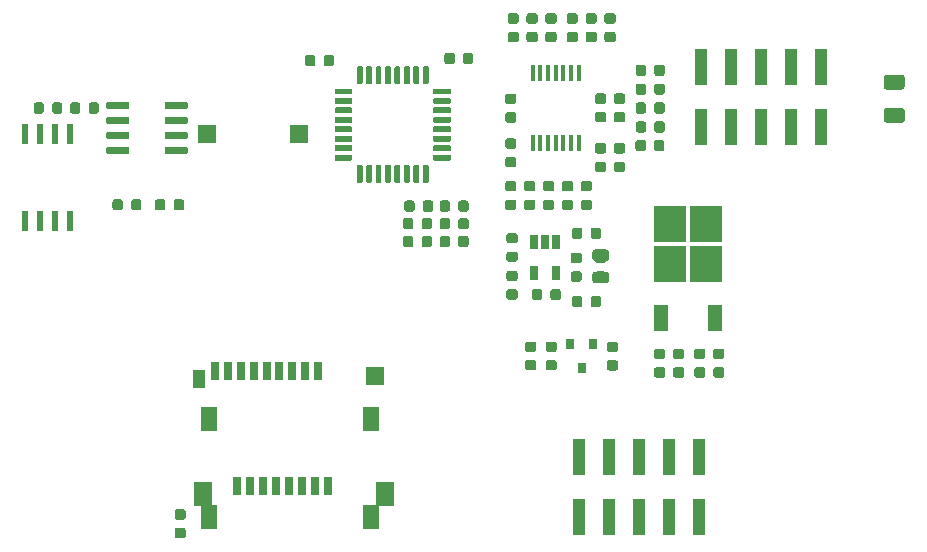
<source format=gbr>
G04 #@! TF.GenerationSoftware,KiCad,Pcbnew,5.1.5+dfsg1-2build2*
G04 #@! TF.CreationDate,2021-11-22T21:23:21+01:00*
G04 #@! TF.ProjectId,wideband_controller_mre,77696465-6261-46e6-945f-636f6e74726f,V1.2*
G04 #@! TF.SameCoordinates,Original*
G04 #@! TF.FileFunction,Paste,Top*
G04 #@! TF.FilePolarity,Positive*
%FSLAX46Y46*%
G04 Gerber Fmt 4.6, Leading zero omitted, Abs format (unit mm)*
G04 Created by KiCad (PCBNEW 5.1.5+dfsg1-2build2) date 2021-11-22 21:23:21*
%MOMM*%
%LPD*%
G04 APERTURE LIST*
%ADD10R,0.550000X1.750000*%
%ADD11C,0.100000*%
%ADD12R,1.524000X1.524000*%
%ADD13R,1.524000X2.032000*%
%ADD14R,1.016000X1.524000*%
%ADD15R,0.762000X1.524000*%
%ADD16R,0.800000X1.500000*%
%ADD17R,1.450000X2.000000*%
%ADD18R,1.000000X3.150000*%
%ADD19R,0.800000X0.900000*%
%ADD20R,0.650000X1.220000*%
%ADD21R,0.450000X1.450000*%
%ADD22R,1.500000X1.500000*%
%ADD23R,2.750000X3.050000*%
%ADD24R,1.200000X2.200000*%
G04 APERTURE END LIST*
D10*
X81905000Y-144600000D03*
X80635000Y-144600000D03*
X79365000Y-144600000D03*
X78095000Y-144600000D03*
X78095000Y-137200000D03*
X79365000Y-137200000D03*
X80635000Y-137200000D03*
X81905000Y-137200000D03*
D11*
G36*
X82552691Y-134526053D02*
G01*
X82573926Y-134529203D01*
X82594750Y-134534419D01*
X82614962Y-134541651D01*
X82634368Y-134550830D01*
X82652781Y-134561866D01*
X82670024Y-134574654D01*
X82685930Y-134589070D01*
X82700346Y-134604976D01*
X82713134Y-134622219D01*
X82724170Y-134640632D01*
X82733349Y-134660038D01*
X82740581Y-134680250D01*
X82745797Y-134701074D01*
X82748947Y-134722309D01*
X82750000Y-134743750D01*
X82750000Y-135256250D01*
X82748947Y-135277691D01*
X82745797Y-135298926D01*
X82740581Y-135319750D01*
X82733349Y-135339962D01*
X82724170Y-135359368D01*
X82713134Y-135377781D01*
X82700346Y-135395024D01*
X82685930Y-135410930D01*
X82670024Y-135425346D01*
X82652781Y-135438134D01*
X82634368Y-135449170D01*
X82614962Y-135458349D01*
X82594750Y-135465581D01*
X82573926Y-135470797D01*
X82552691Y-135473947D01*
X82531250Y-135475000D01*
X82093750Y-135475000D01*
X82072309Y-135473947D01*
X82051074Y-135470797D01*
X82030250Y-135465581D01*
X82010038Y-135458349D01*
X81990632Y-135449170D01*
X81972219Y-135438134D01*
X81954976Y-135425346D01*
X81939070Y-135410930D01*
X81924654Y-135395024D01*
X81911866Y-135377781D01*
X81900830Y-135359368D01*
X81891651Y-135339962D01*
X81884419Y-135319750D01*
X81879203Y-135298926D01*
X81876053Y-135277691D01*
X81875000Y-135256250D01*
X81875000Y-134743750D01*
X81876053Y-134722309D01*
X81879203Y-134701074D01*
X81884419Y-134680250D01*
X81891651Y-134660038D01*
X81900830Y-134640632D01*
X81911866Y-134622219D01*
X81924654Y-134604976D01*
X81939070Y-134589070D01*
X81954976Y-134574654D01*
X81972219Y-134561866D01*
X81990632Y-134550830D01*
X82010038Y-134541651D01*
X82030250Y-134534419D01*
X82051074Y-134529203D01*
X82072309Y-134526053D01*
X82093750Y-134525000D01*
X82531250Y-134525000D01*
X82552691Y-134526053D01*
G37*
G36*
X84127691Y-134526053D02*
G01*
X84148926Y-134529203D01*
X84169750Y-134534419D01*
X84189962Y-134541651D01*
X84209368Y-134550830D01*
X84227781Y-134561866D01*
X84245024Y-134574654D01*
X84260930Y-134589070D01*
X84275346Y-134604976D01*
X84288134Y-134622219D01*
X84299170Y-134640632D01*
X84308349Y-134660038D01*
X84315581Y-134680250D01*
X84320797Y-134701074D01*
X84323947Y-134722309D01*
X84325000Y-134743750D01*
X84325000Y-135256250D01*
X84323947Y-135277691D01*
X84320797Y-135298926D01*
X84315581Y-135319750D01*
X84308349Y-135339962D01*
X84299170Y-135359368D01*
X84288134Y-135377781D01*
X84275346Y-135395024D01*
X84260930Y-135410930D01*
X84245024Y-135425346D01*
X84227781Y-135438134D01*
X84209368Y-135449170D01*
X84189962Y-135458349D01*
X84169750Y-135465581D01*
X84148926Y-135470797D01*
X84127691Y-135473947D01*
X84106250Y-135475000D01*
X83668750Y-135475000D01*
X83647309Y-135473947D01*
X83626074Y-135470797D01*
X83605250Y-135465581D01*
X83585038Y-135458349D01*
X83565632Y-135449170D01*
X83547219Y-135438134D01*
X83529976Y-135425346D01*
X83514070Y-135410930D01*
X83499654Y-135395024D01*
X83486866Y-135377781D01*
X83475830Y-135359368D01*
X83466651Y-135339962D01*
X83459419Y-135319750D01*
X83454203Y-135298926D01*
X83451053Y-135277691D01*
X83450000Y-135256250D01*
X83450000Y-134743750D01*
X83451053Y-134722309D01*
X83454203Y-134701074D01*
X83459419Y-134680250D01*
X83466651Y-134660038D01*
X83475830Y-134640632D01*
X83486866Y-134622219D01*
X83499654Y-134604976D01*
X83514070Y-134589070D01*
X83529976Y-134574654D01*
X83547219Y-134561866D01*
X83565632Y-134550830D01*
X83585038Y-134541651D01*
X83605250Y-134534419D01*
X83626074Y-134529203D01*
X83647309Y-134526053D01*
X83668750Y-134525000D01*
X84106250Y-134525000D01*
X84127691Y-134526053D01*
G37*
G36*
X81040191Y-134526053D02*
G01*
X81061426Y-134529203D01*
X81082250Y-134534419D01*
X81102462Y-134541651D01*
X81121868Y-134550830D01*
X81140281Y-134561866D01*
X81157524Y-134574654D01*
X81173430Y-134589070D01*
X81187846Y-134604976D01*
X81200634Y-134622219D01*
X81211670Y-134640632D01*
X81220849Y-134660038D01*
X81228081Y-134680250D01*
X81233297Y-134701074D01*
X81236447Y-134722309D01*
X81237500Y-134743750D01*
X81237500Y-135256250D01*
X81236447Y-135277691D01*
X81233297Y-135298926D01*
X81228081Y-135319750D01*
X81220849Y-135339962D01*
X81211670Y-135359368D01*
X81200634Y-135377781D01*
X81187846Y-135395024D01*
X81173430Y-135410930D01*
X81157524Y-135425346D01*
X81140281Y-135438134D01*
X81121868Y-135449170D01*
X81102462Y-135458349D01*
X81082250Y-135465581D01*
X81061426Y-135470797D01*
X81040191Y-135473947D01*
X81018750Y-135475000D01*
X80581250Y-135475000D01*
X80559809Y-135473947D01*
X80538574Y-135470797D01*
X80517750Y-135465581D01*
X80497538Y-135458349D01*
X80478132Y-135449170D01*
X80459719Y-135438134D01*
X80442476Y-135425346D01*
X80426570Y-135410930D01*
X80412154Y-135395024D01*
X80399366Y-135377781D01*
X80388330Y-135359368D01*
X80379151Y-135339962D01*
X80371919Y-135319750D01*
X80366703Y-135298926D01*
X80363553Y-135277691D01*
X80362500Y-135256250D01*
X80362500Y-134743750D01*
X80363553Y-134722309D01*
X80366703Y-134701074D01*
X80371919Y-134680250D01*
X80379151Y-134660038D01*
X80388330Y-134640632D01*
X80399366Y-134622219D01*
X80412154Y-134604976D01*
X80426570Y-134589070D01*
X80442476Y-134574654D01*
X80459719Y-134561866D01*
X80478132Y-134550830D01*
X80497538Y-134541651D01*
X80517750Y-134534419D01*
X80538574Y-134529203D01*
X80559809Y-134526053D01*
X80581250Y-134525000D01*
X81018750Y-134525000D01*
X81040191Y-134526053D01*
G37*
G36*
X79465191Y-134526053D02*
G01*
X79486426Y-134529203D01*
X79507250Y-134534419D01*
X79527462Y-134541651D01*
X79546868Y-134550830D01*
X79565281Y-134561866D01*
X79582524Y-134574654D01*
X79598430Y-134589070D01*
X79612846Y-134604976D01*
X79625634Y-134622219D01*
X79636670Y-134640632D01*
X79645849Y-134660038D01*
X79653081Y-134680250D01*
X79658297Y-134701074D01*
X79661447Y-134722309D01*
X79662500Y-134743750D01*
X79662500Y-135256250D01*
X79661447Y-135277691D01*
X79658297Y-135298926D01*
X79653081Y-135319750D01*
X79645849Y-135339962D01*
X79636670Y-135359368D01*
X79625634Y-135377781D01*
X79612846Y-135395024D01*
X79598430Y-135410930D01*
X79582524Y-135425346D01*
X79565281Y-135438134D01*
X79546868Y-135449170D01*
X79527462Y-135458349D01*
X79507250Y-135465581D01*
X79486426Y-135470797D01*
X79465191Y-135473947D01*
X79443750Y-135475000D01*
X79006250Y-135475000D01*
X78984809Y-135473947D01*
X78963574Y-135470797D01*
X78942750Y-135465581D01*
X78922538Y-135458349D01*
X78903132Y-135449170D01*
X78884719Y-135438134D01*
X78867476Y-135425346D01*
X78851570Y-135410930D01*
X78837154Y-135395024D01*
X78824366Y-135377781D01*
X78813330Y-135359368D01*
X78804151Y-135339962D01*
X78796919Y-135319750D01*
X78791703Y-135298926D01*
X78788553Y-135277691D01*
X78787500Y-135256250D01*
X78787500Y-134743750D01*
X78788553Y-134722309D01*
X78791703Y-134701074D01*
X78796919Y-134680250D01*
X78804151Y-134660038D01*
X78813330Y-134640632D01*
X78824366Y-134622219D01*
X78837154Y-134604976D01*
X78851570Y-134589070D01*
X78867476Y-134574654D01*
X78884719Y-134561866D01*
X78903132Y-134550830D01*
X78922538Y-134541651D01*
X78942750Y-134534419D01*
X78963574Y-134529203D01*
X78984809Y-134526053D01*
X79006250Y-134525000D01*
X79443750Y-134525000D01*
X79465191Y-134526053D01*
G37*
D12*
X107695000Y-157699000D03*
D13*
X108514000Y-167680000D03*
X93114000Y-167680000D03*
D14*
X92768000Y-157907000D03*
D15*
X94114000Y-157307000D03*
X95214000Y-157307000D03*
X96314000Y-157307000D03*
X97414000Y-157307000D03*
X98514000Y-157307000D03*
X99614000Y-157307000D03*
X100714000Y-157307000D03*
X101814000Y-157307000D03*
X102914000Y-157307000D03*
D16*
X103710000Y-167035000D03*
X102610000Y-167035000D03*
X101510000Y-167035000D03*
X100410000Y-167035000D03*
X99310000Y-167035000D03*
X98210000Y-167035000D03*
X97110000Y-167035000D03*
X96010000Y-167035000D03*
D17*
X93635000Y-161335000D03*
X107385000Y-161335000D03*
X107385000Y-169635000D03*
X93635000Y-169635000D03*
D11*
G36*
X91477691Y-170551053D02*
G01*
X91498926Y-170554203D01*
X91519750Y-170559419D01*
X91539962Y-170566651D01*
X91559368Y-170575830D01*
X91577781Y-170586866D01*
X91595024Y-170599654D01*
X91610930Y-170614070D01*
X91625346Y-170629976D01*
X91638134Y-170647219D01*
X91649170Y-170665632D01*
X91658349Y-170685038D01*
X91665581Y-170705250D01*
X91670797Y-170726074D01*
X91673947Y-170747309D01*
X91675000Y-170768750D01*
X91675000Y-171206250D01*
X91673947Y-171227691D01*
X91670797Y-171248926D01*
X91665581Y-171269750D01*
X91658349Y-171289962D01*
X91649170Y-171309368D01*
X91638134Y-171327781D01*
X91625346Y-171345024D01*
X91610930Y-171360930D01*
X91595024Y-171375346D01*
X91577781Y-171388134D01*
X91559368Y-171399170D01*
X91539962Y-171408349D01*
X91519750Y-171415581D01*
X91498926Y-171420797D01*
X91477691Y-171423947D01*
X91456250Y-171425000D01*
X90943750Y-171425000D01*
X90922309Y-171423947D01*
X90901074Y-171420797D01*
X90880250Y-171415581D01*
X90860038Y-171408349D01*
X90840632Y-171399170D01*
X90822219Y-171388134D01*
X90804976Y-171375346D01*
X90789070Y-171360930D01*
X90774654Y-171345024D01*
X90761866Y-171327781D01*
X90750830Y-171309368D01*
X90741651Y-171289962D01*
X90734419Y-171269750D01*
X90729203Y-171248926D01*
X90726053Y-171227691D01*
X90725000Y-171206250D01*
X90725000Y-170768750D01*
X90726053Y-170747309D01*
X90729203Y-170726074D01*
X90734419Y-170705250D01*
X90741651Y-170685038D01*
X90750830Y-170665632D01*
X90761866Y-170647219D01*
X90774654Y-170629976D01*
X90789070Y-170614070D01*
X90804976Y-170599654D01*
X90822219Y-170586866D01*
X90840632Y-170575830D01*
X90860038Y-170566651D01*
X90880250Y-170559419D01*
X90901074Y-170554203D01*
X90922309Y-170551053D01*
X90943750Y-170550000D01*
X91456250Y-170550000D01*
X91477691Y-170551053D01*
G37*
G36*
X91477691Y-168976053D02*
G01*
X91498926Y-168979203D01*
X91519750Y-168984419D01*
X91539962Y-168991651D01*
X91559368Y-169000830D01*
X91577781Y-169011866D01*
X91595024Y-169024654D01*
X91610930Y-169039070D01*
X91625346Y-169054976D01*
X91638134Y-169072219D01*
X91649170Y-169090632D01*
X91658349Y-169110038D01*
X91665581Y-169130250D01*
X91670797Y-169151074D01*
X91673947Y-169172309D01*
X91675000Y-169193750D01*
X91675000Y-169631250D01*
X91673947Y-169652691D01*
X91670797Y-169673926D01*
X91665581Y-169694750D01*
X91658349Y-169714962D01*
X91649170Y-169734368D01*
X91638134Y-169752781D01*
X91625346Y-169770024D01*
X91610930Y-169785930D01*
X91595024Y-169800346D01*
X91577781Y-169813134D01*
X91559368Y-169824170D01*
X91539962Y-169833349D01*
X91519750Y-169840581D01*
X91498926Y-169845797D01*
X91477691Y-169848947D01*
X91456250Y-169850000D01*
X90943750Y-169850000D01*
X90922309Y-169848947D01*
X90901074Y-169845797D01*
X90880250Y-169840581D01*
X90860038Y-169833349D01*
X90840632Y-169824170D01*
X90822219Y-169813134D01*
X90804976Y-169800346D01*
X90789070Y-169785930D01*
X90774654Y-169770024D01*
X90761866Y-169752781D01*
X90750830Y-169734368D01*
X90741651Y-169714962D01*
X90734419Y-169694750D01*
X90729203Y-169673926D01*
X90726053Y-169652691D01*
X90725000Y-169631250D01*
X90725000Y-169193750D01*
X90726053Y-169172309D01*
X90729203Y-169151074D01*
X90734419Y-169130250D01*
X90741651Y-169110038D01*
X90750830Y-169090632D01*
X90761866Y-169072219D01*
X90774654Y-169054976D01*
X90789070Y-169039070D01*
X90804976Y-169024654D01*
X90822219Y-169011866D01*
X90840632Y-169000830D01*
X90860038Y-168991651D01*
X90880250Y-168984419D01*
X90901074Y-168979203D01*
X90922309Y-168976053D01*
X90943750Y-168975000D01*
X91456250Y-168975000D01*
X91477691Y-168976053D01*
G37*
G36*
X119477691Y-139151053D02*
G01*
X119498926Y-139154203D01*
X119519750Y-139159419D01*
X119539962Y-139166651D01*
X119559368Y-139175830D01*
X119577781Y-139186866D01*
X119595024Y-139199654D01*
X119610930Y-139214070D01*
X119625346Y-139229976D01*
X119638134Y-139247219D01*
X119649170Y-139265632D01*
X119658349Y-139285038D01*
X119665581Y-139305250D01*
X119670797Y-139326074D01*
X119673947Y-139347309D01*
X119675000Y-139368750D01*
X119675000Y-139806250D01*
X119673947Y-139827691D01*
X119670797Y-139848926D01*
X119665581Y-139869750D01*
X119658349Y-139889962D01*
X119649170Y-139909368D01*
X119638134Y-139927781D01*
X119625346Y-139945024D01*
X119610930Y-139960930D01*
X119595024Y-139975346D01*
X119577781Y-139988134D01*
X119559368Y-139999170D01*
X119539962Y-140008349D01*
X119519750Y-140015581D01*
X119498926Y-140020797D01*
X119477691Y-140023947D01*
X119456250Y-140025000D01*
X118943750Y-140025000D01*
X118922309Y-140023947D01*
X118901074Y-140020797D01*
X118880250Y-140015581D01*
X118860038Y-140008349D01*
X118840632Y-139999170D01*
X118822219Y-139988134D01*
X118804976Y-139975346D01*
X118789070Y-139960930D01*
X118774654Y-139945024D01*
X118761866Y-139927781D01*
X118750830Y-139909368D01*
X118741651Y-139889962D01*
X118734419Y-139869750D01*
X118729203Y-139848926D01*
X118726053Y-139827691D01*
X118725000Y-139806250D01*
X118725000Y-139368750D01*
X118726053Y-139347309D01*
X118729203Y-139326074D01*
X118734419Y-139305250D01*
X118741651Y-139285038D01*
X118750830Y-139265632D01*
X118761866Y-139247219D01*
X118774654Y-139229976D01*
X118789070Y-139214070D01*
X118804976Y-139199654D01*
X118822219Y-139186866D01*
X118840632Y-139175830D01*
X118860038Y-139166651D01*
X118880250Y-139159419D01*
X118901074Y-139154203D01*
X118922309Y-139151053D01*
X118943750Y-139150000D01*
X119456250Y-139150000D01*
X119477691Y-139151053D01*
G37*
G36*
X119477691Y-137576053D02*
G01*
X119498926Y-137579203D01*
X119519750Y-137584419D01*
X119539962Y-137591651D01*
X119559368Y-137600830D01*
X119577781Y-137611866D01*
X119595024Y-137624654D01*
X119610930Y-137639070D01*
X119625346Y-137654976D01*
X119638134Y-137672219D01*
X119649170Y-137690632D01*
X119658349Y-137710038D01*
X119665581Y-137730250D01*
X119670797Y-137751074D01*
X119673947Y-137772309D01*
X119675000Y-137793750D01*
X119675000Y-138231250D01*
X119673947Y-138252691D01*
X119670797Y-138273926D01*
X119665581Y-138294750D01*
X119658349Y-138314962D01*
X119649170Y-138334368D01*
X119638134Y-138352781D01*
X119625346Y-138370024D01*
X119610930Y-138385930D01*
X119595024Y-138400346D01*
X119577781Y-138413134D01*
X119559368Y-138424170D01*
X119539962Y-138433349D01*
X119519750Y-138440581D01*
X119498926Y-138445797D01*
X119477691Y-138448947D01*
X119456250Y-138450000D01*
X118943750Y-138450000D01*
X118922309Y-138448947D01*
X118901074Y-138445797D01*
X118880250Y-138440581D01*
X118860038Y-138433349D01*
X118840632Y-138424170D01*
X118822219Y-138413134D01*
X118804976Y-138400346D01*
X118789070Y-138385930D01*
X118774654Y-138370024D01*
X118761866Y-138352781D01*
X118750830Y-138334368D01*
X118741651Y-138314962D01*
X118734419Y-138294750D01*
X118729203Y-138273926D01*
X118726053Y-138252691D01*
X118725000Y-138231250D01*
X118725000Y-137793750D01*
X118726053Y-137772309D01*
X118729203Y-137751074D01*
X118734419Y-137730250D01*
X118741651Y-137710038D01*
X118750830Y-137690632D01*
X118761866Y-137672219D01*
X118774654Y-137654976D01*
X118789070Y-137639070D01*
X118804976Y-137624654D01*
X118822219Y-137611866D01*
X118840632Y-137600830D01*
X118860038Y-137591651D01*
X118880250Y-137584419D01*
X118901074Y-137579203D01*
X118922309Y-137576053D01*
X118943750Y-137575000D01*
X119456250Y-137575000D01*
X119477691Y-137576053D01*
G37*
G36*
X127280142Y-146976174D02*
G01*
X127303803Y-146979684D01*
X127327007Y-146985496D01*
X127349529Y-146993554D01*
X127371153Y-147003782D01*
X127391670Y-147016079D01*
X127410883Y-147030329D01*
X127428607Y-147046393D01*
X127444671Y-147064117D01*
X127458921Y-147083330D01*
X127471218Y-147103847D01*
X127481446Y-147125471D01*
X127489504Y-147147993D01*
X127495316Y-147171197D01*
X127498826Y-147194858D01*
X127500000Y-147218750D01*
X127500000Y-147706250D01*
X127498826Y-147730142D01*
X127495316Y-147753803D01*
X127489504Y-147777007D01*
X127481446Y-147799529D01*
X127471218Y-147821153D01*
X127458921Y-147841670D01*
X127444671Y-147860883D01*
X127428607Y-147878607D01*
X127410883Y-147894671D01*
X127391670Y-147908921D01*
X127371153Y-147921218D01*
X127349529Y-147931446D01*
X127327007Y-147939504D01*
X127303803Y-147945316D01*
X127280142Y-147948826D01*
X127256250Y-147950000D01*
X126343750Y-147950000D01*
X126319858Y-147948826D01*
X126296197Y-147945316D01*
X126272993Y-147939504D01*
X126250471Y-147931446D01*
X126228847Y-147921218D01*
X126208330Y-147908921D01*
X126189117Y-147894671D01*
X126171393Y-147878607D01*
X126155329Y-147860883D01*
X126141079Y-147841670D01*
X126128782Y-147821153D01*
X126118554Y-147799529D01*
X126110496Y-147777007D01*
X126104684Y-147753803D01*
X126101174Y-147730142D01*
X126100000Y-147706250D01*
X126100000Y-147218750D01*
X126101174Y-147194858D01*
X126104684Y-147171197D01*
X126110496Y-147147993D01*
X126118554Y-147125471D01*
X126128782Y-147103847D01*
X126141079Y-147083330D01*
X126155329Y-147064117D01*
X126171393Y-147046393D01*
X126189117Y-147030329D01*
X126208330Y-147016079D01*
X126228847Y-147003782D01*
X126250471Y-146993554D01*
X126272993Y-146985496D01*
X126296197Y-146979684D01*
X126319858Y-146976174D01*
X126343750Y-146975000D01*
X127256250Y-146975000D01*
X127280142Y-146976174D01*
G37*
G36*
X127280142Y-148851174D02*
G01*
X127303803Y-148854684D01*
X127327007Y-148860496D01*
X127349529Y-148868554D01*
X127371153Y-148878782D01*
X127391670Y-148891079D01*
X127410883Y-148905329D01*
X127428607Y-148921393D01*
X127444671Y-148939117D01*
X127458921Y-148958330D01*
X127471218Y-148978847D01*
X127481446Y-149000471D01*
X127489504Y-149022993D01*
X127495316Y-149046197D01*
X127498826Y-149069858D01*
X127500000Y-149093750D01*
X127500000Y-149581250D01*
X127498826Y-149605142D01*
X127495316Y-149628803D01*
X127489504Y-149652007D01*
X127481446Y-149674529D01*
X127471218Y-149696153D01*
X127458921Y-149716670D01*
X127444671Y-149735883D01*
X127428607Y-149753607D01*
X127410883Y-149769671D01*
X127391670Y-149783921D01*
X127371153Y-149796218D01*
X127349529Y-149806446D01*
X127327007Y-149814504D01*
X127303803Y-149820316D01*
X127280142Y-149823826D01*
X127256250Y-149825000D01*
X126343750Y-149825000D01*
X126319858Y-149823826D01*
X126296197Y-149820316D01*
X126272993Y-149814504D01*
X126250471Y-149806446D01*
X126228847Y-149796218D01*
X126208330Y-149783921D01*
X126189117Y-149769671D01*
X126171393Y-149753607D01*
X126155329Y-149735883D01*
X126141079Y-149716670D01*
X126128782Y-149696153D01*
X126118554Y-149674529D01*
X126110496Y-149652007D01*
X126104684Y-149628803D01*
X126101174Y-149605142D01*
X126100000Y-149581250D01*
X126100000Y-149093750D01*
X126101174Y-149069858D01*
X126104684Y-149046197D01*
X126110496Y-149022993D01*
X126118554Y-149000471D01*
X126128782Y-148978847D01*
X126141079Y-148958330D01*
X126155329Y-148939117D01*
X126171393Y-148921393D01*
X126189117Y-148905329D01*
X126208330Y-148891079D01*
X126228847Y-148878782D01*
X126250471Y-148868554D01*
X126272993Y-148860496D01*
X126296197Y-148854684D01*
X126319858Y-148851174D01*
X126343750Y-148850000D01*
X127256250Y-148850000D01*
X127280142Y-148851174D01*
G37*
D18*
X135128000Y-164581600D03*
X135128000Y-169631600D03*
X132588000Y-164581600D03*
X132588000Y-169631600D03*
X130048000Y-164581600D03*
X130048000Y-169631600D03*
X127508000Y-164581600D03*
X127508000Y-169631600D03*
X124968000Y-164581600D03*
X124968000Y-169631600D03*
X135331200Y-136586200D03*
X135331200Y-131536200D03*
X137871200Y-136586200D03*
X137871200Y-131536200D03*
X140411200Y-136586200D03*
X140411200Y-131536200D03*
X142951200Y-136586200D03*
X142951200Y-131536200D03*
X145491200Y-136586200D03*
X145491200Y-131536200D03*
D11*
G36*
X86764703Y-138305722D02*
G01*
X86779264Y-138307882D01*
X86793543Y-138311459D01*
X86807403Y-138316418D01*
X86820710Y-138322712D01*
X86833336Y-138330280D01*
X86845159Y-138339048D01*
X86856066Y-138348934D01*
X86865952Y-138359841D01*
X86874720Y-138371664D01*
X86882288Y-138384290D01*
X86888582Y-138397597D01*
X86893541Y-138411457D01*
X86897118Y-138425736D01*
X86899278Y-138440297D01*
X86900000Y-138455000D01*
X86900000Y-138755000D01*
X86899278Y-138769703D01*
X86897118Y-138784264D01*
X86893541Y-138798543D01*
X86888582Y-138812403D01*
X86882288Y-138825710D01*
X86874720Y-138838336D01*
X86865952Y-138850159D01*
X86856066Y-138861066D01*
X86845159Y-138870952D01*
X86833336Y-138879720D01*
X86820710Y-138887288D01*
X86807403Y-138893582D01*
X86793543Y-138898541D01*
X86779264Y-138902118D01*
X86764703Y-138904278D01*
X86750000Y-138905000D01*
X85100000Y-138905000D01*
X85085297Y-138904278D01*
X85070736Y-138902118D01*
X85056457Y-138898541D01*
X85042597Y-138893582D01*
X85029290Y-138887288D01*
X85016664Y-138879720D01*
X85004841Y-138870952D01*
X84993934Y-138861066D01*
X84984048Y-138850159D01*
X84975280Y-138838336D01*
X84967712Y-138825710D01*
X84961418Y-138812403D01*
X84956459Y-138798543D01*
X84952882Y-138784264D01*
X84950722Y-138769703D01*
X84950000Y-138755000D01*
X84950000Y-138455000D01*
X84950722Y-138440297D01*
X84952882Y-138425736D01*
X84956459Y-138411457D01*
X84961418Y-138397597D01*
X84967712Y-138384290D01*
X84975280Y-138371664D01*
X84984048Y-138359841D01*
X84993934Y-138348934D01*
X85004841Y-138339048D01*
X85016664Y-138330280D01*
X85029290Y-138322712D01*
X85042597Y-138316418D01*
X85056457Y-138311459D01*
X85070736Y-138307882D01*
X85085297Y-138305722D01*
X85100000Y-138305000D01*
X86750000Y-138305000D01*
X86764703Y-138305722D01*
G37*
G36*
X86764703Y-137035722D02*
G01*
X86779264Y-137037882D01*
X86793543Y-137041459D01*
X86807403Y-137046418D01*
X86820710Y-137052712D01*
X86833336Y-137060280D01*
X86845159Y-137069048D01*
X86856066Y-137078934D01*
X86865952Y-137089841D01*
X86874720Y-137101664D01*
X86882288Y-137114290D01*
X86888582Y-137127597D01*
X86893541Y-137141457D01*
X86897118Y-137155736D01*
X86899278Y-137170297D01*
X86900000Y-137185000D01*
X86900000Y-137485000D01*
X86899278Y-137499703D01*
X86897118Y-137514264D01*
X86893541Y-137528543D01*
X86888582Y-137542403D01*
X86882288Y-137555710D01*
X86874720Y-137568336D01*
X86865952Y-137580159D01*
X86856066Y-137591066D01*
X86845159Y-137600952D01*
X86833336Y-137609720D01*
X86820710Y-137617288D01*
X86807403Y-137623582D01*
X86793543Y-137628541D01*
X86779264Y-137632118D01*
X86764703Y-137634278D01*
X86750000Y-137635000D01*
X85100000Y-137635000D01*
X85085297Y-137634278D01*
X85070736Y-137632118D01*
X85056457Y-137628541D01*
X85042597Y-137623582D01*
X85029290Y-137617288D01*
X85016664Y-137609720D01*
X85004841Y-137600952D01*
X84993934Y-137591066D01*
X84984048Y-137580159D01*
X84975280Y-137568336D01*
X84967712Y-137555710D01*
X84961418Y-137542403D01*
X84956459Y-137528543D01*
X84952882Y-137514264D01*
X84950722Y-137499703D01*
X84950000Y-137485000D01*
X84950000Y-137185000D01*
X84950722Y-137170297D01*
X84952882Y-137155736D01*
X84956459Y-137141457D01*
X84961418Y-137127597D01*
X84967712Y-137114290D01*
X84975280Y-137101664D01*
X84984048Y-137089841D01*
X84993934Y-137078934D01*
X85004841Y-137069048D01*
X85016664Y-137060280D01*
X85029290Y-137052712D01*
X85042597Y-137046418D01*
X85056457Y-137041459D01*
X85070736Y-137037882D01*
X85085297Y-137035722D01*
X85100000Y-137035000D01*
X86750000Y-137035000D01*
X86764703Y-137035722D01*
G37*
G36*
X86764703Y-135765722D02*
G01*
X86779264Y-135767882D01*
X86793543Y-135771459D01*
X86807403Y-135776418D01*
X86820710Y-135782712D01*
X86833336Y-135790280D01*
X86845159Y-135799048D01*
X86856066Y-135808934D01*
X86865952Y-135819841D01*
X86874720Y-135831664D01*
X86882288Y-135844290D01*
X86888582Y-135857597D01*
X86893541Y-135871457D01*
X86897118Y-135885736D01*
X86899278Y-135900297D01*
X86900000Y-135915000D01*
X86900000Y-136215000D01*
X86899278Y-136229703D01*
X86897118Y-136244264D01*
X86893541Y-136258543D01*
X86888582Y-136272403D01*
X86882288Y-136285710D01*
X86874720Y-136298336D01*
X86865952Y-136310159D01*
X86856066Y-136321066D01*
X86845159Y-136330952D01*
X86833336Y-136339720D01*
X86820710Y-136347288D01*
X86807403Y-136353582D01*
X86793543Y-136358541D01*
X86779264Y-136362118D01*
X86764703Y-136364278D01*
X86750000Y-136365000D01*
X85100000Y-136365000D01*
X85085297Y-136364278D01*
X85070736Y-136362118D01*
X85056457Y-136358541D01*
X85042597Y-136353582D01*
X85029290Y-136347288D01*
X85016664Y-136339720D01*
X85004841Y-136330952D01*
X84993934Y-136321066D01*
X84984048Y-136310159D01*
X84975280Y-136298336D01*
X84967712Y-136285710D01*
X84961418Y-136272403D01*
X84956459Y-136258543D01*
X84952882Y-136244264D01*
X84950722Y-136229703D01*
X84950000Y-136215000D01*
X84950000Y-135915000D01*
X84950722Y-135900297D01*
X84952882Y-135885736D01*
X84956459Y-135871457D01*
X84961418Y-135857597D01*
X84967712Y-135844290D01*
X84975280Y-135831664D01*
X84984048Y-135819841D01*
X84993934Y-135808934D01*
X85004841Y-135799048D01*
X85016664Y-135790280D01*
X85029290Y-135782712D01*
X85042597Y-135776418D01*
X85056457Y-135771459D01*
X85070736Y-135767882D01*
X85085297Y-135765722D01*
X85100000Y-135765000D01*
X86750000Y-135765000D01*
X86764703Y-135765722D01*
G37*
G36*
X86764703Y-134495722D02*
G01*
X86779264Y-134497882D01*
X86793543Y-134501459D01*
X86807403Y-134506418D01*
X86820710Y-134512712D01*
X86833336Y-134520280D01*
X86845159Y-134529048D01*
X86856066Y-134538934D01*
X86865952Y-134549841D01*
X86874720Y-134561664D01*
X86882288Y-134574290D01*
X86888582Y-134587597D01*
X86893541Y-134601457D01*
X86897118Y-134615736D01*
X86899278Y-134630297D01*
X86900000Y-134645000D01*
X86900000Y-134945000D01*
X86899278Y-134959703D01*
X86897118Y-134974264D01*
X86893541Y-134988543D01*
X86888582Y-135002403D01*
X86882288Y-135015710D01*
X86874720Y-135028336D01*
X86865952Y-135040159D01*
X86856066Y-135051066D01*
X86845159Y-135060952D01*
X86833336Y-135069720D01*
X86820710Y-135077288D01*
X86807403Y-135083582D01*
X86793543Y-135088541D01*
X86779264Y-135092118D01*
X86764703Y-135094278D01*
X86750000Y-135095000D01*
X85100000Y-135095000D01*
X85085297Y-135094278D01*
X85070736Y-135092118D01*
X85056457Y-135088541D01*
X85042597Y-135083582D01*
X85029290Y-135077288D01*
X85016664Y-135069720D01*
X85004841Y-135060952D01*
X84993934Y-135051066D01*
X84984048Y-135040159D01*
X84975280Y-135028336D01*
X84967712Y-135015710D01*
X84961418Y-135002403D01*
X84956459Y-134988543D01*
X84952882Y-134974264D01*
X84950722Y-134959703D01*
X84950000Y-134945000D01*
X84950000Y-134645000D01*
X84950722Y-134630297D01*
X84952882Y-134615736D01*
X84956459Y-134601457D01*
X84961418Y-134587597D01*
X84967712Y-134574290D01*
X84975280Y-134561664D01*
X84984048Y-134549841D01*
X84993934Y-134538934D01*
X85004841Y-134529048D01*
X85016664Y-134520280D01*
X85029290Y-134512712D01*
X85042597Y-134506418D01*
X85056457Y-134501459D01*
X85070736Y-134497882D01*
X85085297Y-134495722D01*
X85100000Y-134495000D01*
X86750000Y-134495000D01*
X86764703Y-134495722D01*
G37*
G36*
X91714703Y-134495722D02*
G01*
X91729264Y-134497882D01*
X91743543Y-134501459D01*
X91757403Y-134506418D01*
X91770710Y-134512712D01*
X91783336Y-134520280D01*
X91795159Y-134529048D01*
X91806066Y-134538934D01*
X91815952Y-134549841D01*
X91824720Y-134561664D01*
X91832288Y-134574290D01*
X91838582Y-134587597D01*
X91843541Y-134601457D01*
X91847118Y-134615736D01*
X91849278Y-134630297D01*
X91850000Y-134645000D01*
X91850000Y-134945000D01*
X91849278Y-134959703D01*
X91847118Y-134974264D01*
X91843541Y-134988543D01*
X91838582Y-135002403D01*
X91832288Y-135015710D01*
X91824720Y-135028336D01*
X91815952Y-135040159D01*
X91806066Y-135051066D01*
X91795159Y-135060952D01*
X91783336Y-135069720D01*
X91770710Y-135077288D01*
X91757403Y-135083582D01*
X91743543Y-135088541D01*
X91729264Y-135092118D01*
X91714703Y-135094278D01*
X91700000Y-135095000D01*
X90050000Y-135095000D01*
X90035297Y-135094278D01*
X90020736Y-135092118D01*
X90006457Y-135088541D01*
X89992597Y-135083582D01*
X89979290Y-135077288D01*
X89966664Y-135069720D01*
X89954841Y-135060952D01*
X89943934Y-135051066D01*
X89934048Y-135040159D01*
X89925280Y-135028336D01*
X89917712Y-135015710D01*
X89911418Y-135002403D01*
X89906459Y-134988543D01*
X89902882Y-134974264D01*
X89900722Y-134959703D01*
X89900000Y-134945000D01*
X89900000Y-134645000D01*
X89900722Y-134630297D01*
X89902882Y-134615736D01*
X89906459Y-134601457D01*
X89911418Y-134587597D01*
X89917712Y-134574290D01*
X89925280Y-134561664D01*
X89934048Y-134549841D01*
X89943934Y-134538934D01*
X89954841Y-134529048D01*
X89966664Y-134520280D01*
X89979290Y-134512712D01*
X89992597Y-134506418D01*
X90006457Y-134501459D01*
X90020736Y-134497882D01*
X90035297Y-134495722D01*
X90050000Y-134495000D01*
X91700000Y-134495000D01*
X91714703Y-134495722D01*
G37*
G36*
X91714703Y-135765722D02*
G01*
X91729264Y-135767882D01*
X91743543Y-135771459D01*
X91757403Y-135776418D01*
X91770710Y-135782712D01*
X91783336Y-135790280D01*
X91795159Y-135799048D01*
X91806066Y-135808934D01*
X91815952Y-135819841D01*
X91824720Y-135831664D01*
X91832288Y-135844290D01*
X91838582Y-135857597D01*
X91843541Y-135871457D01*
X91847118Y-135885736D01*
X91849278Y-135900297D01*
X91850000Y-135915000D01*
X91850000Y-136215000D01*
X91849278Y-136229703D01*
X91847118Y-136244264D01*
X91843541Y-136258543D01*
X91838582Y-136272403D01*
X91832288Y-136285710D01*
X91824720Y-136298336D01*
X91815952Y-136310159D01*
X91806066Y-136321066D01*
X91795159Y-136330952D01*
X91783336Y-136339720D01*
X91770710Y-136347288D01*
X91757403Y-136353582D01*
X91743543Y-136358541D01*
X91729264Y-136362118D01*
X91714703Y-136364278D01*
X91700000Y-136365000D01*
X90050000Y-136365000D01*
X90035297Y-136364278D01*
X90020736Y-136362118D01*
X90006457Y-136358541D01*
X89992597Y-136353582D01*
X89979290Y-136347288D01*
X89966664Y-136339720D01*
X89954841Y-136330952D01*
X89943934Y-136321066D01*
X89934048Y-136310159D01*
X89925280Y-136298336D01*
X89917712Y-136285710D01*
X89911418Y-136272403D01*
X89906459Y-136258543D01*
X89902882Y-136244264D01*
X89900722Y-136229703D01*
X89900000Y-136215000D01*
X89900000Y-135915000D01*
X89900722Y-135900297D01*
X89902882Y-135885736D01*
X89906459Y-135871457D01*
X89911418Y-135857597D01*
X89917712Y-135844290D01*
X89925280Y-135831664D01*
X89934048Y-135819841D01*
X89943934Y-135808934D01*
X89954841Y-135799048D01*
X89966664Y-135790280D01*
X89979290Y-135782712D01*
X89992597Y-135776418D01*
X90006457Y-135771459D01*
X90020736Y-135767882D01*
X90035297Y-135765722D01*
X90050000Y-135765000D01*
X91700000Y-135765000D01*
X91714703Y-135765722D01*
G37*
G36*
X91714703Y-137035722D02*
G01*
X91729264Y-137037882D01*
X91743543Y-137041459D01*
X91757403Y-137046418D01*
X91770710Y-137052712D01*
X91783336Y-137060280D01*
X91795159Y-137069048D01*
X91806066Y-137078934D01*
X91815952Y-137089841D01*
X91824720Y-137101664D01*
X91832288Y-137114290D01*
X91838582Y-137127597D01*
X91843541Y-137141457D01*
X91847118Y-137155736D01*
X91849278Y-137170297D01*
X91850000Y-137185000D01*
X91850000Y-137485000D01*
X91849278Y-137499703D01*
X91847118Y-137514264D01*
X91843541Y-137528543D01*
X91838582Y-137542403D01*
X91832288Y-137555710D01*
X91824720Y-137568336D01*
X91815952Y-137580159D01*
X91806066Y-137591066D01*
X91795159Y-137600952D01*
X91783336Y-137609720D01*
X91770710Y-137617288D01*
X91757403Y-137623582D01*
X91743543Y-137628541D01*
X91729264Y-137632118D01*
X91714703Y-137634278D01*
X91700000Y-137635000D01*
X90050000Y-137635000D01*
X90035297Y-137634278D01*
X90020736Y-137632118D01*
X90006457Y-137628541D01*
X89992597Y-137623582D01*
X89979290Y-137617288D01*
X89966664Y-137609720D01*
X89954841Y-137600952D01*
X89943934Y-137591066D01*
X89934048Y-137580159D01*
X89925280Y-137568336D01*
X89917712Y-137555710D01*
X89911418Y-137542403D01*
X89906459Y-137528543D01*
X89902882Y-137514264D01*
X89900722Y-137499703D01*
X89900000Y-137485000D01*
X89900000Y-137185000D01*
X89900722Y-137170297D01*
X89902882Y-137155736D01*
X89906459Y-137141457D01*
X89911418Y-137127597D01*
X89917712Y-137114290D01*
X89925280Y-137101664D01*
X89934048Y-137089841D01*
X89943934Y-137078934D01*
X89954841Y-137069048D01*
X89966664Y-137060280D01*
X89979290Y-137052712D01*
X89992597Y-137046418D01*
X90006457Y-137041459D01*
X90020736Y-137037882D01*
X90035297Y-137035722D01*
X90050000Y-137035000D01*
X91700000Y-137035000D01*
X91714703Y-137035722D01*
G37*
G36*
X91714703Y-138305722D02*
G01*
X91729264Y-138307882D01*
X91743543Y-138311459D01*
X91757403Y-138316418D01*
X91770710Y-138322712D01*
X91783336Y-138330280D01*
X91795159Y-138339048D01*
X91806066Y-138348934D01*
X91815952Y-138359841D01*
X91824720Y-138371664D01*
X91832288Y-138384290D01*
X91838582Y-138397597D01*
X91843541Y-138411457D01*
X91847118Y-138425736D01*
X91849278Y-138440297D01*
X91850000Y-138455000D01*
X91850000Y-138755000D01*
X91849278Y-138769703D01*
X91847118Y-138784264D01*
X91843541Y-138798543D01*
X91838582Y-138812403D01*
X91832288Y-138825710D01*
X91824720Y-138838336D01*
X91815952Y-138850159D01*
X91806066Y-138861066D01*
X91795159Y-138870952D01*
X91783336Y-138879720D01*
X91770710Y-138887288D01*
X91757403Y-138893582D01*
X91743543Y-138898541D01*
X91729264Y-138902118D01*
X91714703Y-138904278D01*
X91700000Y-138905000D01*
X90050000Y-138905000D01*
X90035297Y-138904278D01*
X90020736Y-138902118D01*
X90006457Y-138898541D01*
X89992597Y-138893582D01*
X89979290Y-138887288D01*
X89966664Y-138879720D01*
X89954841Y-138870952D01*
X89943934Y-138861066D01*
X89934048Y-138850159D01*
X89925280Y-138838336D01*
X89917712Y-138825710D01*
X89911418Y-138812403D01*
X89906459Y-138798543D01*
X89902882Y-138784264D01*
X89900722Y-138769703D01*
X89900000Y-138755000D01*
X89900000Y-138455000D01*
X89900722Y-138440297D01*
X89902882Y-138425736D01*
X89906459Y-138411457D01*
X89911418Y-138397597D01*
X89917712Y-138384290D01*
X89925280Y-138371664D01*
X89934048Y-138359841D01*
X89943934Y-138348934D01*
X89954841Y-138339048D01*
X89966664Y-138330280D01*
X89979290Y-138322712D01*
X89992597Y-138316418D01*
X90006457Y-138311459D01*
X90020736Y-138307882D01*
X90035297Y-138305722D01*
X90050000Y-138305000D01*
X91700000Y-138305000D01*
X91714703Y-138305722D01*
G37*
D19*
X125200000Y-157000000D03*
X124250000Y-155000000D03*
X126150000Y-155000000D03*
D20*
X123065400Y-148948000D03*
X121165400Y-148948000D03*
X121165400Y-146328000D03*
X122115400Y-146328000D03*
X123065400Y-146328000D03*
D21*
X121050000Y-132050000D03*
X121700000Y-132050000D03*
X122350000Y-132050000D03*
X123000000Y-132050000D03*
X123650000Y-132050000D03*
X124300000Y-132050000D03*
X124950000Y-132050000D03*
X124950000Y-137950000D03*
X124300000Y-137950000D03*
X123650000Y-137950000D03*
X123000000Y-137950000D03*
X122350000Y-137950000D03*
X121700000Y-137950000D03*
X121050000Y-137950000D03*
D11*
G36*
X112137252Y-139825602D02*
G01*
X112149386Y-139827402D01*
X112161286Y-139830382D01*
X112172835Y-139834515D01*
X112183925Y-139839760D01*
X112194446Y-139846066D01*
X112204299Y-139853374D01*
X112213388Y-139861612D01*
X112221626Y-139870701D01*
X112228934Y-139880554D01*
X112235240Y-139891075D01*
X112240485Y-139902165D01*
X112244618Y-139913714D01*
X112247598Y-139925614D01*
X112249398Y-139937748D01*
X112250000Y-139950000D01*
X112250000Y-141200000D01*
X112249398Y-141212252D01*
X112247598Y-141224386D01*
X112244618Y-141236286D01*
X112240485Y-141247835D01*
X112235240Y-141258925D01*
X112228934Y-141269446D01*
X112221626Y-141279299D01*
X112213388Y-141288388D01*
X112204299Y-141296626D01*
X112194446Y-141303934D01*
X112183925Y-141310240D01*
X112172835Y-141315485D01*
X112161286Y-141319618D01*
X112149386Y-141322598D01*
X112137252Y-141324398D01*
X112125000Y-141325000D01*
X111875000Y-141325000D01*
X111862748Y-141324398D01*
X111850614Y-141322598D01*
X111838714Y-141319618D01*
X111827165Y-141315485D01*
X111816075Y-141310240D01*
X111805554Y-141303934D01*
X111795701Y-141296626D01*
X111786612Y-141288388D01*
X111778374Y-141279299D01*
X111771066Y-141269446D01*
X111764760Y-141258925D01*
X111759515Y-141247835D01*
X111755382Y-141236286D01*
X111752402Y-141224386D01*
X111750602Y-141212252D01*
X111750000Y-141200000D01*
X111750000Y-139950000D01*
X111750602Y-139937748D01*
X111752402Y-139925614D01*
X111755382Y-139913714D01*
X111759515Y-139902165D01*
X111764760Y-139891075D01*
X111771066Y-139880554D01*
X111778374Y-139870701D01*
X111786612Y-139861612D01*
X111795701Y-139853374D01*
X111805554Y-139846066D01*
X111816075Y-139839760D01*
X111827165Y-139834515D01*
X111838714Y-139830382D01*
X111850614Y-139827402D01*
X111862748Y-139825602D01*
X111875000Y-139825000D01*
X112125000Y-139825000D01*
X112137252Y-139825602D01*
G37*
G36*
X111337252Y-139825602D02*
G01*
X111349386Y-139827402D01*
X111361286Y-139830382D01*
X111372835Y-139834515D01*
X111383925Y-139839760D01*
X111394446Y-139846066D01*
X111404299Y-139853374D01*
X111413388Y-139861612D01*
X111421626Y-139870701D01*
X111428934Y-139880554D01*
X111435240Y-139891075D01*
X111440485Y-139902165D01*
X111444618Y-139913714D01*
X111447598Y-139925614D01*
X111449398Y-139937748D01*
X111450000Y-139950000D01*
X111450000Y-141200000D01*
X111449398Y-141212252D01*
X111447598Y-141224386D01*
X111444618Y-141236286D01*
X111440485Y-141247835D01*
X111435240Y-141258925D01*
X111428934Y-141269446D01*
X111421626Y-141279299D01*
X111413388Y-141288388D01*
X111404299Y-141296626D01*
X111394446Y-141303934D01*
X111383925Y-141310240D01*
X111372835Y-141315485D01*
X111361286Y-141319618D01*
X111349386Y-141322598D01*
X111337252Y-141324398D01*
X111325000Y-141325000D01*
X111075000Y-141325000D01*
X111062748Y-141324398D01*
X111050614Y-141322598D01*
X111038714Y-141319618D01*
X111027165Y-141315485D01*
X111016075Y-141310240D01*
X111005554Y-141303934D01*
X110995701Y-141296626D01*
X110986612Y-141288388D01*
X110978374Y-141279299D01*
X110971066Y-141269446D01*
X110964760Y-141258925D01*
X110959515Y-141247835D01*
X110955382Y-141236286D01*
X110952402Y-141224386D01*
X110950602Y-141212252D01*
X110950000Y-141200000D01*
X110950000Y-139950000D01*
X110950602Y-139937748D01*
X110952402Y-139925614D01*
X110955382Y-139913714D01*
X110959515Y-139902165D01*
X110964760Y-139891075D01*
X110971066Y-139880554D01*
X110978374Y-139870701D01*
X110986612Y-139861612D01*
X110995701Y-139853374D01*
X111005554Y-139846066D01*
X111016075Y-139839760D01*
X111027165Y-139834515D01*
X111038714Y-139830382D01*
X111050614Y-139827402D01*
X111062748Y-139825602D01*
X111075000Y-139825000D01*
X111325000Y-139825000D01*
X111337252Y-139825602D01*
G37*
G36*
X110537252Y-139825602D02*
G01*
X110549386Y-139827402D01*
X110561286Y-139830382D01*
X110572835Y-139834515D01*
X110583925Y-139839760D01*
X110594446Y-139846066D01*
X110604299Y-139853374D01*
X110613388Y-139861612D01*
X110621626Y-139870701D01*
X110628934Y-139880554D01*
X110635240Y-139891075D01*
X110640485Y-139902165D01*
X110644618Y-139913714D01*
X110647598Y-139925614D01*
X110649398Y-139937748D01*
X110650000Y-139950000D01*
X110650000Y-141200000D01*
X110649398Y-141212252D01*
X110647598Y-141224386D01*
X110644618Y-141236286D01*
X110640485Y-141247835D01*
X110635240Y-141258925D01*
X110628934Y-141269446D01*
X110621626Y-141279299D01*
X110613388Y-141288388D01*
X110604299Y-141296626D01*
X110594446Y-141303934D01*
X110583925Y-141310240D01*
X110572835Y-141315485D01*
X110561286Y-141319618D01*
X110549386Y-141322598D01*
X110537252Y-141324398D01*
X110525000Y-141325000D01*
X110275000Y-141325000D01*
X110262748Y-141324398D01*
X110250614Y-141322598D01*
X110238714Y-141319618D01*
X110227165Y-141315485D01*
X110216075Y-141310240D01*
X110205554Y-141303934D01*
X110195701Y-141296626D01*
X110186612Y-141288388D01*
X110178374Y-141279299D01*
X110171066Y-141269446D01*
X110164760Y-141258925D01*
X110159515Y-141247835D01*
X110155382Y-141236286D01*
X110152402Y-141224386D01*
X110150602Y-141212252D01*
X110150000Y-141200000D01*
X110150000Y-139950000D01*
X110150602Y-139937748D01*
X110152402Y-139925614D01*
X110155382Y-139913714D01*
X110159515Y-139902165D01*
X110164760Y-139891075D01*
X110171066Y-139880554D01*
X110178374Y-139870701D01*
X110186612Y-139861612D01*
X110195701Y-139853374D01*
X110205554Y-139846066D01*
X110216075Y-139839760D01*
X110227165Y-139834515D01*
X110238714Y-139830382D01*
X110250614Y-139827402D01*
X110262748Y-139825602D01*
X110275000Y-139825000D01*
X110525000Y-139825000D01*
X110537252Y-139825602D01*
G37*
G36*
X109737252Y-139825602D02*
G01*
X109749386Y-139827402D01*
X109761286Y-139830382D01*
X109772835Y-139834515D01*
X109783925Y-139839760D01*
X109794446Y-139846066D01*
X109804299Y-139853374D01*
X109813388Y-139861612D01*
X109821626Y-139870701D01*
X109828934Y-139880554D01*
X109835240Y-139891075D01*
X109840485Y-139902165D01*
X109844618Y-139913714D01*
X109847598Y-139925614D01*
X109849398Y-139937748D01*
X109850000Y-139950000D01*
X109850000Y-141200000D01*
X109849398Y-141212252D01*
X109847598Y-141224386D01*
X109844618Y-141236286D01*
X109840485Y-141247835D01*
X109835240Y-141258925D01*
X109828934Y-141269446D01*
X109821626Y-141279299D01*
X109813388Y-141288388D01*
X109804299Y-141296626D01*
X109794446Y-141303934D01*
X109783925Y-141310240D01*
X109772835Y-141315485D01*
X109761286Y-141319618D01*
X109749386Y-141322598D01*
X109737252Y-141324398D01*
X109725000Y-141325000D01*
X109475000Y-141325000D01*
X109462748Y-141324398D01*
X109450614Y-141322598D01*
X109438714Y-141319618D01*
X109427165Y-141315485D01*
X109416075Y-141310240D01*
X109405554Y-141303934D01*
X109395701Y-141296626D01*
X109386612Y-141288388D01*
X109378374Y-141279299D01*
X109371066Y-141269446D01*
X109364760Y-141258925D01*
X109359515Y-141247835D01*
X109355382Y-141236286D01*
X109352402Y-141224386D01*
X109350602Y-141212252D01*
X109350000Y-141200000D01*
X109350000Y-139950000D01*
X109350602Y-139937748D01*
X109352402Y-139925614D01*
X109355382Y-139913714D01*
X109359515Y-139902165D01*
X109364760Y-139891075D01*
X109371066Y-139880554D01*
X109378374Y-139870701D01*
X109386612Y-139861612D01*
X109395701Y-139853374D01*
X109405554Y-139846066D01*
X109416075Y-139839760D01*
X109427165Y-139834515D01*
X109438714Y-139830382D01*
X109450614Y-139827402D01*
X109462748Y-139825602D01*
X109475000Y-139825000D01*
X109725000Y-139825000D01*
X109737252Y-139825602D01*
G37*
G36*
X108937252Y-139825602D02*
G01*
X108949386Y-139827402D01*
X108961286Y-139830382D01*
X108972835Y-139834515D01*
X108983925Y-139839760D01*
X108994446Y-139846066D01*
X109004299Y-139853374D01*
X109013388Y-139861612D01*
X109021626Y-139870701D01*
X109028934Y-139880554D01*
X109035240Y-139891075D01*
X109040485Y-139902165D01*
X109044618Y-139913714D01*
X109047598Y-139925614D01*
X109049398Y-139937748D01*
X109050000Y-139950000D01*
X109050000Y-141200000D01*
X109049398Y-141212252D01*
X109047598Y-141224386D01*
X109044618Y-141236286D01*
X109040485Y-141247835D01*
X109035240Y-141258925D01*
X109028934Y-141269446D01*
X109021626Y-141279299D01*
X109013388Y-141288388D01*
X109004299Y-141296626D01*
X108994446Y-141303934D01*
X108983925Y-141310240D01*
X108972835Y-141315485D01*
X108961286Y-141319618D01*
X108949386Y-141322598D01*
X108937252Y-141324398D01*
X108925000Y-141325000D01*
X108675000Y-141325000D01*
X108662748Y-141324398D01*
X108650614Y-141322598D01*
X108638714Y-141319618D01*
X108627165Y-141315485D01*
X108616075Y-141310240D01*
X108605554Y-141303934D01*
X108595701Y-141296626D01*
X108586612Y-141288388D01*
X108578374Y-141279299D01*
X108571066Y-141269446D01*
X108564760Y-141258925D01*
X108559515Y-141247835D01*
X108555382Y-141236286D01*
X108552402Y-141224386D01*
X108550602Y-141212252D01*
X108550000Y-141200000D01*
X108550000Y-139950000D01*
X108550602Y-139937748D01*
X108552402Y-139925614D01*
X108555382Y-139913714D01*
X108559515Y-139902165D01*
X108564760Y-139891075D01*
X108571066Y-139880554D01*
X108578374Y-139870701D01*
X108586612Y-139861612D01*
X108595701Y-139853374D01*
X108605554Y-139846066D01*
X108616075Y-139839760D01*
X108627165Y-139834515D01*
X108638714Y-139830382D01*
X108650614Y-139827402D01*
X108662748Y-139825602D01*
X108675000Y-139825000D01*
X108925000Y-139825000D01*
X108937252Y-139825602D01*
G37*
G36*
X108137252Y-139825602D02*
G01*
X108149386Y-139827402D01*
X108161286Y-139830382D01*
X108172835Y-139834515D01*
X108183925Y-139839760D01*
X108194446Y-139846066D01*
X108204299Y-139853374D01*
X108213388Y-139861612D01*
X108221626Y-139870701D01*
X108228934Y-139880554D01*
X108235240Y-139891075D01*
X108240485Y-139902165D01*
X108244618Y-139913714D01*
X108247598Y-139925614D01*
X108249398Y-139937748D01*
X108250000Y-139950000D01*
X108250000Y-141200000D01*
X108249398Y-141212252D01*
X108247598Y-141224386D01*
X108244618Y-141236286D01*
X108240485Y-141247835D01*
X108235240Y-141258925D01*
X108228934Y-141269446D01*
X108221626Y-141279299D01*
X108213388Y-141288388D01*
X108204299Y-141296626D01*
X108194446Y-141303934D01*
X108183925Y-141310240D01*
X108172835Y-141315485D01*
X108161286Y-141319618D01*
X108149386Y-141322598D01*
X108137252Y-141324398D01*
X108125000Y-141325000D01*
X107875000Y-141325000D01*
X107862748Y-141324398D01*
X107850614Y-141322598D01*
X107838714Y-141319618D01*
X107827165Y-141315485D01*
X107816075Y-141310240D01*
X107805554Y-141303934D01*
X107795701Y-141296626D01*
X107786612Y-141288388D01*
X107778374Y-141279299D01*
X107771066Y-141269446D01*
X107764760Y-141258925D01*
X107759515Y-141247835D01*
X107755382Y-141236286D01*
X107752402Y-141224386D01*
X107750602Y-141212252D01*
X107750000Y-141200000D01*
X107750000Y-139950000D01*
X107750602Y-139937748D01*
X107752402Y-139925614D01*
X107755382Y-139913714D01*
X107759515Y-139902165D01*
X107764760Y-139891075D01*
X107771066Y-139880554D01*
X107778374Y-139870701D01*
X107786612Y-139861612D01*
X107795701Y-139853374D01*
X107805554Y-139846066D01*
X107816075Y-139839760D01*
X107827165Y-139834515D01*
X107838714Y-139830382D01*
X107850614Y-139827402D01*
X107862748Y-139825602D01*
X107875000Y-139825000D01*
X108125000Y-139825000D01*
X108137252Y-139825602D01*
G37*
G36*
X107337252Y-139825602D02*
G01*
X107349386Y-139827402D01*
X107361286Y-139830382D01*
X107372835Y-139834515D01*
X107383925Y-139839760D01*
X107394446Y-139846066D01*
X107404299Y-139853374D01*
X107413388Y-139861612D01*
X107421626Y-139870701D01*
X107428934Y-139880554D01*
X107435240Y-139891075D01*
X107440485Y-139902165D01*
X107444618Y-139913714D01*
X107447598Y-139925614D01*
X107449398Y-139937748D01*
X107450000Y-139950000D01*
X107450000Y-141200000D01*
X107449398Y-141212252D01*
X107447598Y-141224386D01*
X107444618Y-141236286D01*
X107440485Y-141247835D01*
X107435240Y-141258925D01*
X107428934Y-141269446D01*
X107421626Y-141279299D01*
X107413388Y-141288388D01*
X107404299Y-141296626D01*
X107394446Y-141303934D01*
X107383925Y-141310240D01*
X107372835Y-141315485D01*
X107361286Y-141319618D01*
X107349386Y-141322598D01*
X107337252Y-141324398D01*
X107325000Y-141325000D01*
X107075000Y-141325000D01*
X107062748Y-141324398D01*
X107050614Y-141322598D01*
X107038714Y-141319618D01*
X107027165Y-141315485D01*
X107016075Y-141310240D01*
X107005554Y-141303934D01*
X106995701Y-141296626D01*
X106986612Y-141288388D01*
X106978374Y-141279299D01*
X106971066Y-141269446D01*
X106964760Y-141258925D01*
X106959515Y-141247835D01*
X106955382Y-141236286D01*
X106952402Y-141224386D01*
X106950602Y-141212252D01*
X106950000Y-141200000D01*
X106950000Y-139950000D01*
X106950602Y-139937748D01*
X106952402Y-139925614D01*
X106955382Y-139913714D01*
X106959515Y-139902165D01*
X106964760Y-139891075D01*
X106971066Y-139880554D01*
X106978374Y-139870701D01*
X106986612Y-139861612D01*
X106995701Y-139853374D01*
X107005554Y-139846066D01*
X107016075Y-139839760D01*
X107027165Y-139834515D01*
X107038714Y-139830382D01*
X107050614Y-139827402D01*
X107062748Y-139825602D01*
X107075000Y-139825000D01*
X107325000Y-139825000D01*
X107337252Y-139825602D01*
G37*
G36*
X106537252Y-139825602D02*
G01*
X106549386Y-139827402D01*
X106561286Y-139830382D01*
X106572835Y-139834515D01*
X106583925Y-139839760D01*
X106594446Y-139846066D01*
X106604299Y-139853374D01*
X106613388Y-139861612D01*
X106621626Y-139870701D01*
X106628934Y-139880554D01*
X106635240Y-139891075D01*
X106640485Y-139902165D01*
X106644618Y-139913714D01*
X106647598Y-139925614D01*
X106649398Y-139937748D01*
X106650000Y-139950000D01*
X106650000Y-141200000D01*
X106649398Y-141212252D01*
X106647598Y-141224386D01*
X106644618Y-141236286D01*
X106640485Y-141247835D01*
X106635240Y-141258925D01*
X106628934Y-141269446D01*
X106621626Y-141279299D01*
X106613388Y-141288388D01*
X106604299Y-141296626D01*
X106594446Y-141303934D01*
X106583925Y-141310240D01*
X106572835Y-141315485D01*
X106561286Y-141319618D01*
X106549386Y-141322598D01*
X106537252Y-141324398D01*
X106525000Y-141325000D01*
X106275000Y-141325000D01*
X106262748Y-141324398D01*
X106250614Y-141322598D01*
X106238714Y-141319618D01*
X106227165Y-141315485D01*
X106216075Y-141310240D01*
X106205554Y-141303934D01*
X106195701Y-141296626D01*
X106186612Y-141288388D01*
X106178374Y-141279299D01*
X106171066Y-141269446D01*
X106164760Y-141258925D01*
X106159515Y-141247835D01*
X106155382Y-141236286D01*
X106152402Y-141224386D01*
X106150602Y-141212252D01*
X106150000Y-141200000D01*
X106150000Y-139950000D01*
X106150602Y-139937748D01*
X106152402Y-139925614D01*
X106155382Y-139913714D01*
X106159515Y-139902165D01*
X106164760Y-139891075D01*
X106171066Y-139880554D01*
X106178374Y-139870701D01*
X106186612Y-139861612D01*
X106195701Y-139853374D01*
X106205554Y-139846066D01*
X106216075Y-139839760D01*
X106227165Y-139834515D01*
X106238714Y-139830382D01*
X106250614Y-139827402D01*
X106262748Y-139825602D01*
X106275000Y-139825000D01*
X106525000Y-139825000D01*
X106537252Y-139825602D01*
G37*
G36*
X105662252Y-138950602D02*
G01*
X105674386Y-138952402D01*
X105686286Y-138955382D01*
X105697835Y-138959515D01*
X105708925Y-138964760D01*
X105719446Y-138971066D01*
X105729299Y-138978374D01*
X105738388Y-138986612D01*
X105746626Y-138995701D01*
X105753934Y-139005554D01*
X105760240Y-139016075D01*
X105765485Y-139027165D01*
X105769618Y-139038714D01*
X105772598Y-139050614D01*
X105774398Y-139062748D01*
X105775000Y-139075000D01*
X105775000Y-139325000D01*
X105774398Y-139337252D01*
X105772598Y-139349386D01*
X105769618Y-139361286D01*
X105765485Y-139372835D01*
X105760240Y-139383925D01*
X105753934Y-139394446D01*
X105746626Y-139404299D01*
X105738388Y-139413388D01*
X105729299Y-139421626D01*
X105719446Y-139428934D01*
X105708925Y-139435240D01*
X105697835Y-139440485D01*
X105686286Y-139444618D01*
X105674386Y-139447598D01*
X105662252Y-139449398D01*
X105650000Y-139450000D01*
X104400000Y-139450000D01*
X104387748Y-139449398D01*
X104375614Y-139447598D01*
X104363714Y-139444618D01*
X104352165Y-139440485D01*
X104341075Y-139435240D01*
X104330554Y-139428934D01*
X104320701Y-139421626D01*
X104311612Y-139413388D01*
X104303374Y-139404299D01*
X104296066Y-139394446D01*
X104289760Y-139383925D01*
X104284515Y-139372835D01*
X104280382Y-139361286D01*
X104277402Y-139349386D01*
X104275602Y-139337252D01*
X104275000Y-139325000D01*
X104275000Y-139075000D01*
X104275602Y-139062748D01*
X104277402Y-139050614D01*
X104280382Y-139038714D01*
X104284515Y-139027165D01*
X104289760Y-139016075D01*
X104296066Y-139005554D01*
X104303374Y-138995701D01*
X104311612Y-138986612D01*
X104320701Y-138978374D01*
X104330554Y-138971066D01*
X104341075Y-138964760D01*
X104352165Y-138959515D01*
X104363714Y-138955382D01*
X104375614Y-138952402D01*
X104387748Y-138950602D01*
X104400000Y-138950000D01*
X105650000Y-138950000D01*
X105662252Y-138950602D01*
G37*
G36*
X105662252Y-138150602D02*
G01*
X105674386Y-138152402D01*
X105686286Y-138155382D01*
X105697835Y-138159515D01*
X105708925Y-138164760D01*
X105719446Y-138171066D01*
X105729299Y-138178374D01*
X105738388Y-138186612D01*
X105746626Y-138195701D01*
X105753934Y-138205554D01*
X105760240Y-138216075D01*
X105765485Y-138227165D01*
X105769618Y-138238714D01*
X105772598Y-138250614D01*
X105774398Y-138262748D01*
X105775000Y-138275000D01*
X105775000Y-138525000D01*
X105774398Y-138537252D01*
X105772598Y-138549386D01*
X105769618Y-138561286D01*
X105765485Y-138572835D01*
X105760240Y-138583925D01*
X105753934Y-138594446D01*
X105746626Y-138604299D01*
X105738388Y-138613388D01*
X105729299Y-138621626D01*
X105719446Y-138628934D01*
X105708925Y-138635240D01*
X105697835Y-138640485D01*
X105686286Y-138644618D01*
X105674386Y-138647598D01*
X105662252Y-138649398D01*
X105650000Y-138650000D01*
X104400000Y-138650000D01*
X104387748Y-138649398D01*
X104375614Y-138647598D01*
X104363714Y-138644618D01*
X104352165Y-138640485D01*
X104341075Y-138635240D01*
X104330554Y-138628934D01*
X104320701Y-138621626D01*
X104311612Y-138613388D01*
X104303374Y-138604299D01*
X104296066Y-138594446D01*
X104289760Y-138583925D01*
X104284515Y-138572835D01*
X104280382Y-138561286D01*
X104277402Y-138549386D01*
X104275602Y-138537252D01*
X104275000Y-138525000D01*
X104275000Y-138275000D01*
X104275602Y-138262748D01*
X104277402Y-138250614D01*
X104280382Y-138238714D01*
X104284515Y-138227165D01*
X104289760Y-138216075D01*
X104296066Y-138205554D01*
X104303374Y-138195701D01*
X104311612Y-138186612D01*
X104320701Y-138178374D01*
X104330554Y-138171066D01*
X104341075Y-138164760D01*
X104352165Y-138159515D01*
X104363714Y-138155382D01*
X104375614Y-138152402D01*
X104387748Y-138150602D01*
X104400000Y-138150000D01*
X105650000Y-138150000D01*
X105662252Y-138150602D01*
G37*
G36*
X105662252Y-137350602D02*
G01*
X105674386Y-137352402D01*
X105686286Y-137355382D01*
X105697835Y-137359515D01*
X105708925Y-137364760D01*
X105719446Y-137371066D01*
X105729299Y-137378374D01*
X105738388Y-137386612D01*
X105746626Y-137395701D01*
X105753934Y-137405554D01*
X105760240Y-137416075D01*
X105765485Y-137427165D01*
X105769618Y-137438714D01*
X105772598Y-137450614D01*
X105774398Y-137462748D01*
X105775000Y-137475000D01*
X105775000Y-137725000D01*
X105774398Y-137737252D01*
X105772598Y-137749386D01*
X105769618Y-137761286D01*
X105765485Y-137772835D01*
X105760240Y-137783925D01*
X105753934Y-137794446D01*
X105746626Y-137804299D01*
X105738388Y-137813388D01*
X105729299Y-137821626D01*
X105719446Y-137828934D01*
X105708925Y-137835240D01*
X105697835Y-137840485D01*
X105686286Y-137844618D01*
X105674386Y-137847598D01*
X105662252Y-137849398D01*
X105650000Y-137850000D01*
X104400000Y-137850000D01*
X104387748Y-137849398D01*
X104375614Y-137847598D01*
X104363714Y-137844618D01*
X104352165Y-137840485D01*
X104341075Y-137835240D01*
X104330554Y-137828934D01*
X104320701Y-137821626D01*
X104311612Y-137813388D01*
X104303374Y-137804299D01*
X104296066Y-137794446D01*
X104289760Y-137783925D01*
X104284515Y-137772835D01*
X104280382Y-137761286D01*
X104277402Y-137749386D01*
X104275602Y-137737252D01*
X104275000Y-137725000D01*
X104275000Y-137475000D01*
X104275602Y-137462748D01*
X104277402Y-137450614D01*
X104280382Y-137438714D01*
X104284515Y-137427165D01*
X104289760Y-137416075D01*
X104296066Y-137405554D01*
X104303374Y-137395701D01*
X104311612Y-137386612D01*
X104320701Y-137378374D01*
X104330554Y-137371066D01*
X104341075Y-137364760D01*
X104352165Y-137359515D01*
X104363714Y-137355382D01*
X104375614Y-137352402D01*
X104387748Y-137350602D01*
X104400000Y-137350000D01*
X105650000Y-137350000D01*
X105662252Y-137350602D01*
G37*
G36*
X105662252Y-136550602D02*
G01*
X105674386Y-136552402D01*
X105686286Y-136555382D01*
X105697835Y-136559515D01*
X105708925Y-136564760D01*
X105719446Y-136571066D01*
X105729299Y-136578374D01*
X105738388Y-136586612D01*
X105746626Y-136595701D01*
X105753934Y-136605554D01*
X105760240Y-136616075D01*
X105765485Y-136627165D01*
X105769618Y-136638714D01*
X105772598Y-136650614D01*
X105774398Y-136662748D01*
X105775000Y-136675000D01*
X105775000Y-136925000D01*
X105774398Y-136937252D01*
X105772598Y-136949386D01*
X105769618Y-136961286D01*
X105765485Y-136972835D01*
X105760240Y-136983925D01*
X105753934Y-136994446D01*
X105746626Y-137004299D01*
X105738388Y-137013388D01*
X105729299Y-137021626D01*
X105719446Y-137028934D01*
X105708925Y-137035240D01*
X105697835Y-137040485D01*
X105686286Y-137044618D01*
X105674386Y-137047598D01*
X105662252Y-137049398D01*
X105650000Y-137050000D01*
X104400000Y-137050000D01*
X104387748Y-137049398D01*
X104375614Y-137047598D01*
X104363714Y-137044618D01*
X104352165Y-137040485D01*
X104341075Y-137035240D01*
X104330554Y-137028934D01*
X104320701Y-137021626D01*
X104311612Y-137013388D01*
X104303374Y-137004299D01*
X104296066Y-136994446D01*
X104289760Y-136983925D01*
X104284515Y-136972835D01*
X104280382Y-136961286D01*
X104277402Y-136949386D01*
X104275602Y-136937252D01*
X104275000Y-136925000D01*
X104275000Y-136675000D01*
X104275602Y-136662748D01*
X104277402Y-136650614D01*
X104280382Y-136638714D01*
X104284515Y-136627165D01*
X104289760Y-136616075D01*
X104296066Y-136605554D01*
X104303374Y-136595701D01*
X104311612Y-136586612D01*
X104320701Y-136578374D01*
X104330554Y-136571066D01*
X104341075Y-136564760D01*
X104352165Y-136559515D01*
X104363714Y-136555382D01*
X104375614Y-136552402D01*
X104387748Y-136550602D01*
X104400000Y-136550000D01*
X105650000Y-136550000D01*
X105662252Y-136550602D01*
G37*
G36*
X105662252Y-135750602D02*
G01*
X105674386Y-135752402D01*
X105686286Y-135755382D01*
X105697835Y-135759515D01*
X105708925Y-135764760D01*
X105719446Y-135771066D01*
X105729299Y-135778374D01*
X105738388Y-135786612D01*
X105746626Y-135795701D01*
X105753934Y-135805554D01*
X105760240Y-135816075D01*
X105765485Y-135827165D01*
X105769618Y-135838714D01*
X105772598Y-135850614D01*
X105774398Y-135862748D01*
X105775000Y-135875000D01*
X105775000Y-136125000D01*
X105774398Y-136137252D01*
X105772598Y-136149386D01*
X105769618Y-136161286D01*
X105765485Y-136172835D01*
X105760240Y-136183925D01*
X105753934Y-136194446D01*
X105746626Y-136204299D01*
X105738388Y-136213388D01*
X105729299Y-136221626D01*
X105719446Y-136228934D01*
X105708925Y-136235240D01*
X105697835Y-136240485D01*
X105686286Y-136244618D01*
X105674386Y-136247598D01*
X105662252Y-136249398D01*
X105650000Y-136250000D01*
X104400000Y-136250000D01*
X104387748Y-136249398D01*
X104375614Y-136247598D01*
X104363714Y-136244618D01*
X104352165Y-136240485D01*
X104341075Y-136235240D01*
X104330554Y-136228934D01*
X104320701Y-136221626D01*
X104311612Y-136213388D01*
X104303374Y-136204299D01*
X104296066Y-136194446D01*
X104289760Y-136183925D01*
X104284515Y-136172835D01*
X104280382Y-136161286D01*
X104277402Y-136149386D01*
X104275602Y-136137252D01*
X104275000Y-136125000D01*
X104275000Y-135875000D01*
X104275602Y-135862748D01*
X104277402Y-135850614D01*
X104280382Y-135838714D01*
X104284515Y-135827165D01*
X104289760Y-135816075D01*
X104296066Y-135805554D01*
X104303374Y-135795701D01*
X104311612Y-135786612D01*
X104320701Y-135778374D01*
X104330554Y-135771066D01*
X104341075Y-135764760D01*
X104352165Y-135759515D01*
X104363714Y-135755382D01*
X104375614Y-135752402D01*
X104387748Y-135750602D01*
X104400000Y-135750000D01*
X105650000Y-135750000D01*
X105662252Y-135750602D01*
G37*
G36*
X105662252Y-134950602D02*
G01*
X105674386Y-134952402D01*
X105686286Y-134955382D01*
X105697835Y-134959515D01*
X105708925Y-134964760D01*
X105719446Y-134971066D01*
X105729299Y-134978374D01*
X105738388Y-134986612D01*
X105746626Y-134995701D01*
X105753934Y-135005554D01*
X105760240Y-135016075D01*
X105765485Y-135027165D01*
X105769618Y-135038714D01*
X105772598Y-135050614D01*
X105774398Y-135062748D01*
X105775000Y-135075000D01*
X105775000Y-135325000D01*
X105774398Y-135337252D01*
X105772598Y-135349386D01*
X105769618Y-135361286D01*
X105765485Y-135372835D01*
X105760240Y-135383925D01*
X105753934Y-135394446D01*
X105746626Y-135404299D01*
X105738388Y-135413388D01*
X105729299Y-135421626D01*
X105719446Y-135428934D01*
X105708925Y-135435240D01*
X105697835Y-135440485D01*
X105686286Y-135444618D01*
X105674386Y-135447598D01*
X105662252Y-135449398D01*
X105650000Y-135450000D01*
X104400000Y-135450000D01*
X104387748Y-135449398D01*
X104375614Y-135447598D01*
X104363714Y-135444618D01*
X104352165Y-135440485D01*
X104341075Y-135435240D01*
X104330554Y-135428934D01*
X104320701Y-135421626D01*
X104311612Y-135413388D01*
X104303374Y-135404299D01*
X104296066Y-135394446D01*
X104289760Y-135383925D01*
X104284515Y-135372835D01*
X104280382Y-135361286D01*
X104277402Y-135349386D01*
X104275602Y-135337252D01*
X104275000Y-135325000D01*
X104275000Y-135075000D01*
X104275602Y-135062748D01*
X104277402Y-135050614D01*
X104280382Y-135038714D01*
X104284515Y-135027165D01*
X104289760Y-135016075D01*
X104296066Y-135005554D01*
X104303374Y-134995701D01*
X104311612Y-134986612D01*
X104320701Y-134978374D01*
X104330554Y-134971066D01*
X104341075Y-134964760D01*
X104352165Y-134959515D01*
X104363714Y-134955382D01*
X104375614Y-134952402D01*
X104387748Y-134950602D01*
X104400000Y-134950000D01*
X105650000Y-134950000D01*
X105662252Y-134950602D01*
G37*
G36*
X105662252Y-134150602D02*
G01*
X105674386Y-134152402D01*
X105686286Y-134155382D01*
X105697835Y-134159515D01*
X105708925Y-134164760D01*
X105719446Y-134171066D01*
X105729299Y-134178374D01*
X105738388Y-134186612D01*
X105746626Y-134195701D01*
X105753934Y-134205554D01*
X105760240Y-134216075D01*
X105765485Y-134227165D01*
X105769618Y-134238714D01*
X105772598Y-134250614D01*
X105774398Y-134262748D01*
X105775000Y-134275000D01*
X105775000Y-134525000D01*
X105774398Y-134537252D01*
X105772598Y-134549386D01*
X105769618Y-134561286D01*
X105765485Y-134572835D01*
X105760240Y-134583925D01*
X105753934Y-134594446D01*
X105746626Y-134604299D01*
X105738388Y-134613388D01*
X105729299Y-134621626D01*
X105719446Y-134628934D01*
X105708925Y-134635240D01*
X105697835Y-134640485D01*
X105686286Y-134644618D01*
X105674386Y-134647598D01*
X105662252Y-134649398D01*
X105650000Y-134650000D01*
X104400000Y-134650000D01*
X104387748Y-134649398D01*
X104375614Y-134647598D01*
X104363714Y-134644618D01*
X104352165Y-134640485D01*
X104341075Y-134635240D01*
X104330554Y-134628934D01*
X104320701Y-134621626D01*
X104311612Y-134613388D01*
X104303374Y-134604299D01*
X104296066Y-134594446D01*
X104289760Y-134583925D01*
X104284515Y-134572835D01*
X104280382Y-134561286D01*
X104277402Y-134549386D01*
X104275602Y-134537252D01*
X104275000Y-134525000D01*
X104275000Y-134275000D01*
X104275602Y-134262748D01*
X104277402Y-134250614D01*
X104280382Y-134238714D01*
X104284515Y-134227165D01*
X104289760Y-134216075D01*
X104296066Y-134205554D01*
X104303374Y-134195701D01*
X104311612Y-134186612D01*
X104320701Y-134178374D01*
X104330554Y-134171066D01*
X104341075Y-134164760D01*
X104352165Y-134159515D01*
X104363714Y-134155382D01*
X104375614Y-134152402D01*
X104387748Y-134150602D01*
X104400000Y-134150000D01*
X105650000Y-134150000D01*
X105662252Y-134150602D01*
G37*
G36*
X105662252Y-133350602D02*
G01*
X105674386Y-133352402D01*
X105686286Y-133355382D01*
X105697835Y-133359515D01*
X105708925Y-133364760D01*
X105719446Y-133371066D01*
X105729299Y-133378374D01*
X105738388Y-133386612D01*
X105746626Y-133395701D01*
X105753934Y-133405554D01*
X105760240Y-133416075D01*
X105765485Y-133427165D01*
X105769618Y-133438714D01*
X105772598Y-133450614D01*
X105774398Y-133462748D01*
X105775000Y-133475000D01*
X105775000Y-133725000D01*
X105774398Y-133737252D01*
X105772598Y-133749386D01*
X105769618Y-133761286D01*
X105765485Y-133772835D01*
X105760240Y-133783925D01*
X105753934Y-133794446D01*
X105746626Y-133804299D01*
X105738388Y-133813388D01*
X105729299Y-133821626D01*
X105719446Y-133828934D01*
X105708925Y-133835240D01*
X105697835Y-133840485D01*
X105686286Y-133844618D01*
X105674386Y-133847598D01*
X105662252Y-133849398D01*
X105650000Y-133850000D01*
X104400000Y-133850000D01*
X104387748Y-133849398D01*
X104375614Y-133847598D01*
X104363714Y-133844618D01*
X104352165Y-133840485D01*
X104341075Y-133835240D01*
X104330554Y-133828934D01*
X104320701Y-133821626D01*
X104311612Y-133813388D01*
X104303374Y-133804299D01*
X104296066Y-133794446D01*
X104289760Y-133783925D01*
X104284515Y-133772835D01*
X104280382Y-133761286D01*
X104277402Y-133749386D01*
X104275602Y-133737252D01*
X104275000Y-133725000D01*
X104275000Y-133475000D01*
X104275602Y-133462748D01*
X104277402Y-133450614D01*
X104280382Y-133438714D01*
X104284515Y-133427165D01*
X104289760Y-133416075D01*
X104296066Y-133405554D01*
X104303374Y-133395701D01*
X104311612Y-133386612D01*
X104320701Y-133378374D01*
X104330554Y-133371066D01*
X104341075Y-133364760D01*
X104352165Y-133359515D01*
X104363714Y-133355382D01*
X104375614Y-133352402D01*
X104387748Y-133350602D01*
X104400000Y-133350000D01*
X105650000Y-133350000D01*
X105662252Y-133350602D01*
G37*
G36*
X106537252Y-131475602D02*
G01*
X106549386Y-131477402D01*
X106561286Y-131480382D01*
X106572835Y-131484515D01*
X106583925Y-131489760D01*
X106594446Y-131496066D01*
X106604299Y-131503374D01*
X106613388Y-131511612D01*
X106621626Y-131520701D01*
X106628934Y-131530554D01*
X106635240Y-131541075D01*
X106640485Y-131552165D01*
X106644618Y-131563714D01*
X106647598Y-131575614D01*
X106649398Y-131587748D01*
X106650000Y-131600000D01*
X106650000Y-132850000D01*
X106649398Y-132862252D01*
X106647598Y-132874386D01*
X106644618Y-132886286D01*
X106640485Y-132897835D01*
X106635240Y-132908925D01*
X106628934Y-132919446D01*
X106621626Y-132929299D01*
X106613388Y-132938388D01*
X106604299Y-132946626D01*
X106594446Y-132953934D01*
X106583925Y-132960240D01*
X106572835Y-132965485D01*
X106561286Y-132969618D01*
X106549386Y-132972598D01*
X106537252Y-132974398D01*
X106525000Y-132975000D01*
X106275000Y-132975000D01*
X106262748Y-132974398D01*
X106250614Y-132972598D01*
X106238714Y-132969618D01*
X106227165Y-132965485D01*
X106216075Y-132960240D01*
X106205554Y-132953934D01*
X106195701Y-132946626D01*
X106186612Y-132938388D01*
X106178374Y-132929299D01*
X106171066Y-132919446D01*
X106164760Y-132908925D01*
X106159515Y-132897835D01*
X106155382Y-132886286D01*
X106152402Y-132874386D01*
X106150602Y-132862252D01*
X106150000Y-132850000D01*
X106150000Y-131600000D01*
X106150602Y-131587748D01*
X106152402Y-131575614D01*
X106155382Y-131563714D01*
X106159515Y-131552165D01*
X106164760Y-131541075D01*
X106171066Y-131530554D01*
X106178374Y-131520701D01*
X106186612Y-131511612D01*
X106195701Y-131503374D01*
X106205554Y-131496066D01*
X106216075Y-131489760D01*
X106227165Y-131484515D01*
X106238714Y-131480382D01*
X106250614Y-131477402D01*
X106262748Y-131475602D01*
X106275000Y-131475000D01*
X106525000Y-131475000D01*
X106537252Y-131475602D01*
G37*
G36*
X107337252Y-131475602D02*
G01*
X107349386Y-131477402D01*
X107361286Y-131480382D01*
X107372835Y-131484515D01*
X107383925Y-131489760D01*
X107394446Y-131496066D01*
X107404299Y-131503374D01*
X107413388Y-131511612D01*
X107421626Y-131520701D01*
X107428934Y-131530554D01*
X107435240Y-131541075D01*
X107440485Y-131552165D01*
X107444618Y-131563714D01*
X107447598Y-131575614D01*
X107449398Y-131587748D01*
X107450000Y-131600000D01*
X107450000Y-132850000D01*
X107449398Y-132862252D01*
X107447598Y-132874386D01*
X107444618Y-132886286D01*
X107440485Y-132897835D01*
X107435240Y-132908925D01*
X107428934Y-132919446D01*
X107421626Y-132929299D01*
X107413388Y-132938388D01*
X107404299Y-132946626D01*
X107394446Y-132953934D01*
X107383925Y-132960240D01*
X107372835Y-132965485D01*
X107361286Y-132969618D01*
X107349386Y-132972598D01*
X107337252Y-132974398D01*
X107325000Y-132975000D01*
X107075000Y-132975000D01*
X107062748Y-132974398D01*
X107050614Y-132972598D01*
X107038714Y-132969618D01*
X107027165Y-132965485D01*
X107016075Y-132960240D01*
X107005554Y-132953934D01*
X106995701Y-132946626D01*
X106986612Y-132938388D01*
X106978374Y-132929299D01*
X106971066Y-132919446D01*
X106964760Y-132908925D01*
X106959515Y-132897835D01*
X106955382Y-132886286D01*
X106952402Y-132874386D01*
X106950602Y-132862252D01*
X106950000Y-132850000D01*
X106950000Y-131600000D01*
X106950602Y-131587748D01*
X106952402Y-131575614D01*
X106955382Y-131563714D01*
X106959515Y-131552165D01*
X106964760Y-131541075D01*
X106971066Y-131530554D01*
X106978374Y-131520701D01*
X106986612Y-131511612D01*
X106995701Y-131503374D01*
X107005554Y-131496066D01*
X107016075Y-131489760D01*
X107027165Y-131484515D01*
X107038714Y-131480382D01*
X107050614Y-131477402D01*
X107062748Y-131475602D01*
X107075000Y-131475000D01*
X107325000Y-131475000D01*
X107337252Y-131475602D01*
G37*
G36*
X108137252Y-131475602D02*
G01*
X108149386Y-131477402D01*
X108161286Y-131480382D01*
X108172835Y-131484515D01*
X108183925Y-131489760D01*
X108194446Y-131496066D01*
X108204299Y-131503374D01*
X108213388Y-131511612D01*
X108221626Y-131520701D01*
X108228934Y-131530554D01*
X108235240Y-131541075D01*
X108240485Y-131552165D01*
X108244618Y-131563714D01*
X108247598Y-131575614D01*
X108249398Y-131587748D01*
X108250000Y-131600000D01*
X108250000Y-132850000D01*
X108249398Y-132862252D01*
X108247598Y-132874386D01*
X108244618Y-132886286D01*
X108240485Y-132897835D01*
X108235240Y-132908925D01*
X108228934Y-132919446D01*
X108221626Y-132929299D01*
X108213388Y-132938388D01*
X108204299Y-132946626D01*
X108194446Y-132953934D01*
X108183925Y-132960240D01*
X108172835Y-132965485D01*
X108161286Y-132969618D01*
X108149386Y-132972598D01*
X108137252Y-132974398D01*
X108125000Y-132975000D01*
X107875000Y-132975000D01*
X107862748Y-132974398D01*
X107850614Y-132972598D01*
X107838714Y-132969618D01*
X107827165Y-132965485D01*
X107816075Y-132960240D01*
X107805554Y-132953934D01*
X107795701Y-132946626D01*
X107786612Y-132938388D01*
X107778374Y-132929299D01*
X107771066Y-132919446D01*
X107764760Y-132908925D01*
X107759515Y-132897835D01*
X107755382Y-132886286D01*
X107752402Y-132874386D01*
X107750602Y-132862252D01*
X107750000Y-132850000D01*
X107750000Y-131600000D01*
X107750602Y-131587748D01*
X107752402Y-131575614D01*
X107755382Y-131563714D01*
X107759515Y-131552165D01*
X107764760Y-131541075D01*
X107771066Y-131530554D01*
X107778374Y-131520701D01*
X107786612Y-131511612D01*
X107795701Y-131503374D01*
X107805554Y-131496066D01*
X107816075Y-131489760D01*
X107827165Y-131484515D01*
X107838714Y-131480382D01*
X107850614Y-131477402D01*
X107862748Y-131475602D01*
X107875000Y-131475000D01*
X108125000Y-131475000D01*
X108137252Y-131475602D01*
G37*
G36*
X108937252Y-131475602D02*
G01*
X108949386Y-131477402D01*
X108961286Y-131480382D01*
X108972835Y-131484515D01*
X108983925Y-131489760D01*
X108994446Y-131496066D01*
X109004299Y-131503374D01*
X109013388Y-131511612D01*
X109021626Y-131520701D01*
X109028934Y-131530554D01*
X109035240Y-131541075D01*
X109040485Y-131552165D01*
X109044618Y-131563714D01*
X109047598Y-131575614D01*
X109049398Y-131587748D01*
X109050000Y-131600000D01*
X109050000Y-132850000D01*
X109049398Y-132862252D01*
X109047598Y-132874386D01*
X109044618Y-132886286D01*
X109040485Y-132897835D01*
X109035240Y-132908925D01*
X109028934Y-132919446D01*
X109021626Y-132929299D01*
X109013388Y-132938388D01*
X109004299Y-132946626D01*
X108994446Y-132953934D01*
X108983925Y-132960240D01*
X108972835Y-132965485D01*
X108961286Y-132969618D01*
X108949386Y-132972598D01*
X108937252Y-132974398D01*
X108925000Y-132975000D01*
X108675000Y-132975000D01*
X108662748Y-132974398D01*
X108650614Y-132972598D01*
X108638714Y-132969618D01*
X108627165Y-132965485D01*
X108616075Y-132960240D01*
X108605554Y-132953934D01*
X108595701Y-132946626D01*
X108586612Y-132938388D01*
X108578374Y-132929299D01*
X108571066Y-132919446D01*
X108564760Y-132908925D01*
X108559515Y-132897835D01*
X108555382Y-132886286D01*
X108552402Y-132874386D01*
X108550602Y-132862252D01*
X108550000Y-132850000D01*
X108550000Y-131600000D01*
X108550602Y-131587748D01*
X108552402Y-131575614D01*
X108555382Y-131563714D01*
X108559515Y-131552165D01*
X108564760Y-131541075D01*
X108571066Y-131530554D01*
X108578374Y-131520701D01*
X108586612Y-131511612D01*
X108595701Y-131503374D01*
X108605554Y-131496066D01*
X108616075Y-131489760D01*
X108627165Y-131484515D01*
X108638714Y-131480382D01*
X108650614Y-131477402D01*
X108662748Y-131475602D01*
X108675000Y-131475000D01*
X108925000Y-131475000D01*
X108937252Y-131475602D01*
G37*
G36*
X109737252Y-131475602D02*
G01*
X109749386Y-131477402D01*
X109761286Y-131480382D01*
X109772835Y-131484515D01*
X109783925Y-131489760D01*
X109794446Y-131496066D01*
X109804299Y-131503374D01*
X109813388Y-131511612D01*
X109821626Y-131520701D01*
X109828934Y-131530554D01*
X109835240Y-131541075D01*
X109840485Y-131552165D01*
X109844618Y-131563714D01*
X109847598Y-131575614D01*
X109849398Y-131587748D01*
X109850000Y-131600000D01*
X109850000Y-132850000D01*
X109849398Y-132862252D01*
X109847598Y-132874386D01*
X109844618Y-132886286D01*
X109840485Y-132897835D01*
X109835240Y-132908925D01*
X109828934Y-132919446D01*
X109821626Y-132929299D01*
X109813388Y-132938388D01*
X109804299Y-132946626D01*
X109794446Y-132953934D01*
X109783925Y-132960240D01*
X109772835Y-132965485D01*
X109761286Y-132969618D01*
X109749386Y-132972598D01*
X109737252Y-132974398D01*
X109725000Y-132975000D01*
X109475000Y-132975000D01*
X109462748Y-132974398D01*
X109450614Y-132972598D01*
X109438714Y-132969618D01*
X109427165Y-132965485D01*
X109416075Y-132960240D01*
X109405554Y-132953934D01*
X109395701Y-132946626D01*
X109386612Y-132938388D01*
X109378374Y-132929299D01*
X109371066Y-132919446D01*
X109364760Y-132908925D01*
X109359515Y-132897835D01*
X109355382Y-132886286D01*
X109352402Y-132874386D01*
X109350602Y-132862252D01*
X109350000Y-132850000D01*
X109350000Y-131600000D01*
X109350602Y-131587748D01*
X109352402Y-131575614D01*
X109355382Y-131563714D01*
X109359515Y-131552165D01*
X109364760Y-131541075D01*
X109371066Y-131530554D01*
X109378374Y-131520701D01*
X109386612Y-131511612D01*
X109395701Y-131503374D01*
X109405554Y-131496066D01*
X109416075Y-131489760D01*
X109427165Y-131484515D01*
X109438714Y-131480382D01*
X109450614Y-131477402D01*
X109462748Y-131475602D01*
X109475000Y-131475000D01*
X109725000Y-131475000D01*
X109737252Y-131475602D01*
G37*
G36*
X110537252Y-131475602D02*
G01*
X110549386Y-131477402D01*
X110561286Y-131480382D01*
X110572835Y-131484515D01*
X110583925Y-131489760D01*
X110594446Y-131496066D01*
X110604299Y-131503374D01*
X110613388Y-131511612D01*
X110621626Y-131520701D01*
X110628934Y-131530554D01*
X110635240Y-131541075D01*
X110640485Y-131552165D01*
X110644618Y-131563714D01*
X110647598Y-131575614D01*
X110649398Y-131587748D01*
X110650000Y-131600000D01*
X110650000Y-132850000D01*
X110649398Y-132862252D01*
X110647598Y-132874386D01*
X110644618Y-132886286D01*
X110640485Y-132897835D01*
X110635240Y-132908925D01*
X110628934Y-132919446D01*
X110621626Y-132929299D01*
X110613388Y-132938388D01*
X110604299Y-132946626D01*
X110594446Y-132953934D01*
X110583925Y-132960240D01*
X110572835Y-132965485D01*
X110561286Y-132969618D01*
X110549386Y-132972598D01*
X110537252Y-132974398D01*
X110525000Y-132975000D01*
X110275000Y-132975000D01*
X110262748Y-132974398D01*
X110250614Y-132972598D01*
X110238714Y-132969618D01*
X110227165Y-132965485D01*
X110216075Y-132960240D01*
X110205554Y-132953934D01*
X110195701Y-132946626D01*
X110186612Y-132938388D01*
X110178374Y-132929299D01*
X110171066Y-132919446D01*
X110164760Y-132908925D01*
X110159515Y-132897835D01*
X110155382Y-132886286D01*
X110152402Y-132874386D01*
X110150602Y-132862252D01*
X110150000Y-132850000D01*
X110150000Y-131600000D01*
X110150602Y-131587748D01*
X110152402Y-131575614D01*
X110155382Y-131563714D01*
X110159515Y-131552165D01*
X110164760Y-131541075D01*
X110171066Y-131530554D01*
X110178374Y-131520701D01*
X110186612Y-131511612D01*
X110195701Y-131503374D01*
X110205554Y-131496066D01*
X110216075Y-131489760D01*
X110227165Y-131484515D01*
X110238714Y-131480382D01*
X110250614Y-131477402D01*
X110262748Y-131475602D01*
X110275000Y-131475000D01*
X110525000Y-131475000D01*
X110537252Y-131475602D01*
G37*
G36*
X111337252Y-131475602D02*
G01*
X111349386Y-131477402D01*
X111361286Y-131480382D01*
X111372835Y-131484515D01*
X111383925Y-131489760D01*
X111394446Y-131496066D01*
X111404299Y-131503374D01*
X111413388Y-131511612D01*
X111421626Y-131520701D01*
X111428934Y-131530554D01*
X111435240Y-131541075D01*
X111440485Y-131552165D01*
X111444618Y-131563714D01*
X111447598Y-131575614D01*
X111449398Y-131587748D01*
X111450000Y-131600000D01*
X111450000Y-132850000D01*
X111449398Y-132862252D01*
X111447598Y-132874386D01*
X111444618Y-132886286D01*
X111440485Y-132897835D01*
X111435240Y-132908925D01*
X111428934Y-132919446D01*
X111421626Y-132929299D01*
X111413388Y-132938388D01*
X111404299Y-132946626D01*
X111394446Y-132953934D01*
X111383925Y-132960240D01*
X111372835Y-132965485D01*
X111361286Y-132969618D01*
X111349386Y-132972598D01*
X111337252Y-132974398D01*
X111325000Y-132975000D01*
X111075000Y-132975000D01*
X111062748Y-132974398D01*
X111050614Y-132972598D01*
X111038714Y-132969618D01*
X111027165Y-132965485D01*
X111016075Y-132960240D01*
X111005554Y-132953934D01*
X110995701Y-132946626D01*
X110986612Y-132938388D01*
X110978374Y-132929299D01*
X110971066Y-132919446D01*
X110964760Y-132908925D01*
X110959515Y-132897835D01*
X110955382Y-132886286D01*
X110952402Y-132874386D01*
X110950602Y-132862252D01*
X110950000Y-132850000D01*
X110950000Y-131600000D01*
X110950602Y-131587748D01*
X110952402Y-131575614D01*
X110955382Y-131563714D01*
X110959515Y-131552165D01*
X110964760Y-131541075D01*
X110971066Y-131530554D01*
X110978374Y-131520701D01*
X110986612Y-131511612D01*
X110995701Y-131503374D01*
X111005554Y-131496066D01*
X111016075Y-131489760D01*
X111027165Y-131484515D01*
X111038714Y-131480382D01*
X111050614Y-131477402D01*
X111062748Y-131475602D01*
X111075000Y-131475000D01*
X111325000Y-131475000D01*
X111337252Y-131475602D01*
G37*
G36*
X112137252Y-131475602D02*
G01*
X112149386Y-131477402D01*
X112161286Y-131480382D01*
X112172835Y-131484515D01*
X112183925Y-131489760D01*
X112194446Y-131496066D01*
X112204299Y-131503374D01*
X112213388Y-131511612D01*
X112221626Y-131520701D01*
X112228934Y-131530554D01*
X112235240Y-131541075D01*
X112240485Y-131552165D01*
X112244618Y-131563714D01*
X112247598Y-131575614D01*
X112249398Y-131587748D01*
X112250000Y-131600000D01*
X112250000Y-132850000D01*
X112249398Y-132862252D01*
X112247598Y-132874386D01*
X112244618Y-132886286D01*
X112240485Y-132897835D01*
X112235240Y-132908925D01*
X112228934Y-132919446D01*
X112221626Y-132929299D01*
X112213388Y-132938388D01*
X112204299Y-132946626D01*
X112194446Y-132953934D01*
X112183925Y-132960240D01*
X112172835Y-132965485D01*
X112161286Y-132969618D01*
X112149386Y-132972598D01*
X112137252Y-132974398D01*
X112125000Y-132975000D01*
X111875000Y-132975000D01*
X111862748Y-132974398D01*
X111850614Y-132972598D01*
X111838714Y-132969618D01*
X111827165Y-132965485D01*
X111816075Y-132960240D01*
X111805554Y-132953934D01*
X111795701Y-132946626D01*
X111786612Y-132938388D01*
X111778374Y-132929299D01*
X111771066Y-132919446D01*
X111764760Y-132908925D01*
X111759515Y-132897835D01*
X111755382Y-132886286D01*
X111752402Y-132874386D01*
X111750602Y-132862252D01*
X111750000Y-132850000D01*
X111750000Y-131600000D01*
X111750602Y-131587748D01*
X111752402Y-131575614D01*
X111755382Y-131563714D01*
X111759515Y-131552165D01*
X111764760Y-131541075D01*
X111771066Y-131530554D01*
X111778374Y-131520701D01*
X111786612Y-131511612D01*
X111795701Y-131503374D01*
X111805554Y-131496066D01*
X111816075Y-131489760D01*
X111827165Y-131484515D01*
X111838714Y-131480382D01*
X111850614Y-131477402D01*
X111862748Y-131475602D01*
X111875000Y-131475000D01*
X112125000Y-131475000D01*
X112137252Y-131475602D01*
G37*
G36*
X114012252Y-133350602D02*
G01*
X114024386Y-133352402D01*
X114036286Y-133355382D01*
X114047835Y-133359515D01*
X114058925Y-133364760D01*
X114069446Y-133371066D01*
X114079299Y-133378374D01*
X114088388Y-133386612D01*
X114096626Y-133395701D01*
X114103934Y-133405554D01*
X114110240Y-133416075D01*
X114115485Y-133427165D01*
X114119618Y-133438714D01*
X114122598Y-133450614D01*
X114124398Y-133462748D01*
X114125000Y-133475000D01*
X114125000Y-133725000D01*
X114124398Y-133737252D01*
X114122598Y-133749386D01*
X114119618Y-133761286D01*
X114115485Y-133772835D01*
X114110240Y-133783925D01*
X114103934Y-133794446D01*
X114096626Y-133804299D01*
X114088388Y-133813388D01*
X114079299Y-133821626D01*
X114069446Y-133828934D01*
X114058925Y-133835240D01*
X114047835Y-133840485D01*
X114036286Y-133844618D01*
X114024386Y-133847598D01*
X114012252Y-133849398D01*
X114000000Y-133850000D01*
X112750000Y-133850000D01*
X112737748Y-133849398D01*
X112725614Y-133847598D01*
X112713714Y-133844618D01*
X112702165Y-133840485D01*
X112691075Y-133835240D01*
X112680554Y-133828934D01*
X112670701Y-133821626D01*
X112661612Y-133813388D01*
X112653374Y-133804299D01*
X112646066Y-133794446D01*
X112639760Y-133783925D01*
X112634515Y-133772835D01*
X112630382Y-133761286D01*
X112627402Y-133749386D01*
X112625602Y-133737252D01*
X112625000Y-133725000D01*
X112625000Y-133475000D01*
X112625602Y-133462748D01*
X112627402Y-133450614D01*
X112630382Y-133438714D01*
X112634515Y-133427165D01*
X112639760Y-133416075D01*
X112646066Y-133405554D01*
X112653374Y-133395701D01*
X112661612Y-133386612D01*
X112670701Y-133378374D01*
X112680554Y-133371066D01*
X112691075Y-133364760D01*
X112702165Y-133359515D01*
X112713714Y-133355382D01*
X112725614Y-133352402D01*
X112737748Y-133350602D01*
X112750000Y-133350000D01*
X114000000Y-133350000D01*
X114012252Y-133350602D01*
G37*
G36*
X114012252Y-134150602D02*
G01*
X114024386Y-134152402D01*
X114036286Y-134155382D01*
X114047835Y-134159515D01*
X114058925Y-134164760D01*
X114069446Y-134171066D01*
X114079299Y-134178374D01*
X114088388Y-134186612D01*
X114096626Y-134195701D01*
X114103934Y-134205554D01*
X114110240Y-134216075D01*
X114115485Y-134227165D01*
X114119618Y-134238714D01*
X114122598Y-134250614D01*
X114124398Y-134262748D01*
X114125000Y-134275000D01*
X114125000Y-134525000D01*
X114124398Y-134537252D01*
X114122598Y-134549386D01*
X114119618Y-134561286D01*
X114115485Y-134572835D01*
X114110240Y-134583925D01*
X114103934Y-134594446D01*
X114096626Y-134604299D01*
X114088388Y-134613388D01*
X114079299Y-134621626D01*
X114069446Y-134628934D01*
X114058925Y-134635240D01*
X114047835Y-134640485D01*
X114036286Y-134644618D01*
X114024386Y-134647598D01*
X114012252Y-134649398D01*
X114000000Y-134650000D01*
X112750000Y-134650000D01*
X112737748Y-134649398D01*
X112725614Y-134647598D01*
X112713714Y-134644618D01*
X112702165Y-134640485D01*
X112691075Y-134635240D01*
X112680554Y-134628934D01*
X112670701Y-134621626D01*
X112661612Y-134613388D01*
X112653374Y-134604299D01*
X112646066Y-134594446D01*
X112639760Y-134583925D01*
X112634515Y-134572835D01*
X112630382Y-134561286D01*
X112627402Y-134549386D01*
X112625602Y-134537252D01*
X112625000Y-134525000D01*
X112625000Y-134275000D01*
X112625602Y-134262748D01*
X112627402Y-134250614D01*
X112630382Y-134238714D01*
X112634515Y-134227165D01*
X112639760Y-134216075D01*
X112646066Y-134205554D01*
X112653374Y-134195701D01*
X112661612Y-134186612D01*
X112670701Y-134178374D01*
X112680554Y-134171066D01*
X112691075Y-134164760D01*
X112702165Y-134159515D01*
X112713714Y-134155382D01*
X112725614Y-134152402D01*
X112737748Y-134150602D01*
X112750000Y-134150000D01*
X114000000Y-134150000D01*
X114012252Y-134150602D01*
G37*
G36*
X114012252Y-134950602D02*
G01*
X114024386Y-134952402D01*
X114036286Y-134955382D01*
X114047835Y-134959515D01*
X114058925Y-134964760D01*
X114069446Y-134971066D01*
X114079299Y-134978374D01*
X114088388Y-134986612D01*
X114096626Y-134995701D01*
X114103934Y-135005554D01*
X114110240Y-135016075D01*
X114115485Y-135027165D01*
X114119618Y-135038714D01*
X114122598Y-135050614D01*
X114124398Y-135062748D01*
X114125000Y-135075000D01*
X114125000Y-135325000D01*
X114124398Y-135337252D01*
X114122598Y-135349386D01*
X114119618Y-135361286D01*
X114115485Y-135372835D01*
X114110240Y-135383925D01*
X114103934Y-135394446D01*
X114096626Y-135404299D01*
X114088388Y-135413388D01*
X114079299Y-135421626D01*
X114069446Y-135428934D01*
X114058925Y-135435240D01*
X114047835Y-135440485D01*
X114036286Y-135444618D01*
X114024386Y-135447598D01*
X114012252Y-135449398D01*
X114000000Y-135450000D01*
X112750000Y-135450000D01*
X112737748Y-135449398D01*
X112725614Y-135447598D01*
X112713714Y-135444618D01*
X112702165Y-135440485D01*
X112691075Y-135435240D01*
X112680554Y-135428934D01*
X112670701Y-135421626D01*
X112661612Y-135413388D01*
X112653374Y-135404299D01*
X112646066Y-135394446D01*
X112639760Y-135383925D01*
X112634515Y-135372835D01*
X112630382Y-135361286D01*
X112627402Y-135349386D01*
X112625602Y-135337252D01*
X112625000Y-135325000D01*
X112625000Y-135075000D01*
X112625602Y-135062748D01*
X112627402Y-135050614D01*
X112630382Y-135038714D01*
X112634515Y-135027165D01*
X112639760Y-135016075D01*
X112646066Y-135005554D01*
X112653374Y-134995701D01*
X112661612Y-134986612D01*
X112670701Y-134978374D01*
X112680554Y-134971066D01*
X112691075Y-134964760D01*
X112702165Y-134959515D01*
X112713714Y-134955382D01*
X112725614Y-134952402D01*
X112737748Y-134950602D01*
X112750000Y-134950000D01*
X114000000Y-134950000D01*
X114012252Y-134950602D01*
G37*
G36*
X114012252Y-135750602D02*
G01*
X114024386Y-135752402D01*
X114036286Y-135755382D01*
X114047835Y-135759515D01*
X114058925Y-135764760D01*
X114069446Y-135771066D01*
X114079299Y-135778374D01*
X114088388Y-135786612D01*
X114096626Y-135795701D01*
X114103934Y-135805554D01*
X114110240Y-135816075D01*
X114115485Y-135827165D01*
X114119618Y-135838714D01*
X114122598Y-135850614D01*
X114124398Y-135862748D01*
X114125000Y-135875000D01*
X114125000Y-136125000D01*
X114124398Y-136137252D01*
X114122598Y-136149386D01*
X114119618Y-136161286D01*
X114115485Y-136172835D01*
X114110240Y-136183925D01*
X114103934Y-136194446D01*
X114096626Y-136204299D01*
X114088388Y-136213388D01*
X114079299Y-136221626D01*
X114069446Y-136228934D01*
X114058925Y-136235240D01*
X114047835Y-136240485D01*
X114036286Y-136244618D01*
X114024386Y-136247598D01*
X114012252Y-136249398D01*
X114000000Y-136250000D01*
X112750000Y-136250000D01*
X112737748Y-136249398D01*
X112725614Y-136247598D01*
X112713714Y-136244618D01*
X112702165Y-136240485D01*
X112691075Y-136235240D01*
X112680554Y-136228934D01*
X112670701Y-136221626D01*
X112661612Y-136213388D01*
X112653374Y-136204299D01*
X112646066Y-136194446D01*
X112639760Y-136183925D01*
X112634515Y-136172835D01*
X112630382Y-136161286D01*
X112627402Y-136149386D01*
X112625602Y-136137252D01*
X112625000Y-136125000D01*
X112625000Y-135875000D01*
X112625602Y-135862748D01*
X112627402Y-135850614D01*
X112630382Y-135838714D01*
X112634515Y-135827165D01*
X112639760Y-135816075D01*
X112646066Y-135805554D01*
X112653374Y-135795701D01*
X112661612Y-135786612D01*
X112670701Y-135778374D01*
X112680554Y-135771066D01*
X112691075Y-135764760D01*
X112702165Y-135759515D01*
X112713714Y-135755382D01*
X112725614Y-135752402D01*
X112737748Y-135750602D01*
X112750000Y-135750000D01*
X114000000Y-135750000D01*
X114012252Y-135750602D01*
G37*
G36*
X114012252Y-136550602D02*
G01*
X114024386Y-136552402D01*
X114036286Y-136555382D01*
X114047835Y-136559515D01*
X114058925Y-136564760D01*
X114069446Y-136571066D01*
X114079299Y-136578374D01*
X114088388Y-136586612D01*
X114096626Y-136595701D01*
X114103934Y-136605554D01*
X114110240Y-136616075D01*
X114115485Y-136627165D01*
X114119618Y-136638714D01*
X114122598Y-136650614D01*
X114124398Y-136662748D01*
X114125000Y-136675000D01*
X114125000Y-136925000D01*
X114124398Y-136937252D01*
X114122598Y-136949386D01*
X114119618Y-136961286D01*
X114115485Y-136972835D01*
X114110240Y-136983925D01*
X114103934Y-136994446D01*
X114096626Y-137004299D01*
X114088388Y-137013388D01*
X114079299Y-137021626D01*
X114069446Y-137028934D01*
X114058925Y-137035240D01*
X114047835Y-137040485D01*
X114036286Y-137044618D01*
X114024386Y-137047598D01*
X114012252Y-137049398D01*
X114000000Y-137050000D01*
X112750000Y-137050000D01*
X112737748Y-137049398D01*
X112725614Y-137047598D01*
X112713714Y-137044618D01*
X112702165Y-137040485D01*
X112691075Y-137035240D01*
X112680554Y-137028934D01*
X112670701Y-137021626D01*
X112661612Y-137013388D01*
X112653374Y-137004299D01*
X112646066Y-136994446D01*
X112639760Y-136983925D01*
X112634515Y-136972835D01*
X112630382Y-136961286D01*
X112627402Y-136949386D01*
X112625602Y-136937252D01*
X112625000Y-136925000D01*
X112625000Y-136675000D01*
X112625602Y-136662748D01*
X112627402Y-136650614D01*
X112630382Y-136638714D01*
X112634515Y-136627165D01*
X112639760Y-136616075D01*
X112646066Y-136605554D01*
X112653374Y-136595701D01*
X112661612Y-136586612D01*
X112670701Y-136578374D01*
X112680554Y-136571066D01*
X112691075Y-136564760D01*
X112702165Y-136559515D01*
X112713714Y-136555382D01*
X112725614Y-136552402D01*
X112737748Y-136550602D01*
X112750000Y-136550000D01*
X114000000Y-136550000D01*
X114012252Y-136550602D01*
G37*
G36*
X114012252Y-137350602D02*
G01*
X114024386Y-137352402D01*
X114036286Y-137355382D01*
X114047835Y-137359515D01*
X114058925Y-137364760D01*
X114069446Y-137371066D01*
X114079299Y-137378374D01*
X114088388Y-137386612D01*
X114096626Y-137395701D01*
X114103934Y-137405554D01*
X114110240Y-137416075D01*
X114115485Y-137427165D01*
X114119618Y-137438714D01*
X114122598Y-137450614D01*
X114124398Y-137462748D01*
X114125000Y-137475000D01*
X114125000Y-137725000D01*
X114124398Y-137737252D01*
X114122598Y-137749386D01*
X114119618Y-137761286D01*
X114115485Y-137772835D01*
X114110240Y-137783925D01*
X114103934Y-137794446D01*
X114096626Y-137804299D01*
X114088388Y-137813388D01*
X114079299Y-137821626D01*
X114069446Y-137828934D01*
X114058925Y-137835240D01*
X114047835Y-137840485D01*
X114036286Y-137844618D01*
X114024386Y-137847598D01*
X114012252Y-137849398D01*
X114000000Y-137850000D01*
X112750000Y-137850000D01*
X112737748Y-137849398D01*
X112725614Y-137847598D01*
X112713714Y-137844618D01*
X112702165Y-137840485D01*
X112691075Y-137835240D01*
X112680554Y-137828934D01*
X112670701Y-137821626D01*
X112661612Y-137813388D01*
X112653374Y-137804299D01*
X112646066Y-137794446D01*
X112639760Y-137783925D01*
X112634515Y-137772835D01*
X112630382Y-137761286D01*
X112627402Y-137749386D01*
X112625602Y-137737252D01*
X112625000Y-137725000D01*
X112625000Y-137475000D01*
X112625602Y-137462748D01*
X112627402Y-137450614D01*
X112630382Y-137438714D01*
X112634515Y-137427165D01*
X112639760Y-137416075D01*
X112646066Y-137405554D01*
X112653374Y-137395701D01*
X112661612Y-137386612D01*
X112670701Y-137378374D01*
X112680554Y-137371066D01*
X112691075Y-137364760D01*
X112702165Y-137359515D01*
X112713714Y-137355382D01*
X112725614Y-137352402D01*
X112737748Y-137350602D01*
X112750000Y-137350000D01*
X114000000Y-137350000D01*
X114012252Y-137350602D01*
G37*
G36*
X114012252Y-138150602D02*
G01*
X114024386Y-138152402D01*
X114036286Y-138155382D01*
X114047835Y-138159515D01*
X114058925Y-138164760D01*
X114069446Y-138171066D01*
X114079299Y-138178374D01*
X114088388Y-138186612D01*
X114096626Y-138195701D01*
X114103934Y-138205554D01*
X114110240Y-138216075D01*
X114115485Y-138227165D01*
X114119618Y-138238714D01*
X114122598Y-138250614D01*
X114124398Y-138262748D01*
X114125000Y-138275000D01*
X114125000Y-138525000D01*
X114124398Y-138537252D01*
X114122598Y-138549386D01*
X114119618Y-138561286D01*
X114115485Y-138572835D01*
X114110240Y-138583925D01*
X114103934Y-138594446D01*
X114096626Y-138604299D01*
X114088388Y-138613388D01*
X114079299Y-138621626D01*
X114069446Y-138628934D01*
X114058925Y-138635240D01*
X114047835Y-138640485D01*
X114036286Y-138644618D01*
X114024386Y-138647598D01*
X114012252Y-138649398D01*
X114000000Y-138650000D01*
X112750000Y-138650000D01*
X112737748Y-138649398D01*
X112725614Y-138647598D01*
X112713714Y-138644618D01*
X112702165Y-138640485D01*
X112691075Y-138635240D01*
X112680554Y-138628934D01*
X112670701Y-138621626D01*
X112661612Y-138613388D01*
X112653374Y-138604299D01*
X112646066Y-138594446D01*
X112639760Y-138583925D01*
X112634515Y-138572835D01*
X112630382Y-138561286D01*
X112627402Y-138549386D01*
X112625602Y-138537252D01*
X112625000Y-138525000D01*
X112625000Y-138275000D01*
X112625602Y-138262748D01*
X112627402Y-138250614D01*
X112630382Y-138238714D01*
X112634515Y-138227165D01*
X112639760Y-138216075D01*
X112646066Y-138205554D01*
X112653374Y-138195701D01*
X112661612Y-138186612D01*
X112670701Y-138178374D01*
X112680554Y-138171066D01*
X112691075Y-138164760D01*
X112702165Y-138159515D01*
X112713714Y-138155382D01*
X112725614Y-138152402D01*
X112737748Y-138150602D01*
X112750000Y-138150000D01*
X114000000Y-138150000D01*
X114012252Y-138150602D01*
G37*
G36*
X114012252Y-138950602D02*
G01*
X114024386Y-138952402D01*
X114036286Y-138955382D01*
X114047835Y-138959515D01*
X114058925Y-138964760D01*
X114069446Y-138971066D01*
X114079299Y-138978374D01*
X114088388Y-138986612D01*
X114096626Y-138995701D01*
X114103934Y-139005554D01*
X114110240Y-139016075D01*
X114115485Y-139027165D01*
X114119618Y-139038714D01*
X114122598Y-139050614D01*
X114124398Y-139062748D01*
X114125000Y-139075000D01*
X114125000Y-139325000D01*
X114124398Y-139337252D01*
X114122598Y-139349386D01*
X114119618Y-139361286D01*
X114115485Y-139372835D01*
X114110240Y-139383925D01*
X114103934Y-139394446D01*
X114096626Y-139404299D01*
X114088388Y-139413388D01*
X114079299Y-139421626D01*
X114069446Y-139428934D01*
X114058925Y-139435240D01*
X114047835Y-139440485D01*
X114036286Y-139444618D01*
X114024386Y-139447598D01*
X114012252Y-139449398D01*
X114000000Y-139450000D01*
X112750000Y-139450000D01*
X112737748Y-139449398D01*
X112725614Y-139447598D01*
X112713714Y-139444618D01*
X112702165Y-139440485D01*
X112691075Y-139435240D01*
X112680554Y-139428934D01*
X112670701Y-139421626D01*
X112661612Y-139413388D01*
X112653374Y-139404299D01*
X112646066Y-139394446D01*
X112639760Y-139383925D01*
X112634515Y-139372835D01*
X112630382Y-139361286D01*
X112627402Y-139349386D01*
X112625602Y-139337252D01*
X112625000Y-139325000D01*
X112625000Y-139075000D01*
X112625602Y-139062748D01*
X112627402Y-139050614D01*
X112630382Y-139038714D01*
X112634515Y-139027165D01*
X112639760Y-139016075D01*
X112646066Y-139005554D01*
X112653374Y-138995701D01*
X112661612Y-138986612D01*
X112670701Y-138978374D01*
X112680554Y-138971066D01*
X112691075Y-138964760D01*
X112702165Y-138959515D01*
X112713714Y-138955382D01*
X112725614Y-138952402D01*
X112737748Y-138950602D01*
X112750000Y-138950000D01*
X114000000Y-138950000D01*
X114012252Y-138950602D01*
G37*
D22*
X101300000Y-137200000D03*
X93500000Y-137200000D03*
D11*
G36*
X132077691Y-156951053D02*
G01*
X132098926Y-156954203D01*
X132119750Y-156959419D01*
X132139962Y-156966651D01*
X132159368Y-156975830D01*
X132177781Y-156986866D01*
X132195024Y-156999654D01*
X132210930Y-157014070D01*
X132225346Y-157029976D01*
X132238134Y-157047219D01*
X132249170Y-157065632D01*
X132258349Y-157085038D01*
X132265581Y-157105250D01*
X132270797Y-157126074D01*
X132273947Y-157147309D01*
X132275000Y-157168750D01*
X132275000Y-157606250D01*
X132273947Y-157627691D01*
X132270797Y-157648926D01*
X132265581Y-157669750D01*
X132258349Y-157689962D01*
X132249170Y-157709368D01*
X132238134Y-157727781D01*
X132225346Y-157745024D01*
X132210930Y-157760930D01*
X132195024Y-157775346D01*
X132177781Y-157788134D01*
X132159368Y-157799170D01*
X132139962Y-157808349D01*
X132119750Y-157815581D01*
X132098926Y-157820797D01*
X132077691Y-157823947D01*
X132056250Y-157825000D01*
X131543750Y-157825000D01*
X131522309Y-157823947D01*
X131501074Y-157820797D01*
X131480250Y-157815581D01*
X131460038Y-157808349D01*
X131440632Y-157799170D01*
X131422219Y-157788134D01*
X131404976Y-157775346D01*
X131389070Y-157760930D01*
X131374654Y-157745024D01*
X131361866Y-157727781D01*
X131350830Y-157709368D01*
X131341651Y-157689962D01*
X131334419Y-157669750D01*
X131329203Y-157648926D01*
X131326053Y-157627691D01*
X131325000Y-157606250D01*
X131325000Y-157168750D01*
X131326053Y-157147309D01*
X131329203Y-157126074D01*
X131334419Y-157105250D01*
X131341651Y-157085038D01*
X131350830Y-157065632D01*
X131361866Y-157047219D01*
X131374654Y-157029976D01*
X131389070Y-157014070D01*
X131404976Y-156999654D01*
X131422219Y-156986866D01*
X131440632Y-156975830D01*
X131460038Y-156966651D01*
X131480250Y-156959419D01*
X131501074Y-156954203D01*
X131522309Y-156951053D01*
X131543750Y-156950000D01*
X132056250Y-156950000D01*
X132077691Y-156951053D01*
G37*
G36*
X132077691Y-155376053D02*
G01*
X132098926Y-155379203D01*
X132119750Y-155384419D01*
X132139962Y-155391651D01*
X132159368Y-155400830D01*
X132177781Y-155411866D01*
X132195024Y-155424654D01*
X132210930Y-155439070D01*
X132225346Y-155454976D01*
X132238134Y-155472219D01*
X132249170Y-155490632D01*
X132258349Y-155510038D01*
X132265581Y-155530250D01*
X132270797Y-155551074D01*
X132273947Y-155572309D01*
X132275000Y-155593750D01*
X132275000Y-156031250D01*
X132273947Y-156052691D01*
X132270797Y-156073926D01*
X132265581Y-156094750D01*
X132258349Y-156114962D01*
X132249170Y-156134368D01*
X132238134Y-156152781D01*
X132225346Y-156170024D01*
X132210930Y-156185930D01*
X132195024Y-156200346D01*
X132177781Y-156213134D01*
X132159368Y-156224170D01*
X132139962Y-156233349D01*
X132119750Y-156240581D01*
X132098926Y-156245797D01*
X132077691Y-156248947D01*
X132056250Y-156250000D01*
X131543750Y-156250000D01*
X131522309Y-156248947D01*
X131501074Y-156245797D01*
X131480250Y-156240581D01*
X131460038Y-156233349D01*
X131440632Y-156224170D01*
X131422219Y-156213134D01*
X131404976Y-156200346D01*
X131389070Y-156185930D01*
X131374654Y-156170024D01*
X131361866Y-156152781D01*
X131350830Y-156134368D01*
X131341651Y-156114962D01*
X131334419Y-156094750D01*
X131329203Y-156073926D01*
X131326053Y-156052691D01*
X131325000Y-156031250D01*
X131325000Y-155593750D01*
X131326053Y-155572309D01*
X131329203Y-155551074D01*
X131334419Y-155530250D01*
X131341651Y-155510038D01*
X131350830Y-155490632D01*
X131361866Y-155472219D01*
X131374654Y-155454976D01*
X131389070Y-155439070D01*
X131404976Y-155424654D01*
X131422219Y-155411866D01*
X131440632Y-155400830D01*
X131460038Y-155391651D01*
X131480250Y-155384419D01*
X131501074Y-155379203D01*
X131522309Y-155376053D01*
X131543750Y-155375000D01*
X132056250Y-155375000D01*
X132077691Y-155376053D01*
G37*
G36*
X133677691Y-156951053D02*
G01*
X133698926Y-156954203D01*
X133719750Y-156959419D01*
X133739962Y-156966651D01*
X133759368Y-156975830D01*
X133777781Y-156986866D01*
X133795024Y-156999654D01*
X133810930Y-157014070D01*
X133825346Y-157029976D01*
X133838134Y-157047219D01*
X133849170Y-157065632D01*
X133858349Y-157085038D01*
X133865581Y-157105250D01*
X133870797Y-157126074D01*
X133873947Y-157147309D01*
X133875000Y-157168750D01*
X133875000Y-157606250D01*
X133873947Y-157627691D01*
X133870797Y-157648926D01*
X133865581Y-157669750D01*
X133858349Y-157689962D01*
X133849170Y-157709368D01*
X133838134Y-157727781D01*
X133825346Y-157745024D01*
X133810930Y-157760930D01*
X133795024Y-157775346D01*
X133777781Y-157788134D01*
X133759368Y-157799170D01*
X133739962Y-157808349D01*
X133719750Y-157815581D01*
X133698926Y-157820797D01*
X133677691Y-157823947D01*
X133656250Y-157825000D01*
X133143750Y-157825000D01*
X133122309Y-157823947D01*
X133101074Y-157820797D01*
X133080250Y-157815581D01*
X133060038Y-157808349D01*
X133040632Y-157799170D01*
X133022219Y-157788134D01*
X133004976Y-157775346D01*
X132989070Y-157760930D01*
X132974654Y-157745024D01*
X132961866Y-157727781D01*
X132950830Y-157709368D01*
X132941651Y-157689962D01*
X132934419Y-157669750D01*
X132929203Y-157648926D01*
X132926053Y-157627691D01*
X132925000Y-157606250D01*
X132925000Y-157168750D01*
X132926053Y-157147309D01*
X132929203Y-157126074D01*
X132934419Y-157105250D01*
X132941651Y-157085038D01*
X132950830Y-157065632D01*
X132961866Y-157047219D01*
X132974654Y-157029976D01*
X132989070Y-157014070D01*
X133004976Y-156999654D01*
X133022219Y-156986866D01*
X133040632Y-156975830D01*
X133060038Y-156966651D01*
X133080250Y-156959419D01*
X133101074Y-156954203D01*
X133122309Y-156951053D01*
X133143750Y-156950000D01*
X133656250Y-156950000D01*
X133677691Y-156951053D01*
G37*
G36*
X133677691Y-155376053D02*
G01*
X133698926Y-155379203D01*
X133719750Y-155384419D01*
X133739962Y-155391651D01*
X133759368Y-155400830D01*
X133777781Y-155411866D01*
X133795024Y-155424654D01*
X133810930Y-155439070D01*
X133825346Y-155454976D01*
X133838134Y-155472219D01*
X133849170Y-155490632D01*
X133858349Y-155510038D01*
X133865581Y-155530250D01*
X133870797Y-155551074D01*
X133873947Y-155572309D01*
X133875000Y-155593750D01*
X133875000Y-156031250D01*
X133873947Y-156052691D01*
X133870797Y-156073926D01*
X133865581Y-156094750D01*
X133858349Y-156114962D01*
X133849170Y-156134368D01*
X133838134Y-156152781D01*
X133825346Y-156170024D01*
X133810930Y-156185930D01*
X133795024Y-156200346D01*
X133777781Y-156213134D01*
X133759368Y-156224170D01*
X133739962Y-156233349D01*
X133719750Y-156240581D01*
X133698926Y-156245797D01*
X133677691Y-156248947D01*
X133656250Y-156250000D01*
X133143750Y-156250000D01*
X133122309Y-156248947D01*
X133101074Y-156245797D01*
X133080250Y-156240581D01*
X133060038Y-156233349D01*
X133040632Y-156224170D01*
X133022219Y-156213134D01*
X133004976Y-156200346D01*
X132989070Y-156185930D01*
X132974654Y-156170024D01*
X132961866Y-156152781D01*
X132950830Y-156134368D01*
X132941651Y-156114962D01*
X132934419Y-156094750D01*
X132929203Y-156073926D01*
X132926053Y-156052691D01*
X132925000Y-156031250D01*
X132925000Y-155593750D01*
X132926053Y-155572309D01*
X132929203Y-155551074D01*
X132934419Y-155530250D01*
X132941651Y-155510038D01*
X132950830Y-155490632D01*
X132961866Y-155472219D01*
X132974654Y-155454976D01*
X132989070Y-155439070D01*
X133004976Y-155424654D01*
X133022219Y-155411866D01*
X133040632Y-155400830D01*
X133060038Y-155391651D01*
X133080250Y-155384419D01*
X133101074Y-155379203D01*
X133122309Y-155376053D01*
X133143750Y-155375000D01*
X133656250Y-155375000D01*
X133677691Y-155376053D01*
G37*
G36*
X135477691Y-156951053D02*
G01*
X135498926Y-156954203D01*
X135519750Y-156959419D01*
X135539962Y-156966651D01*
X135559368Y-156975830D01*
X135577781Y-156986866D01*
X135595024Y-156999654D01*
X135610930Y-157014070D01*
X135625346Y-157029976D01*
X135638134Y-157047219D01*
X135649170Y-157065632D01*
X135658349Y-157085038D01*
X135665581Y-157105250D01*
X135670797Y-157126074D01*
X135673947Y-157147309D01*
X135675000Y-157168750D01*
X135675000Y-157606250D01*
X135673947Y-157627691D01*
X135670797Y-157648926D01*
X135665581Y-157669750D01*
X135658349Y-157689962D01*
X135649170Y-157709368D01*
X135638134Y-157727781D01*
X135625346Y-157745024D01*
X135610930Y-157760930D01*
X135595024Y-157775346D01*
X135577781Y-157788134D01*
X135559368Y-157799170D01*
X135539962Y-157808349D01*
X135519750Y-157815581D01*
X135498926Y-157820797D01*
X135477691Y-157823947D01*
X135456250Y-157825000D01*
X134943750Y-157825000D01*
X134922309Y-157823947D01*
X134901074Y-157820797D01*
X134880250Y-157815581D01*
X134860038Y-157808349D01*
X134840632Y-157799170D01*
X134822219Y-157788134D01*
X134804976Y-157775346D01*
X134789070Y-157760930D01*
X134774654Y-157745024D01*
X134761866Y-157727781D01*
X134750830Y-157709368D01*
X134741651Y-157689962D01*
X134734419Y-157669750D01*
X134729203Y-157648926D01*
X134726053Y-157627691D01*
X134725000Y-157606250D01*
X134725000Y-157168750D01*
X134726053Y-157147309D01*
X134729203Y-157126074D01*
X134734419Y-157105250D01*
X134741651Y-157085038D01*
X134750830Y-157065632D01*
X134761866Y-157047219D01*
X134774654Y-157029976D01*
X134789070Y-157014070D01*
X134804976Y-156999654D01*
X134822219Y-156986866D01*
X134840632Y-156975830D01*
X134860038Y-156966651D01*
X134880250Y-156959419D01*
X134901074Y-156954203D01*
X134922309Y-156951053D01*
X134943750Y-156950000D01*
X135456250Y-156950000D01*
X135477691Y-156951053D01*
G37*
G36*
X135477691Y-155376053D02*
G01*
X135498926Y-155379203D01*
X135519750Y-155384419D01*
X135539962Y-155391651D01*
X135559368Y-155400830D01*
X135577781Y-155411866D01*
X135595024Y-155424654D01*
X135610930Y-155439070D01*
X135625346Y-155454976D01*
X135638134Y-155472219D01*
X135649170Y-155490632D01*
X135658349Y-155510038D01*
X135665581Y-155530250D01*
X135670797Y-155551074D01*
X135673947Y-155572309D01*
X135675000Y-155593750D01*
X135675000Y-156031250D01*
X135673947Y-156052691D01*
X135670797Y-156073926D01*
X135665581Y-156094750D01*
X135658349Y-156114962D01*
X135649170Y-156134368D01*
X135638134Y-156152781D01*
X135625346Y-156170024D01*
X135610930Y-156185930D01*
X135595024Y-156200346D01*
X135577781Y-156213134D01*
X135559368Y-156224170D01*
X135539962Y-156233349D01*
X135519750Y-156240581D01*
X135498926Y-156245797D01*
X135477691Y-156248947D01*
X135456250Y-156250000D01*
X134943750Y-156250000D01*
X134922309Y-156248947D01*
X134901074Y-156245797D01*
X134880250Y-156240581D01*
X134860038Y-156233349D01*
X134840632Y-156224170D01*
X134822219Y-156213134D01*
X134804976Y-156200346D01*
X134789070Y-156185930D01*
X134774654Y-156170024D01*
X134761866Y-156152781D01*
X134750830Y-156134368D01*
X134741651Y-156114962D01*
X134734419Y-156094750D01*
X134729203Y-156073926D01*
X134726053Y-156052691D01*
X134725000Y-156031250D01*
X134725000Y-155593750D01*
X134726053Y-155572309D01*
X134729203Y-155551074D01*
X134734419Y-155530250D01*
X134741651Y-155510038D01*
X134750830Y-155490632D01*
X134761866Y-155472219D01*
X134774654Y-155454976D01*
X134789070Y-155439070D01*
X134804976Y-155424654D01*
X134822219Y-155411866D01*
X134840632Y-155400830D01*
X134860038Y-155391651D01*
X134880250Y-155384419D01*
X134901074Y-155379203D01*
X134922309Y-155376053D01*
X134943750Y-155375000D01*
X135456250Y-155375000D01*
X135477691Y-155376053D01*
G37*
G36*
X113852691Y-145826053D02*
G01*
X113873926Y-145829203D01*
X113894750Y-145834419D01*
X113914962Y-145841651D01*
X113934368Y-145850830D01*
X113952781Y-145861866D01*
X113970024Y-145874654D01*
X113985930Y-145889070D01*
X114000346Y-145904976D01*
X114013134Y-145922219D01*
X114024170Y-145940632D01*
X114033349Y-145960038D01*
X114040581Y-145980250D01*
X114045797Y-146001074D01*
X114048947Y-146022309D01*
X114050000Y-146043750D01*
X114050000Y-146556250D01*
X114048947Y-146577691D01*
X114045797Y-146598926D01*
X114040581Y-146619750D01*
X114033349Y-146639962D01*
X114024170Y-146659368D01*
X114013134Y-146677781D01*
X114000346Y-146695024D01*
X113985930Y-146710930D01*
X113970024Y-146725346D01*
X113952781Y-146738134D01*
X113934368Y-146749170D01*
X113914962Y-146758349D01*
X113894750Y-146765581D01*
X113873926Y-146770797D01*
X113852691Y-146773947D01*
X113831250Y-146775000D01*
X113393750Y-146775000D01*
X113372309Y-146773947D01*
X113351074Y-146770797D01*
X113330250Y-146765581D01*
X113310038Y-146758349D01*
X113290632Y-146749170D01*
X113272219Y-146738134D01*
X113254976Y-146725346D01*
X113239070Y-146710930D01*
X113224654Y-146695024D01*
X113211866Y-146677781D01*
X113200830Y-146659368D01*
X113191651Y-146639962D01*
X113184419Y-146619750D01*
X113179203Y-146598926D01*
X113176053Y-146577691D01*
X113175000Y-146556250D01*
X113175000Y-146043750D01*
X113176053Y-146022309D01*
X113179203Y-146001074D01*
X113184419Y-145980250D01*
X113191651Y-145960038D01*
X113200830Y-145940632D01*
X113211866Y-145922219D01*
X113224654Y-145904976D01*
X113239070Y-145889070D01*
X113254976Y-145874654D01*
X113272219Y-145861866D01*
X113290632Y-145850830D01*
X113310038Y-145841651D01*
X113330250Y-145834419D01*
X113351074Y-145829203D01*
X113372309Y-145826053D01*
X113393750Y-145825000D01*
X113831250Y-145825000D01*
X113852691Y-145826053D01*
G37*
G36*
X115427691Y-145826053D02*
G01*
X115448926Y-145829203D01*
X115469750Y-145834419D01*
X115489962Y-145841651D01*
X115509368Y-145850830D01*
X115527781Y-145861866D01*
X115545024Y-145874654D01*
X115560930Y-145889070D01*
X115575346Y-145904976D01*
X115588134Y-145922219D01*
X115599170Y-145940632D01*
X115608349Y-145960038D01*
X115615581Y-145980250D01*
X115620797Y-146001074D01*
X115623947Y-146022309D01*
X115625000Y-146043750D01*
X115625000Y-146556250D01*
X115623947Y-146577691D01*
X115620797Y-146598926D01*
X115615581Y-146619750D01*
X115608349Y-146639962D01*
X115599170Y-146659368D01*
X115588134Y-146677781D01*
X115575346Y-146695024D01*
X115560930Y-146710930D01*
X115545024Y-146725346D01*
X115527781Y-146738134D01*
X115509368Y-146749170D01*
X115489962Y-146758349D01*
X115469750Y-146765581D01*
X115448926Y-146770797D01*
X115427691Y-146773947D01*
X115406250Y-146775000D01*
X114968750Y-146775000D01*
X114947309Y-146773947D01*
X114926074Y-146770797D01*
X114905250Y-146765581D01*
X114885038Y-146758349D01*
X114865632Y-146749170D01*
X114847219Y-146738134D01*
X114829976Y-146725346D01*
X114814070Y-146710930D01*
X114799654Y-146695024D01*
X114786866Y-146677781D01*
X114775830Y-146659368D01*
X114766651Y-146639962D01*
X114759419Y-146619750D01*
X114754203Y-146598926D01*
X114751053Y-146577691D01*
X114750000Y-146556250D01*
X114750000Y-146043750D01*
X114751053Y-146022309D01*
X114754203Y-146001074D01*
X114759419Y-145980250D01*
X114766651Y-145960038D01*
X114775830Y-145940632D01*
X114786866Y-145922219D01*
X114799654Y-145904976D01*
X114814070Y-145889070D01*
X114829976Y-145874654D01*
X114847219Y-145861866D01*
X114865632Y-145850830D01*
X114885038Y-145841651D01*
X114905250Y-145834419D01*
X114926074Y-145829203D01*
X114947309Y-145826053D01*
X114968750Y-145825000D01*
X115406250Y-145825000D01*
X115427691Y-145826053D01*
G37*
G36*
X113852691Y-144326053D02*
G01*
X113873926Y-144329203D01*
X113894750Y-144334419D01*
X113914962Y-144341651D01*
X113934368Y-144350830D01*
X113952781Y-144361866D01*
X113970024Y-144374654D01*
X113985930Y-144389070D01*
X114000346Y-144404976D01*
X114013134Y-144422219D01*
X114024170Y-144440632D01*
X114033349Y-144460038D01*
X114040581Y-144480250D01*
X114045797Y-144501074D01*
X114048947Y-144522309D01*
X114050000Y-144543750D01*
X114050000Y-145056250D01*
X114048947Y-145077691D01*
X114045797Y-145098926D01*
X114040581Y-145119750D01*
X114033349Y-145139962D01*
X114024170Y-145159368D01*
X114013134Y-145177781D01*
X114000346Y-145195024D01*
X113985930Y-145210930D01*
X113970024Y-145225346D01*
X113952781Y-145238134D01*
X113934368Y-145249170D01*
X113914962Y-145258349D01*
X113894750Y-145265581D01*
X113873926Y-145270797D01*
X113852691Y-145273947D01*
X113831250Y-145275000D01*
X113393750Y-145275000D01*
X113372309Y-145273947D01*
X113351074Y-145270797D01*
X113330250Y-145265581D01*
X113310038Y-145258349D01*
X113290632Y-145249170D01*
X113272219Y-145238134D01*
X113254976Y-145225346D01*
X113239070Y-145210930D01*
X113224654Y-145195024D01*
X113211866Y-145177781D01*
X113200830Y-145159368D01*
X113191651Y-145139962D01*
X113184419Y-145119750D01*
X113179203Y-145098926D01*
X113176053Y-145077691D01*
X113175000Y-145056250D01*
X113175000Y-144543750D01*
X113176053Y-144522309D01*
X113179203Y-144501074D01*
X113184419Y-144480250D01*
X113191651Y-144460038D01*
X113200830Y-144440632D01*
X113211866Y-144422219D01*
X113224654Y-144404976D01*
X113239070Y-144389070D01*
X113254976Y-144374654D01*
X113272219Y-144361866D01*
X113290632Y-144350830D01*
X113310038Y-144341651D01*
X113330250Y-144334419D01*
X113351074Y-144329203D01*
X113372309Y-144326053D01*
X113393750Y-144325000D01*
X113831250Y-144325000D01*
X113852691Y-144326053D01*
G37*
G36*
X115427691Y-144326053D02*
G01*
X115448926Y-144329203D01*
X115469750Y-144334419D01*
X115489962Y-144341651D01*
X115509368Y-144350830D01*
X115527781Y-144361866D01*
X115545024Y-144374654D01*
X115560930Y-144389070D01*
X115575346Y-144404976D01*
X115588134Y-144422219D01*
X115599170Y-144440632D01*
X115608349Y-144460038D01*
X115615581Y-144480250D01*
X115620797Y-144501074D01*
X115623947Y-144522309D01*
X115625000Y-144543750D01*
X115625000Y-145056250D01*
X115623947Y-145077691D01*
X115620797Y-145098926D01*
X115615581Y-145119750D01*
X115608349Y-145139962D01*
X115599170Y-145159368D01*
X115588134Y-145177781D01*
X115575346Y-145195024D01*
X115560930Y-145210930D01*
X115545024Y-145225346D01*
X115527781Y-145238134D01*
X115509368Y-145249170D01*
X115489962Y-145258349D01*
X115469750Y-145265581D01*
X115448926Y-145270797D01*
X115427691Y-145273947D01*
X115406250Y-145275000D01*
X114968750Y-145275000D01*
X114947309Y-145273947D01*
X114926074Y-145270797D01*
X114905250Y-145265581D01*
X114885038Y-145258349D01*
X114865632Y-145249170D01*
X114847219Y-145238134D01*
X114829976Y-145225346D01*
X114814070Y-145210930D01*
X114799654Y-145195024D01*
X114786866Y-145177781D01*
X114775830Y-145159368D01*
X114766651Y-145139962D01*
X114759419Y-145119750D01*
X114754203Y-145098926D01*
X114751053Y-145077691D01*
X114750000Y-145056250D01*
X114750000Y-144543750D01*
X114751053Y-144522309D01*
X114754203Y-144501074D01*
X114759419Y-144480250D01*
X114766651Y-144460038D01*
X114775830Y-144440632D01*
X114786866Y-144422219D01*
X114799654Y-144404976D01*
X114814070Y-144389070D01*
X114829976Y-144374654D01*
X114847219Y-144361866D01*
X114865632Y-144350830D01*
X114885038Y-144341651D01*
X114905250Y-144334419D01*
X114926074Y-144329203D01*
X114947309Y-144326053D01*
X114968750Y-144325000D01*
X115406250Y-144325000D01*
X115427691Y-144326053D01*
G37*
G36*
X110852691Y-142826053D02*
G01*
X110873926Y-142829203D01*
X110894750Y-142834419D01*
X110914962Y-142841651D01*
X110934368Y-142850830D01*
X110952781Y-142861866D01*
X110970024Y-142874654D01*
X110985930Y-142889070D01*
X111000346Y-142904976D01*
X111013134Y-142922219D01*
X111024170Y-142940632D01*
X111033349Y-142960038D01*
X111040581Y-142980250D01*
X111045797Y-143001074D01*
X111048947Y-143022309D01*
X111050000Y-143043750D01*
X111050000Y-143556250D01*
X111048947Y-143577691D01*
X111045797Y-143598926D01*
X111040581Y-143619750D01*
X111033349Y-143639962D01*
X111024170Y-143659368D01*
X111013134Y-143677781D01*
X111000346Y-143695024D01*
X110985930Y-143710930D01*
X110970024Y-143725346D01*
X110952781Y-143738134D01*
X110934368Y-143749170D01*
X110914962Y-143758349D01*
X110894750Y-143765581D01*
X110873926Y-143770797D01*
X110852691Y-143773947D01*
X110831250Y-143775000D01*
X110393750Y-143775000D01*
X110372309Y-143773947D01*
X110351074Y-143770797D01*
X110330250Y-143765581D01*
X110310038Y-143758349D01*
X110290632Y-143749170D01*
X110272219Y-143738134D01*
X110254976Y-143725346D01*
X110239070Y-143710930D01*
X110224654Y-143695024D01*
X110211866Y-143677781D01*
X110200830Y-143659368D01*
X110191651Y-143639962D01*
X110184419Y-143619750D01*
X110179203Y-143598926D01*
X110176053Y-143577691D01*
X110175000Y-143556250D01*
X110175000Y-143043750D01*
X110176053Y-143022309D01*
X110179203Y-143001074D01*
X110184419Y-142980250D01*
X110191651Y-142960038D01*
X110200830Y-142940632D01*
X110211866Y-142922219D01*
X110224654Y-142904976D01*
X110239070Y-142889070D01*
X110254976Y-142874654D01*
X110272219Y-142861866D01*
X110290632Y-142850830D01*
X110310038Y-142841651D01*
X110330250Y-142834419D01*
X110351074Y-142829203D01*
X110372309Y-142826053D01*
X110393750Y-142825000D01*
X110831250Y-142825000D01*
X110852691Y-142826053D01*
G37*
G36*
X112427691Y-142826053D02*
G01*
X112448926Y-142829203D01*
X112469750Y-142834419D01*
X112489962Y-142841651D01*
X112509368Y-142850830D01*
X112527781Y-142861866D01*
X112545024Y-142874654D01*
X112560930Y-142889070D01*
X112575346Y-142904976D01*
X112588134Y-142922219D01*
X112599170Y-142940632D01*
X112608349Y-142960038D01*
X112615581Y-142980250D01*
X112620797Y-143001074D01*
X112623947Y-143022309D01*
X112625000Y-143043750D01*
X112625000Y-143556250D01*
X112623947Y-143577691D01*
X112620797Y-143598926D01*
X112615581Y-143619750D01*
X112608349Y-143639962D01*
X112599170Y-143659368D01*
X112588134Y-143677781D01*
X112575346Y-143695024D01*
X112560930Y-143710930D01*
X112545024Y-143725346D01*
X112527781Y-143738134D01*
X112509368Y-143749170D01*
X112489962Y-143758349D01*
X112469750Y-143765581D01*
X112448926Y-143770797D01*
X112427691Y-143773947D01*
X112406250Y-143775000D01*
X111968750Y-143775000D01*
X111947309Y-143773947D01*
X111926074Y-143770797D01*
X111905250Y-143765581D01*
X111885038Y-143758349D01*
X111865632Y-143749170D01*
X111847219Y-143738134D01*
X111829976Y-143725346D01*
X111814070Y-143710930D01*
X111799654Y-143695024D01*
X111786866Y-143677781D01*
X111775830Y-143659368D01*
X111766651Y-143639962D01*
X111759419Y-143619750D01*
X111754203Y-143598926D01*
X111751053Y-143577691D01*
X111750000Y-143556250D01*
X111750000Y-143043750D01*
X111751053Y-143022309D01*
X111754203Y-143001074D01*
X111759419Y-142980250D01*
X111766651Y-142960038D01*
X111775830Y-142940632D01*
X111786866Y-142922219D01*
X111799654Y-142904976D01*
X111814070Y-142889070D01*
X111829976Y-142874654D01*
X111847219Y-142861866D01*
X111865632Y-142850830D01*
X111885038Y-142841651D01*
X111905250Y-142834419D01*
X111926074Y-142829203D01*
X111947309Y-142826053D01*
X111968750Y-142825000D01*
X112406250Y-142825000D01*
X112427691Y-142826053D01*
G37*
G36*
X132027691Y-131326053D02*
G01*
X132048926Y-131329203D01*
X132069750Y-131334419D01*
X132089962Y-131341651D01*
X132109368Y-131350830D01*
X132127781Y-131361866D01*
X132145024Y-131374654D01*
X132160930Y-131389070D01*
X132175346Y-131404976D01*
X132188134Y-131422219D01*
X132199170Y-131440632D01*
X132208349Y-131460038D01*
X132215581Y-131480250D01*
X132220797Y-131501074D01*
X132223947Y-131522309D01*
X132225000Y-131543750D01*
X132225000Y-132056250D01*
X132223947Y-132077691D01*
X132220797Y-132098926D01*
X132215581Y-132119750D01*
X132208349Y-132139962D01*
X132199170Y-132159368D01*
X132188134Y-132177781D01*
X132175346Y-132195024D01*
X132160930Y-132210930D01*
X132145024Y-132225346D01*
X132127781Y-132238134D01*
X132109368Y-132249170D01*
X132089962Y-132258349D01*
X132069750Y-132265581D01*
X132048926Y-132270797D01*
X132027691Y-132273947D01*
X132006250Y-132275000D01*
X131568750Y-132275000D01*
X131547309Y-132273947D01*
X131526074Y-132270797D01*
X131505250Y-132265581D01*
X131485038Y-132258349D01*
X131465632Y-132249170D01*
X131447219Y-132238134D01*
X131429976Y-132225346D01*
X131414070Y-132210930D01*
X131399654Y-132195024D01*
X131386866Y-132177781D01*
X131375830Y-132159368D01*
X131366651Y-132139962D01*
X131359419Y-132119750D01*
X131354203Y-132098926D01*
X131351053Y-132077691D01*
X131350000Y-132056250D01*
X131350000Y-131543750D01*
X131351053Y-131522309D01*
X131354203Y-131501074D01*
X131359419Y-131480250D01*
X131366651Y-131460038D01*
X131375830Y-131440632D01*
X131386866Y-131422219D01*
X131399654Y-131404976D01*
X131414070Y-131389070D01*
X131429976Y-131374654D01*
X131447219Y-131361866D01*
X131465632Y-131350830D01*
X131485038Y-131341651D01*
X131505250Y-131334419D01*
X131526074Y-131329203D01*
X131547309Y-131326053D01*
X131568750Y-131325000D01*
X132006250Y-131325000D01*
X132027691Y-131326053D01*
G37*
G36*
X130452691Y-131326053D02*
G01*
X130473926Y-131329203D01*
X130494750Y-131334419D01*
X130514962Y-131341651D01*
X130534368Y-131350830D01*
X130552781Y-131361866D01*
X130570024Y-131374654D01*
X130585930Y-131389070D01*
X130600346Y-131404976D01*
X130613134Y-131422219D01*
X130624170Y-131440632D01*
X130633349Y-131460038D01*
X130640581Y-131480250D01*
X130645797Y-131501074D01*
X130648947Y-131522309D01*
X130650000Y-131543750D01*
X130650000Y-132056250D01*
X130648947Y-132077691D01*
X130645797Y-132098926D01*
X130640581Y-132119750D01*
X130633349Y-132139962D01*
X130624170Y-132159368D01*
X130613134Y-132177781D01*
X130600346Y-132195024D01*
X130585930Y-132210930D01*
X130570024Y-132225346D01*
X130552781Y-132238134D01*
X130534368Y-132249170D01*
X130514962Y-132258349D01*
X130494750Y-132265581D01*
X130473926Y-132270797D01*
X130452691Y-132273947D01*
X130431250Y-132275000D01*
X129993750Y-132275000D01*
X129972309Y-132273947D01*
X129951074Y-132270797D01*
X129930250Y-132265581D01*
X129910038Y-132258349D01*
X129890632Y-132249170D01*
X129872219Y-132238134D01*
X129854976Y-132225346D01*
X129839070Y-132210930D01*
X129824654Y-132195024D01*
X129811866Y-132177781D01*
X129800830Y-132159368D01*
X129791651Y-132139962D01*
X129784419Y-132119750D01*
X129779203Y-132098926D01*
X129776053Y-132077691D01*
X129775000Y-132056250D01*
X129775000Y-131543750D01*
X129776053Y-131522309D01*
X129779203Y-131501074D01*
X129784419Y-131480250D01*
X129791651Y-131460038D01*
X129800830Y-131440632D01*
X129811866Y-131422219D01*
X129824654Y-131404976D01*
X129839070Y-131389070D01*
X129854976Y-131374654D01*
X129872219Y-131361866D01*
X129890632Y-131350830D01*
X129910038Y-131341651D01*
X129930250Y-131334419D01*
X129951074Y-131329203D01*
X129972309Y-131326053D01*
X129993750Y-131325000D01*
X130431250Y-131325000D01*
X130452691Y-131326053D01*
G37*
G36*
X130452691Y-134526053D02*
G01*
X130473926Y-134529203D01*
X130494750Y-134534419D01*
X130514962Y-134541651D01*
X130534368Y-134550830D01*
X130552781Y-134561866D01*
X130570024Y-134574654D01*
X130585930Y-134589070D01*
X130600346Y-134604976D01*
X130613134Y-134622219D01*
X130624170Y-134640632D01*
X130633349Y-134660038D01*
X130640581Y-134680250D01*
X130645797Y-134701074D01*
X130648947Y-134722309D01*
X130650000Y-134743750D01*
X130650000Y-135256250D01*
X130648947Y-135277691D01*
X130645797Y-135298926D01*
X130640581Y-135319750D01*
X130633349Y-135339962D01*
X130624170Y-135359368D01*
X130613134Y-135377781D01*
X130600346Y-135395024D01*
X130585930Y-135410930D01*
X130570024Y-135425346D01*
X130552781Y-135438134D01*
X130534368Y-135449170D01*
X130514962Y-135458349D01*
X130494750Y-135465581D01*
X130473926Y-135470797D01*
X130452691Y-135473947D01*
X130431250Y-135475000D01*
X129993750Y-135475000D01*
X129972309Y-135473947D01*
X129951074Y-135470797D01*
X129930250Y-135465581D01*
X129910038Y-135458349D01*
X129890632Y-135449170D01*
X129872219Y-135438134D01*
X129854976Y-135425346D01*
X129839070Y-135410930D01*
X129824654Y-135395024D01*
X129811866Y-135377781D01*
X129800830Y-135359368D01*
X129791651Y-135339962D01*
X129784419Y-135319750D01*
X129779203Y-135298926D01*
X129776053Y-135277691D01*
X129775000Y-135256250D01*
X129775000Y-134743750D01*
X129776053Y-134722309D01*
X129779203Y-134701074D01*
X129784419Y-134680250D01*
X129791651Y-134660038D01*
X129800830Y-134640632D01*
X129811866Y-134622219D01*
X129824654Y-134604976D01*
X129839070Y-134589070D01*
X129854976Y-134574654D01*
X129872219Y-134561866D01*
X129890632Y-134550830D01*
X129910038Y-134541651D01*
X129930250Y-134534419D01*
X129951074Y-134529203D01*
X129972309Y-134526053D01*
X129993750Y-134525000D01*
X130431250Y-134525000D01*
X130452691Y-134526053D01*
G37*
G36*
X132027691Y-134526053D02*
G01*
X132048926Y-134529203D01*
X132069750Y-134534419D01*
X132089962Y-134541651D01*
X132109368Y-134550830D01*
X132127781Y-134561866D01*
X132145024Y-134574654D01*
X132160930Y-134589070D01*
X132175346Y-134604976D01*
X132188134Y-134622219D01*
X132199170Y-134640632D01*
X132208349Y-134660038D01*
X132215581Y-134680250D01*
X132220797Y-134701074D01*
X132223947Y-134722309D01*
X132225000Y-134743750D01*
X132225000Y-135256250D01*
X132223947Y-135277691D01*
X132220797Y-135298926D01*
X132215581Y-135319750D01*
X132208349Y-135339962D01*
X132199170Y-135359368D01*
X132188134Y-135377781D01*
X132175346Y-135395024D01*
X132160930Y-135410930D01*
X132145024Y-135425346D01*
X132127781Y-135438134D01*
X132109368Y-135449170D01*
X132089962Y-135458349D01*
X132069750Y-135465581D01*
X132048926Y-135470797D01*
X132027691Y-135473947D01*
X132006250Y-135475000D01*
X131568750Y-135475000D01*
X131547309Y-135473947D01*
X131526074Y-135470797D01*
X131505250Y-135465581D01*
X131485038Y-135458349D01*
X131465632Y-135449170D01*
X131447219Y-135438134D01*
X131429976Y-135425346D01*
X131414070Y-135410930D01*
X131399654Y-135395024D01*
X131386866Y-135377781D01*
X131375830Y-135359368D01*
X131366651Y-135339962D01*
X131359419Y-135319750D01*
X131354203Y-135298926D01*
X131351053Y-135277691D01*
X131350000Y-135256250D01*
X131350000Y-134743750D01*
X131351053Y-134722309D01*
X131354203Y-134701074D01*
X131359419Y-134680250D01*
X131366651Y-134660038D01*
X131375830Y-134640632D01*
X131386866Y-134622219D01*
X131399654Y-134604976D01*
X131414070Y-134589070D01*
X131429976Y-134574654D01*
X131447219Y-134561866D01*
X131465632Y-134550830D01*
X131485038Y-134541651D01*
X131505250Y-134534419D01*
X131526074Y-134529203D01*
X131547309Y-134526053D01*
X131568750Y-134525000D01*
X132006250Y-134525000D01*
X132027691Y-134526053D01*
G37*
G36*
X130452691Y-136126053D02*
G01*
X130473926Y-136129203D01*
X130494750Y-136134419D01*
X130514962Y-136141651D01*
X130534368Y-136150830D01*
X130552781Y-136161866D01*
X130570024Y-136174654D01*
X130585930Y-136189070D01*
X130600346Y-136204976D01*
X130613134Y-136222219D01*
X130624170Y-136240632D01*
X130633349Y-136260038D01*
X130640581Y-136280250D01*
X130645797Y-136301074D01*
X130648947Y-136322309D01*
X130650000Y-136343750D01*
X130650000Y-136856250D01*
X130648947Y-136877691D01*
X130645797Y-136898926D01*
X130640581Y-136919750D01*
X130633349Y-136939962D01*
X130624170Y-136959368D01*
X130613134Y-136977781D01*
X130600346Y-136995024D01*
X130585930Y-137010930D01*
X130570024Y-137025346D01*
X130552781Y-137038134D01*
X130534368Y-137049170D01*
X130514962Y-137058349D01*
X130494750Y-137065581D01*
X130473926Y-137070797D01*
X130452691Y-137073947D01*
X130431250Y-137075000D01*
X129993750Y-137075000D01*
X129972309Y-137073947D01*
X129951074Y-137070797D01*
X129930250Y-137065581D01*
X129910038Y-137058349D01*
X129890632Y-137049170D01*
X129872219Y-137038134D01*
X129854976Y-137025346D01*
X129839070Y-137010930D01*
X129824654Y-136995024D01*
X129811866Y-136977781D01*
X129800830Y-136959368D01*
X129791651Y-136939962D01*
X129784419Y-136919750D01*
X129779203Y-136898926D01*
X129776053Y-136877691D01*
X129775000Y-136856250D01*
X129775000Y-136343750D01*
X129776053Y-136322309D01*
X129779203Y-136301074D01*
X129784419Y-136280250D01*
X129791651Y-136260038D01*
X129800830Y-136240632D01*
X129811866Y-136222219D01*
X129824654Y-136204976D01*
X129839070Y-136189070D01*
X129854976Y-136174654D01*
X129872219Y-136161866D01*
X129890632Y-136150830D01*
X129910038Y-136141651D01*
X129930250Y-136134419D01*
X129951074Y-136129203D01*
X129972309Y-136126053D01*
X129993750Y-136125000D01*
X130431250Y-136125000D01*
X130452691Y-136126053D01*
G37*
G36*
X132027691Y-136126053D02*
G01*
X132048926Y-136129203D01*
X132069750Y-136134419D01*
X132089962Y-136141651D01*
X132109368Y-136150830D01*
X132127781Y-136161866D01*
X132145024Y-136174654D01*
X132160930Y-136189070D01*
X132175346Y-136204976D01*
X132188134Y-136222219D01*
X132199170Y-136240632D01*
X132208349Y-136260038D01*
X132215581Y-136280250D01*
X132220797Y-136301074D01*
X132223947Y-136322309D01*
X132225000Y-136343750D01*
X132225000Y-136856250D01*
X132223947Y-136877691D01*
X132220797Y-136898926D01*
X132215581Y-136919750D01*
X132208349Y-136939962D01*
X132199170Y-136959368D01*
X132188134Y-136977781D01*
X132175346Y-136995024D01*
X132160930Y-137010930D01*
X132145024Y-137025346D01*
X132127781Y-137038134D01*
X132109368Y-137049170D01*
X132089962Y-137058349D01*
X132069750Y-137065581D01*
X132048926Y-137070797D01*
X132027691Y-137073947D01*
X132006250Y-137075000D01*
X131568750Y-137075000D01*
X131547309Y-137073947D01*
X131526074Y-137070797D01*
X131505250Y-137065581D01*
X131485038Y-137058349D01*
X131465632Y-137049170D01*
X131447219Y-137038134D01*
X131429976Y-137025346D01*
X131414070Y-137010930D01*
X131399654Y-136995024D01*
X131386866Y-136977781D01*
X131375830Y-136959368D01*
X131366651Y-136939962D01*
X131359419Y-136919750D01*
X131354203Y-136898926D01*
X131351053Y-136877691D01*
X131350000Y-136856250D01*
X131350000Y-136343750D01*
X131351053Y-136322309D01*
X131354203Y-136301074D01*
X131359419Y-136280250D01*
X131366651Y-136260038D01*
X131375830Y-136240632D01*
X131386866Y-136222219D01*
X131399654Y-136204976D01*
X131414070Y-136189070D01*
X131429976Y-136174654D01*
X131447219Y-136161866D01*
X131465632Y-136150830D01*
X131485038Y-136141651D01*
X131505250Y-136134419D01*
X131526074Y-136129203D01*
X131547309Y-136126053D01*
X131568750Y-136125000D01*
X132006250Y-136125000D01*
X132027691Y-136126053D01*
G37*
G36*
X132006091Y-137709453D02*
G01*
X132027326Y-137712603D01*
X132048150Y-137717819D01*
X132068362Y-137725051D01*
X132087768Y-137734230D01*
X132106181Y-137745266D01*
X132123424Y-137758054D01*
X132139330Y-137772470D01*
X132153746Y-137788376D01*
X132166534Y-137805619D01*
X132177570Y-137824032D01*
X132186749Y-137843438D01*
X132193981Y-137863650D01*
X132199197Y-137884474D01*
X132202347Y-137905709D01*
X132203400Y-137927150D01*
X132203400Y-138439650D01*
X132202347Y-138461091D01*
X132199197Y-138482326D01*
X132193981Y-138503150D01*
X132186749Y-138523362D01*
X132177570Y-138542768D01*
X132166534Y-138561181D01*
X132153746Y-138578424D01*
X132139330Y-138594330D01*
X132123424Y-138608746D01*
X132106181Y-138621534D01*
X132087768Y-138632570D01*
X132068362Y-138641749D01*
X132048150Y-138648981D01*
X132027326Y-138654197D01*
X132006091Y-138657347D01*
X131984650Y-138658400D01*
X131547150Y-138658400D01*
X131525709Y-138657347D01*
X131504474Y-138654197D01*
X131483650Y-138648981D01*
X131463438Y-138641749D01*
X131444032Y-138632570D01*
X131425619Y-138621534D01*
X131408376Y-138608746D01*
X131392470Y-138594330D01*
X131378054Y-138578424D01*
X131365266Y-138561181D01*
X131354230Y-138542768D01*
X131345051Y-138523362D01*
X131337819Y-138503150D01*
X131332603Y-138482326D01*
X131329453Y-138461091D01*
X131328400Y-138439650D01*
X131328400Y-137927150D01*
X131329453Y-137905709D01*
X131332603Y-137884474D01*
X131337819Y-137863650D01*
X131345051Y-137843438D01*
X131354230Y-137824032D01*
X131365266Y-137805619D01*
X131378054Y-137788376D01*
X131392470Y-137772470D01*
X131408376Y-137758054D01*
X131425619Y-137745266D01*
X131444032Y-137734230D01*
X131463438Y-137725051D01*
X131483650Y-137717819D01*
X131504474Y-137712603D01*
X131525709Y-137709453D01*
X131547150Y-137708400D01*
X131984650Y-137708400D01*
X132006091Y-137709453D01*
G37*
G36*
X130431091Y-137709453D02*
G01*
X130452326Y-137712603D01*
X130473150Y-137717819D01*
X130493362Y-137725051D01*
X130512768Y-137734230D01*
X130531181Y-137745266D01*
X130548424Y-137758054D01*
X130564330Y-137772470D01*
X130578746Y-137788376D01*
X130591534Y-137805619D01*
X130602570Y-137824032D01*
X130611749Y-137843438D01*
X130618981Y-137863650D01*
X130624197Y-137884474D01*
X130627347Y-137905709D01*
X130628400Y-137927150D01*
X130628400Y-138439650D01*
X130627347Y-138461091D01*
X130624197Y-138482326D01*
X130618981Y-138503150D01*
X130611749Y-138523362D01*
X130602570Y-138542768D01*
X130591534Y-138561181D01*
X130578746Y-138578424D01*
X130564330Y-138594330D01*
X130548424Y-138608746D01*
X130531181Y-138621534D01*
X130512768Y-138632570D01*
X130493362Y-138641749D01*
X130473150Y-138648981D01*
X130452326Y-138654197D01*
X130431091Y-138657347D01*
X130409650Y-138658400D01*
X129972150Y-138658400D01*
X129950709Y-138657347D01*
X129929474Y-138654197D01*
X129908650Y-138648981D01*
X129888438Y-138641749D01*
X129869032Y-138632570D01*
X129850619Y-138621534D01*
X129833376Y-138608746D01*
X129817470Y-138594330D01*
X129803054Y-138578424D01*
X129790266Y-138561181D01*
X129779230Y-138542768D01*
X129770051Y-138523362D01*
X129762819Y-138503150D01*
X129757603Y-138482326D01*
X129754453Y-138461091D01*
X129753400Y-138439650D01*
X129753400Y-137927150D01*
X129754453Y-137905709D01*
X129757603Y-137884474D01*
X129762819Y-137863650D01*
X129770051Y-137843438D01*
X129779230Y-137824032D01*
X129790266Y-137805619D01*
X129803054Y-137788376D01*
X129817470Y-137772470D01*
X129833376Y-137758054D01*
X129850619Y-137745266D01*
X129869032Y-137734230D01*
X129888438Y-137725051D01*
X129908650Y-137717819D01*
X129929474Y-137712603D01*
X129950709Y-137709453D01*
X129972150Y-137708400D01*
X130409650Y-137708400D01*
X130431091Y-137709453D01*
G37*
G36*
X119577691Y-147151053D02*
G01*
X119598926Y-147154203D01*
X119619750Y-147159419D01*
X119639962Y-147166651D01*
X119659368Y-147175830D01*
X119677781Y-147186866D01*
X119695024Y-147199654D01*
X119710930Y-147214070D01*
X119725346Y-147229976D01*
X119738134Y-147247219D01*
X119749170Y-147265632D01*
X119758349Y-147285038D01*
X119765581Y-147305250D01*
X119770797Y-147326074D01*
X119773947Y-147347309D01*
X119775000Y-147368750D01*
X119775000Y-147806250D01*
X119773947Y-147827691D01*
X119770797Y-147848926D01*
X119765581Y-147869750D01*
X119758349Y-147889962D01*
X119749170Y-147909368D01*
X119738134Y-147927781D01*
X119725346Y-147945024D01*
X119710930Y-147960930D01*
X119695024Y-147975346D01*
X119677781Y-147988134D01*
X119659368Y-147999170D01*
X119639962Y-148008349D01*
X119619750Y-148015581D01*
X119598926Y-148020797D01*
X119577691Y-148023947D01*
X119556250Y-148025000D01*
X119043750Y-148025000D01*
X119022309Y-148023947D01*
X119001074Y-148020797D01*
X118980250Y-148015581D01*
X118960038Y-148008349D01*
X118940632Y-147999170D01*
X118922219Y-147988134D01*
X118904976Y-147975346D01*
X118889070Y-147960930D01*
X118874654Y-147945024D01*
X118861866Y-147927781D01*
X118850830Y-147909368D01*
X118841651Y-147889962D01*
X118834419Y-147869750D01*
X118829203Y-147848926D01*
X118826053Y-147827691D01*
X118825000Y-147806250D01*
X118825000Y-147368750D01*
X118826053Y-147347309D01*
X118829203Y-147326074D01*
X118834419Y-147305250D01*
X118841651Y-147285038D01*
X118850830Y-147265632D01*
X118861866Y-147247219D01*
X118874654Y-147229976D01*
X118889070Y-147214070D01*
X118904976Y-147199654D01*
X118922219Y-147186866D01*
X118940632Y-147175830D01*
X118960038Y-147166651D01*
X118980250Y-147159419D01*
X119001074Y-147154203D01*
X119022309Y-147151053D01*
X119043750Y-147150000D01*
X119556250Y-147150000D01*
X119577691Y-147151053D01*
G37*
G36*
X119577691Y-145576053D02*
G01*
X119598926Y-145579203D01*
X119619750Y-145584419D01*
X119639962Y-145591651D01*
X119659368Y-145600830D01*
X119677781Y-145611866D01*
X119695024Y-145624654D01*
X119710930Y-145639070D01*
X119725346Y-145654976D01*
X119738134Y-145672219D01*
X119749170Y-145690632D01*
X119758349Y-145710038D01*
X119765581Y-145730250D01*
X119770797Y-145751074D01*
X119773947Y-145772309D01*
X119775000Y-145793750D01*
X119775000Y-146231250D01*
X119773947Y-146252691D01*
X119770797Y-146273926D01*
X119765581Y-146294750D01*
X119758349Y-146314962D01*
X119749170Y-146334368D01*
X119738134Y-146352781D01*
X119725346Y-146370024D01*
X119710930Y-146385930D01*
X119695024Y-146400346D01*
X119677781Y-146413134D01*
X119659368Y-146424170D01*
X119639962Y-146433349D01*
X119619750Y-146440581D01*
X119598926Y-146445797D01*
X119577691Y-146448947D01*
X119556250Y-146450000D01*
X119043750Y-146450000D01*
X119022309Y-146448947D01*
X119001074Y-146445797D01*
X118980250Y-146440581D01*
X118960038Y-146433349D01*
X118940632Y-146424170D01*
X118922219Y-146413134D01*
X118904976Y-146400346D01*
X118889070Y-146385930D01*
X118874654Y-146370024D01*
X118861866Y-146352781D01*
X118850830Y-146334368D01*
X118841651Y-146314962D01*
X118834419Y-146294750D01*
X118829203Y-146273926D01*
X118826053Y-146252691D01*
X118825000Y-146231250D01*
X118825000Y-145793750D01*
X118826053Y-145772309D01*
X118829203Y-145751074D01*
X118834419Y-145730250D01*
X118841651Y-145710038D01*
X118850830Y-145690632D01*
X118861866Y-145672219D01*
X118874654Y-145654976D01*
X118889070Y-145639070D01*
X118904976Y-145624654D01*
X118922219Y-145611866D01*
X118940632Y-145600830D01*
X118960038Y-145591651D01*
X118980250Y-145584419D01*
X119001074Y-145579203D01*
X119022309Y-145576053D01*
X119043750Y-145575000D01*
X119556250Y-145575000D01*
X119577691Y-145576053D01*
G37*
G36*
X127077691Y-147261653D02*
G01*
X127098926Y-147264803D01*
X127119750Y-147270019D01*
X127139962Y-147277251D01*
X127159368Y-147286430D01*
X127177781Y-147297466D01*
X127195024Y-147310254D01*
X127210930Y-147324670D01*
X127225346Y-147340576D01*
X127238134Y-147357819D01*
X127249170Y-147376232D01*
X127258349Y-147395638D01*
X127265581Y-147415850D01*
X127270797Y-147436674D01*
X127273947Y-147457909D01*
X127275000Y-147479350D01*
X127275000Y-147916850D01*
X127273947Y-147938291D01*
X127270797Y-147959526D01*
X127265581Y-147980350D01*
X127258349Y-148000562D01*
X127249170Y-148019968D01*
X127238134Y-148038381D01*
X127225346Y-148055624D01*
X127210930Y-148071530D01*
X127195024Y-148085946D01*
X127177781Y-148098734D01*
X127159368Y-148109770D01*
X127139962Y-148118949D01*
X127119750Y-148126181D01*
X127098926Y-148131397D01*
X127077691Y-148134547D01*
X127056250Y-148135600D01*
X126543750Y-148135600D01*
X126522309Y-148134547D01*
X126501074Y-148131397D01*
X126480250Y-148126181D01*
X126460038Y-148118949D01*
X126440632Y-148109770D01*
X126422219Y-148098734D01*
X126404976Y-148085946D01*
X126389070Y-148071530D01*
X126374654Y-148055624D01*
X126361866Y-148038381D01*
X126350830Y-148019968D01*
X126341651Y-148000562D01*
X126334419Y-147980350D01*
X126329203Y-147959526D01*
X126326053Y-147938291D01*
X126325000Y-147916850D01*
X126325000Y-147479350D01*
X126326053Y-147457909D01*
X126329203Y-147436674D01*
X126334419Y-147415850D01*
X126341651Y-147395638D01*
X126350830Y-147376232D01*
X126361866Y-147357819D01*
X126374654Y-147340576D01*
X126389070Y-147324670D01*
X126404976Y-147310254D01*
X126422219Y-147297466D01*
X126440632Y-147286430D01*
X126460038Y-147277251D01*
X126480250Y-147270019D01*
X126501074Y-147264803D01*
X126522309Y-147261653D01*
X126543750Y-147260600D01*
X127056250Y-147260600D01*
X127077691Y-147261653D01*
G37*
G36*
X127077691Y-148836653D02*
G01*
X127098926Y-148839803D01*
X127119750Y-148845019D01*
X127139962Y-148852251D01*
X127159368Y-148861430D01*
X127177781Y-148872466D01*
X127195024Y-148885254D01*
X127210930Y-148899670D01*
X127225346Y-148915576D01*
X127238134Y-148932819D01*
X127249170Y-148951232D01*
X127258349Y-148970638D01*
X127265581Y-148990850D01*
X127270797Y-149011674D01*
X127273947Y-149032909D01*
X127275000Y-149054350D01*
X127275000Y-149491850D01*
X127273947Y-149513291D01*
X127270797Y-149534526D01*
X127265581Y-149555350D01*
X127258349Y-149575562D01*
X127249170Y-149594968D01*
X127238134Y-149613381D01*
X127225346Y-149630624D01*
X127210930Y-149646530D01*
X127195024Y-149660946D01*
X127177781Y-149673734D01*
X127159368Y-149684770D01*
X127139962Y-149693949D01*
X127119750Y-149701181D01*
X127098926Y-149706397D01*
X127077691Y-149709547D01*
X127056250Y-149710600D01*
X126543750Y-149710600D01*
X126522309Y-149709547D01*
X126501074Y-149706397D01*
X126480250Y-149701181D01*
X126460038Y-149693949D01*
X126440632Y-149684770D01*
X126422219Y-149673734D01*
X126404976Y-149660946D01*
X126389070Y-149646530D01*
X126374654Y-149630624D01*
X126361866Y-149613381D01*
X126350830Y-149594968D01*
X126341651Y-149575562D01*
X126334419Y-149555350D01*
X126329203Y-149534526D01*
X126326053Y-149513291D01*
X126325000Y-149491850D01*
X126325000Y-149054350D01*
X126326053Y-149032909D01*
X126329203Y-149011674D01*
X126334419Y-148990850D01*
X126341651Y-148970638D01*
X126350830Y-148951232D01*
X126361866Y-148932819D01*
X126374654Y-148915576D01*
X126389070Y-148899670D01*
X126404976Y-148885254D01*
X126422219Y-148872466D01*
X126440632Y-148861430D01*
X126460038Y-148852251D01*
X126480250Y-148845019D01*
X126501074Y-148839803D01*
X126522309Y-148836653D01*
X126543750Y-148835600D01*
X127056250Y-148835600D01*
X127077691Y-148836653D01*
G37*
G36*
X125009291Y-148836653D02*
G01*
X125030526Y-148839803D01*
X125051350Y-148845019D01*
X125071562Y-148852251D01*
X125090968Y-148861430D01*
X125109381Y-148872466D01*
X125126624Y-148885254D01*
X125142530Y-148899670D01*
X125156946Y-148915576D01*
X125169734Y-148932819D01*
X125180770Y-148951232D01*
X125189949Y-148970638D01*
X125197181Y-148990850D01*
X125202397Y-149011674D01*
X125205547Y-149032909D01*
X125206600Y-149054350D01*
X125206600Y-149491850D01*
X125205547Y-149513291D01*
X125202397Y-149534526D01*
X125197181Y-149555350D01*
X125189949Y-149575562D01*
X125180770Y-149594968D01*
X125169734Y-149613381D01*
X125156946Y-149630624D01*
X125142530Y-149646530D01*
X125126624Y-149660946D01*
X125109381Y-149673734D01*
X125090968Y-149684770D01*
X125071562Y-149693949D01*
X125051350Y-149701181D01*
X125030526Y-149706397D01*
X125009291Y-149709547D01*
X124987850Y-149710600D01*
X124475350Y-149710600D01*
X124453909Y-149709547D01*
X124432674Y-149706397D01*
X124411850Y-149701181D01*
X124391638Y-149693949D01*
X124372232Y-149684770D01*
X124353819Y-149673734D01*
X124336576Y-149660946D01*
X124320670Y-149646530D01*
X124306254Y-149630624D01*
X124293466Y-149613381D01*
X124282430Y-149594968D01*
X124273251Y-149575562D01*
X124266019Y-149555350D01*
X124260803Y-149534526D01*
X124257653Y-149513291D01*
X124256600Y-149491850D01*
X124256600Y-149054350D01*
X124257653Y-149032909D01*
X124260803Y-149011674D01*
X124266019Y-148990850D01*
X124273251Y-148970638D01*
X124282430Y-148951232D01*
X124293466Y-148932819D01*
X124306254Y-148915576D01*
X124320670Y-148899670D01*
X124336576Y-148885254D01*
X124353819Y-148872466D01*
X124372232Y-148861430D01*
X124391638Y-148852251D01*
X124411850Y-148845019D01*
X124432674Y-148839803D01*
X124453909Y-148836653D01*
X124475350Y-148835600D01*
X124987850Y-148835600D01*
X125009291Y-148836653D01*
G37*
G36*
X125009291Y-147261653D02*
G01*
X125030526Y-147264803D01*
X125051350Y-147270019D01*
X125071562Y-147277251D01*
X125090968Y-147286430D01*
X125109381Y-147297466D01*
X125126624Y-147310254D01*
X125142530Y-147324670D01*
X125156946Y-147340576D01*
X125169734Y-147357819D01*
X125180770Y-147376232D01*
X125189949Y-147395638D01*
X125197181Y-147415850D01*
X125202397Y-147436674D01*
X125205547Y-147457909D01*
X125206600Y-147479350D01*
X125206600Y-147916850D01*
X125205547Y-147938291D01*
X125202397Y-147959526D01*
X125197181Y-147980350D01*
X125189949Y-148000562D01*
X125180770Y-148019968D01*
X125169734Y-148038381D01*
X125156946Y-148055624D01*
X125142530Y-148071530D01*
X125126624Y-148085946D01*
X125109381Y-148098734D01*
X125090968Y-148109770D01*
X125071562Y-148118949D01*
X125051350Y-148126181D01*
X125030526Y-148131397D01*
X125009291Y-148134547D01*
X124987850Y-148135600D01*
X124475350Y-148135600D01*
X124453909Y-148134547D01*
X124432674Y-148131397D01*
X124411850Y-148126181D01*
X124391638Y-148118949D01*
X124372232Y-148109770D01*
X124353819Y-148098734D01*
X124336576Y-148085946D01*
X124320670Y-148071530D01*
X124306254Y-148055624D01*
X124293466Y-148038381D01*
X124282430Y-148019968D01*
X124273251Y-148000562D01*
X124266019Y-147980350D01*
X124260803Y-147959526D01*
X124257653Y-147938291D01*
X124256600Y-147916850D01*
X124256600Y-147479350D01*
X124257653Y-147457909D01*
X124260803Y-147436674D01*
X124266019Y-147415850D01*
X124273251Y-147395638D01*
X124282430Y-147376232D01*
X124293466Y-147357819D01*
X124306254Y-147340576D01*
X124320670Y-147324670D01*
X124336576Y-147310254D01*
X124353819Y-147297466D01*
X124372232Y-147286430D01*
X124391638Y-147277251D01*
X124411850Y-147270019D01*
X124432674Y-147264803D01*
X124453909Y-147261653D01*
X124475350Y-147260600D01*
X124987850Y-147260600D01*
X125009291Y-147261653D01*
G37*
G36*
X119477691Y-141176053D02*
G01*
X119498926Y-141179203D01*
X119519750Y-141184419D01*
X119539962Y-141191651D01*
X119559368Y-141200830D01*
X119577781Y-141211866D01*
X119595024Y-141224654D01*
X119610930Y-141239070D01*
X119625346Y-141254976D01*
X119638134Y-141272219D01*
X119649170Y-141290632D01*
X119658349Y-141310038D01*
X119665581Y-141330250D01*
X119670797Y-141351074D01*
X119673947Y-141372309D01*
X119675000Y-141393750D01*
X119675000Y-141831250D01*
X119673947Y-141852691D01*
X119670797Y-141873926D01*
X119665581Y-141894750D01*
X119658349Y-141914962D01*
X119649170Y-141934368D01*
X119638134Y-141952781D01*
X119625346Y-141970024D01*
X119610930Y-141985930D01*
X119595024Y-142000346D01*
X119577781Y-142013134D01*
X119559368Y-142024170D01*
X119539962Y-142033349D01*
X119519750Y-142040581D01*
X119498926Y-142045797D01*
X119477691Y-142048947D01*
X119456250Y-142050000D01*
X118943750Y-142050000D01*
X118922309Y-142048947D01*
X118901074Y-142045797D01*
X118880250Y-142040581D01*
X118860038Y-142033349D01*
X118840632Y-142024170D01*
X118822219Y-142013134D01*
X118804976Y-142000346D01*
X118789070Y-141985930D01*
X118774654Y-141970024D01*
X118761866Y-141952781D01*
X118750830Y-141934368D01*
X118741651Y-141914962D01*
X118734419Y-141894750D01*
X118729203Y-141873926D01*
X118726053Y-141852691D01*
X118725000Y-141831250D01*
X118725000Y-141393750D01*
X118726053Y-141372309D01*
X118729203Y-141351074D01*
X118734419Y-141330250D01*
X118741651Y-141310038D01*
X118750830Y-141290632D01*
X118761866Y-141272219D01*
X118774654Y-141254976D01*
X118789070Y-141239070D01*
X118804976Y-141224654D01*
X118822219Y-141211866D01*
X118840632Y-141200830D01*
X118860038Y-141191651D01*
X118880250Y-141184419D01*
X118901074Y-141179203D01*
X118922309Y-141176053D01*
X118943750Y-141175000D01*
X119456250Y-141175000D01*
X119477691Y-141176053D01*
G37*
G36*
X119477691Y-142751053D02*
G01*
X119498926Y-142754203D01*
X119519750Y-142759419D01*
X119539962Y-142766651D01*
X119559368Y-142775830D01*
X119577781Y-142786866D01*
X119595024Y-142799654D01*
X119610930Y-142814070D01*
X119625346Y-142829976D01*
X119638134Y-142847219D01*
X119649170Y-142865632D01*
X119658349Y-142885038D01*
X119665581Y-142905250D01*
X119670797Y-142926074D01*
X119673947Y-142947309D01*
X119675000Y-142968750D01*
X119675000Y-143406250D01*
X119673947Y-143427691D01*
X119670797Y-143448926D01*
X119665581Y-143469750D01*
X119658349Y-143489962D01*
X119649170Y-143509368D01*
X119638134Y-143527781D01*
X119625346Y-143545024D01*
X119610930Y-143560930D01*
X119595024Y-143575346D01*
X119577781Y-143588134D01*
X119559368Y-143599170D01*
X119539962Y-143608349D01*
X119519750Y-143615581D01*
X119498926Y-143620797D01*
X119477691Y-143623947D01*
X119456250Y-143625000D01*
X118943750Y-143625000D01*
X118922309Y-143623947D01*
X118901074Y-143620797D01*
X118880250Y-143615581D01*
X118860038Y-143608349D01*
X118840632Y-143599170D01*
X118822219Y-143588134D01*
X118804976Y-143575346D01*
X118789070Y-143560930D01*
X118774654Y-143545024D01*
X118761866Y-143527781D01*
X118750830Y-143509368D01*
X118741651Y-143489962D01*
X118734419Y-143469750D01*
X118729203Y-143448926D01*
X118726053Y-143427691D01*
X118725000Y-143406250D01*
X118725000Y-142968750D01*
X118726053Y-142947309D01*
X118729203Y-142926074D01*
X118734419Y-142905250D01*
X118741651Y-142885038D01*
X118750830Y-142865632D01*
X118761866Y-142847219D01*
X118774654Y-142829976D01*
X118789070Y-142814070D01*
X118804976Y-142799654D01*
X118822219Y-142786866D01*
X118840632Y-142775830D01*
X118860038Y-142766651D01*
X118880250Y-142759419D01*
X118901074Y-142754203D01*
X118922309Y-142751053D01*
X118943750Y-142750000D01*
X119456250Y-142750000D01*
X119477691Y-142751053D01*
G37*
G36*
X126627691Y-145126053D02*
G01*
X126648926Y-145129203D01*
X126669750Y-145134419D01*
X126689962Y-145141651D01*
X126709368Y-145150830D01*
X126727781Y-145161866D01*
X126745024Y-145174654D01*
X126760930Y-145189070D01*
X126775346Y-145204976D01*
X126788134Y-145222219D01*
X126799170Y-145240632D01*
X126808349Y-145260038D01*
X126815581Y-145280250D01*
X126820797Y-145301074D01*
X126823947Y-145322309D01*
X126825000Y-145343750D01*
X126825000Y-145856250D01*
X126823947Y-145877691D01*
X126820797Y-145898926D01*
X126815581Y-145919750D01*
X126808349Y-145939962D01*
X126799170Y-145959368D01*
X126788134Y-145977781D01*
X126775346Y-145995024D01*
X126760930Y-146010930D01*
X126745024Y-146025346D01*
X126727781Y-146038134D01*
X126709368Y-146049170D01*
X126689962Y-146058349D01*
X126669750Y-146065581D01*
X126648926Y-146070797D01*
X126627691Y-146073947D01*
X126606250Y-146075000D01*
X126168750Y-146075000D01*
X126147309Y-146073947D01*
X126126074Y-146070797D01*
X126105250Y-146065581D01*
X126085038Y-146058349D01*
X126065632Y-146049170D01*
X126047219Y-146038134D01*
X126029976Y-146025346D01*
X126014070Y-146010930D01*
X125999654Y-145995024D01*
X125986866Y-145977781D01*
X125975830Y-145959368D01*
X125966651Y-145939962D01*
X125959419Y-145919750D01*
X125954203Y-145898926D01*
X125951053Y-145877691D01*
X125950000Y-145856250D01*
X125950000Y-145343750D01*
X125951053Y-145322309D01*
X125954203Y-145301074D01*
X125959419Y-145280250D01*
X125966651Y-145260038D01*
X125975830Y-145240632D01*
X125986866Y-145222219D01*
X125999654Y-145204976D01*
X126014070Y-145189070D01*
X126029976Y-145174654D01*
X126047219Y-145161866D01*
X126065632Y-145150830D01*
X126085038Y-145141651D01*
X126105250Y-145134419D01*
X126126074Y-145129203D01*
X126147309Y-145126053D01*
X126168750Y-145125000D01*
X126606250Y-145125000D01*
X126627691Y-145126053D01*
G37*
G36*
X125052691Y-145126053D02*
G01*
X125073926Y-145129203D01*
X125094750Y-145134419D01*
X125114962Y-145141651D01*
X125134368Y-145150830D01*
X125152781Y-145161866D01*
X125170024Y-145174654D01*
X125185930Y-145189070D01*
X125200346Y-145204976D01*
X125213134Y-145222219D01*
X125224170Y-145240632D01*
X125233349Y-145260038D01*
X125240581Y-145280250D01*
X125245797Y-145301074D01*
X125248947Y-145322309D01*
X125250000Y-145343750D01*
X125250000Y-145856250D01*
X125248947Y-145877691D01*
X125245797Y-145898926D01*
X125240581Y-145919750D01*
X125233349Y-145939962D01*
X125224170Y-145959368D01*
X125213134Y-145977781D01*
X125200346Y-145995024D01*
X125185930Y-146010930D01*
X125170024Y-146025346D01*
X125152781Y-146038134D01*
X125134368Y-146049170D01*
X125114962Y-146058349D01*
X125094750Y-146065581D01*
X125073926Y-146070797D01*
X125052691Y-146073947D01*
X125031250Y-146075000D01*
X124593750Y-146075000D01*
X124572309Y-146073947D01*
X124551074Y-146070797D01*
X124530250Y-146065581D01*
X124510038Y-146058349D01*
X124490632Y-146049170D01*
X124472219Y-146038134D01*
X124454976Y-146025346D01*
X124439070Y-146010930D01*
X124424654Y-145995024D01*
X124411866Y-145977781D01*
X124400830Y-145959368D01*
X124391651Y-145939962D01*
X124384419Y-145919750D01*
X124379203Y-145898926D01*
X124376053Y-145877691D01*
X124375000Y-145856250D01*
X124375000Y-145343750D01*
X124376053Y-145322309D01*
X124379203Y-145301074D01*
X124384419Y-145280250D01*
X124391651Y-145260038D01*
X124400830Y-145240632D01*
X124411866Y-145222219D01*
X124424654Y-145204976D01*
X124439070Y-145189070D01*
X124454976Y-145174654D01*
X124472219Y-145161866D01*
X124490632Y-145150830D01*
X124510038Y-145141651D01*
X124530250Y-145134419D01*
X124551074Y-145129203D01*
X124572309Y-145126053D01*
X124593750Y-145125000D01*
X125031250Y-145125000D01*
X125052691Y-145126053D01*
G37*
G36*
X126627691Y-150926053D02*
G01*
X126648926Y-150929203D01*
X126669750Y-150934419D01*
X126689962Y-150941651D01*
X126709368Y-150950830D01*
X126727781Y-150961866D01*
X126745024Y-150974654D01*
X126760930Y-150989070D01*
X126775346Y-151004976D01*
X126788134Y-151022219D01*
X126799170Y-151040632D01*
X126808349Y-151060038D01*
X126815581Y-151080250D01*
X126820797Y-151101074D01*
X126823947Y-151122309D01*
X126825000Y-151143750D01*
X126825000Y-151656250D01*
X126823947Y-151677691D01*
X126820797Y-151698926D01*
X126815581Y-151719750D01*
X126808349Y-151739962D01*
X126799170Y-151759368D01*
X126788134Y-151777781D01*
X126775346Y-151795024D01*
X126760930Y-151810930D01*
X126745024Y-151825346D01*
X126727781Y-151838134D01*
X126709368Y-151849170D01*
X126689962Y-151858349D01*
X126669750Y-151865581D01*
X126648926Y-151870797D01*
X126627691Y-151873947D01*
X126606250Y-151875000D01*
X126168750Y-151875000D01*
X126147309Y-151873947D01*
X126126074Y-151870797D01*
X126105250Y-151865581D01*
X126085038Y-151858349D01*
X126065632Y-151849170D01*
X126047219Y-151838134D01*
X126029976Y-151825346D01*
X126014070Y-151810930D01*
X125999654Y-151795024D01*
X125986866Y-151777781D01*
X125975830Y-151759368D01*
X125966651Y-151739962D01*
X125959419Y-151719750D01*
X125954203Y-151698926D01*
X125951053Y-151677691D01*
X125950000Y-151656250D01*
X125950000Y-151143750D01*
X125951053Y-151122309D01*
X125954203Y-151101074D01*
X125959419Y-151080250D01*
X125966651Y-151060038D01*
X125975830Y-151040632D01*
X125986866Y-151022219D01*
X125999654Y-151004976D01*
X126014070Y-150989070D01*
X126029976Y-150974654D01*
X126047219Y-150961866D01*
X126065632Y-150950830D01*
X126085038Y-150941651D01*
X126105250Y-150934419D01*
X126126074Y-150929203D01*
X126147309Y-150926053D01*
X126168750Y-150925000D01*
X126606250Y-150925000D01*
X126627691Y-150926053D01*
G37*
G36*
X125052691Y-150926053D02*
G01*
X125073926Y-150929203D01*
X125094750Y-150934419D01*
X125114962Y-150941651D01*
X125134368Y-150950830D01*
X125152781Y-150961866D01*
X125170024Y-150974654D01*
X125185930Y-150989070D01*
X125200346Y-151004976D01*
X125213134Y-151022219D01*
X125224170Y-151040632D01*
X125233349Y-151060038D01*
X125240581Y-151080250D01*
X125245797Y-151101074D01*
X125248947Y-151122309D01*
X125250000Y-151143750D01*
X125250000Y-151656250D01*
X125248947Y-151677691D01*
X125245797Y-151698926D01*
X125240581Y-151719750D01*
X125233349Y-151739962D01*
X125224170Y-151759368D01*
X125213134Y-151777781D01*
X125200346Y-151795024D01*
X125185930Y-151810930D01*
X125170024Y-151825346D01*
X125152781Y-151838134D01*
X125134368Y-151849170D01*
X125114962Y-151858349D01*
X125094750Y-151865581D01*
X125073926Y-151870797D01*
X125052691Y-151873947D01*
X125031250Y-151875000D01*
X124593750Y-151875000D01*
X124572309Y-151873947D01*
X124551074Y-151870797D01*
X124530250Y-151865581D01*
X124510038Y-151858349D01*
X124490632Y-151849170D01*
X124472219Y-151838134D01*
X124454976Y-151825346D01*
X124439070Y-151810930D01*
X124424654Y-151795024D01*
X124411866Y-151777781D01*
X124400830Y-151759368D01*
X124391651Y-151739962D01*
X124384419Y-151719750D01*
X124379203Y-151698926D01*
X124376053Y-151677691D01*
X124375000Y-151656250D01*
X124375000Y-151143750D01*
X124376053Y-151122309D01*
X124379203Y-151101074D01*
X124384419Y-151080250D01*
X124391651Y-151060038D01*
X124400830Y-151040632D01*
X124411866Y-151022219D01*
X124424654Y-151004976D01*
X124439070Y-150989070D01*
X124454976Y-150974654D01*
X124472219Y-150961866D01*
X124490632Y-150950830D01*
X124510038Y-150941651D01*
X124530250Y-150934419D01*
X124551074Y-150929203D01*
X124572309Y-150926053D01*
X124593750Y-150925000D01*
X125031250Y-150925000D01*
X125052691Y-150926053D01*
G37*
G36*
X121077691Y-141188553D02*
G01*
X121098926Y-141191703D01*
X121119750Y-141196919D01*
X121139962Y-141204151D01*
X121159368Y-141213330D01*
X121177781Y-141224366D01*
X121195024Y-141237154D01*
X121210930Y-141251570D01*
X121225346Y-141267476D01*
X121238134Y-141284719D01*
X121249170Y-141303132D01*
X121258349Y-141322538D01*
X121265581Y-141342750D01*
X121270797Y-141363574D01*
X121273947Y-141384809D01*
X121275000Y-141406250D01*
X121275000Y-141843750D01*
X121273947Y-141865191D01*
X121270797Y-141886426D01*
X121265581Y-141907250D01*
X121258349Y-141927462D01*
X121249170Y-141946868D01*
X121238134Y-141965281D01*
X121225346Y-141982524D01*
X121210930Y-141998430D01*
X121195024Y-142012846D01*
X121177781Y-142025634D01*
X121159368Y-142036670D01*
X121139962Y-142045849D01*
X121119750Y-142053081D01*
X121098926Y-142058297D01*
X121077691Y-142061447D01*
X121056250Y-142062500D01*
X120543750Y-142062500D01*
X120522309Y-142061447D01*
X120501074Y-142058297D01*
X120480250Y-142053081D01*
X120460038Y-142045849D01*
X120440632Y-142036670D01*
X120422219Y-142025634D01*
X120404976Y-142012846D01*
X120389070Y-141998430D01*
X120374654Y-141982524D01*
X120361866Y-141965281D01*
X120350830Y-141946868D01*
X120341651Y-141927462D01*
X120334419Y-141907250D01*
X120329203Y-141886426D01*
X120326053Y-141865191D01*
X120325000Y-141843750D01*
X120325000Y-141406250D01*
X120326053Y-141384809D01*
X120329203Y-141363574D01*
X120334419Y-141342750D01*
X120341651Y-141322538D01*
X120350830Y-141303132D01*
X120361866Y-141284719D01*
X120374654Y-141267476D01*
X120389070Y-141251570D01*
X120404976Y-141237154D01*
X120422219Y-141224366D01*
X120440632Y-141213330D01*
X120460038Y-141204151D01*
X120480250Y-141196919D01*
X120501074Y-141191703D01*
X120522309Y-141188553D01*
X120543750Y-141187500D01*
X121056250Y-141187500D01*
X121077691Y-141188553D01*
G37*
G36*
X121077691Y-142763553D02*
G01*
X121098926Y-142766703D01*
X121119750Y-142771919D01*
X121139962Y-142779151D01*
X121159368Y-142788330D01*
X121177781Y-142799366D01*
X121195024Y-142812154D01*
X121210930Y-142826570D01*
X121225346Y-142842476D01*
X121238134Y-142859719D01*
X121249170Y-142878132D01*
X121258349Y-142897538D01*
X121265581Y-142917750D01*
X121270797Y-142938574D01*
X121273947Y-142959809D01*
X121275000Y-142981250D01*
X121275000Y-143418750D01*
X121273947Y-143440191D01*
X121270797Y-143461426D01*
X121265581Y-143482250D01*
X121258349Y-143502462D01*
X121249170Y-143521868D01*
X121238134Y-143540281D01*
X121225346Y-143557524D01*
X121210930Y-143573430D01*
X121195024Y-143587846D01*
X121177781Y-143600634D01*
X121159368Y-143611670D01*
X121139962Y-143620849D01*
X121119750Y-143628081D01*
X121098926Y-143633297D01*
X121077691Y-143636447D01*
X121056250Y-143637500D01*
X120543750Y-143637500D01*
X120522309Y-143636447D01*
X120501074Y-143633297D01*
X120480250Y-143628081D01*
X120460038Y-143620849D01*
X120440632Y-143611670D01*
X120422219Y-143600634D01*
X120404976Y-143587846D01*
X120389070Y-143573430D01*
X120374654Y-143557524D01*
X120361866Y-143540281D01*
X120350830Y-143521868D01*
X120341651Y-143502462D01*
X120334419Y-143482250D01*
X120329203Y-143461426D01*
X120326053Y-143440191D01*
X120325000Y-143418750D01*
X120325000Y-142981250D01*
X120326053Y-142959809D01*
X120329203Y-142938574D01*
X120334419Y-142917750D01*
X120341651Y-142897538D01*
X120350830Y-142878132D01*
X120361866Y-142859719D01*
X120374654Y-142842476D01*
X120389070Y-142826570D01*
X120404976Y-142812154D01*
X120422219Y-142799366D01*
X120440632Y-142788330D01*
X120460038Y-142779151D01*
X120480250Y-142771919D01*
X120501074Y-142766703D01*
X120522309Y-142763553D01*
X120543750Y-142762500D01*
X121056250Y-142762500D01*
X121077691Y-142763553D01*
G37*
G36*
X125877691Y-141176053D02*
G01*
X125898926Y-141179203D01*
X125919750Y-141184419D01*
X125939962Y-141191651D01*
X125959368Y-141200830D01*
X125977781Y-141211866D01*
X125995024Y-141224654D01*
X126010930Y-141239070D01*
X126025346Y-141254976D01*
X126038134Y-141272219D01*
X126049170Y-141290632D01*
X126058349Y-141310038D01*
X126065581Y-141330250D01*
X126070797Y-141351074D01*
X126073947Y-141372309D01*
X126075000Y-141393750D01*
X126075000Y-141831250D01*
X126073947Y-141852691D01*
X126070797Y-141873926D01*
X126065581Y-141894750D01*
X126058349Y-141914962D01*
X126049170Y-141934368D01*
X126038134Y-141952781D01*
X126025346Y-141970024D01*
X126010930Y-141985930D01*
X125995024Y-142000346D01*
X125977781Y-142013134D01*
X125959368Y-142024170D01*
X125939962Y-142033349D01*
X125919750Y-142040581D01*
X125898926Y-142045797D01*
X125877691Y-142048947D01*
X125856250Y-142050000D01*
X125343750Y-142050000D01*
X125322309Y-142048947D01*
X125301074Y-142045797D01*
X125280250Y-142040581D01*
X125260038Y-142033349D01*
X125240632Y-142024170D01*
X125222219Y-142013134D01*
X125204976Y-142000346D01*
X125189070Y-141985930D01*
X125174654Y-141970024D01*
X125161866Y-141952781D01*
X125150830Y-141934368D01*
X125141651Y-141914962D01*
X125134419Y-141894750D01*
X125129203Y-141873926D01*
X125126053Y-141852691D01*
X125125000Y-141831250D01*
X125125000Y-141393750D01*
X125126053Y-141372309D01*
X125129203Y-141351074D01*
X125134419Y-141330250D01*
X125141651Y-141310038D01*
X125150830Y-141290632D01*
X125161866Y-141272219D01*
X125174654Y-141254976D01*
X125189070Y-141239070D01*
X125204976Y-141224654D01*
X125222219Y-141211866D01*
X125240632Y-141200830D01*
X125260038Y-141191651D01*
X125280250Y-141184419D01*
X125301074Y-141179203D01*
X125322309Y-141176053D01*
X125343750Y-141175000D01*
X125856250Y-141175000D01*
X125877691Y-141176053D01*
G37*
G36*
X125877691Y-142751053D02*
G01*
X125898926Y-142754203D01*
X125919750Y-142759419D01*
X125939962Y-142766651D01*
X125959368Y-142775830D01*
X125977781Y-142786866D01*
X125995024Y-142799654D01*
X126010930Y-142814070D01*
X126025346Y-142829976D01*
X126038134Y-142847219D01*
X126049170Y-142865632D01*
X126058349Y-142885038D01*
X126065581Y-142905250D01*
X126070797Y-142926074D01*
X126073947Y-142947309D01*
X126075000Y-142968750D01*
X126075000Y-143406250D01*
X126073947Y-143427691D01*
X126070797Y-143448926D01*
X126065581Y-143469750D01*
X126058349Y-143489962D01*
X126049170Y-143509368D01*
X126038134Y-143527781D01*
X126025346Y-143545024D01*
X126010930Y-143560930D01*
X125995024Y-143575346D01*
X125977781Y-143588134D01*
X125959368Y-143599170D01*
X125939962Y-143608349D01*
X125919750Y-143615581D01*
X125898926Y-143620797D01*
X125877691Y-143623947D01*
X125856250Y-143625000D01*
X125343750Y-143625000D01*
X125322309Y-143623947D01*
X125301074Y-143620797D01*
X125280250Y-143615581D01*
X125260038Y-143608349D01*
X125240632Y-143599170D01*
X125222219Y-143588134D01*
X125204976Y-143575346D01*
X125189070Y-143560930D01*
X125174654Y-143545024D01*
X125161866Y-143527781D01*
X125150830Y-143509368D01*
X125141651Y-143489962D01*
X125134419Y-143469750D01*
X125129203Y-143448926D01*
X125126053Y-143427691D01*
X125125000Y-143406250D01*
X125125000Y-142968750D01*
X125126053Y-142947309D01*
X125129203Y-142926074D01*
X125134419Y-142905250D01*
X125141651Y-142885038D01*
X125150830Y-142865632D01*
X125161866Y-142847219D01*
X125174654Y-142829976D01*
X125189070Y-142814070D01*
X125204976Y-142799654D01*
X125222219Y-142786866D01*
X125240632Y-142775830D01*
X125260038Y-142766651D01*
X125280250Y-142759419D01*
X125301074Y-142754203D01*
X125322309Y-142751053D01*
X125343750Y-142750000D01*
X125856250Y-142750000D01*
X125877691Y-142751053D01*
G37*
G36*
X124277691Y-141176053D02*
G01*
X124298926Y-141179203D01*
X124319750Y-141184419D01*
X124339962Y-141191651D01*
X124359368Y-141200830D01*
X124377781Y-141211866D01*
X124395024Y-141224654D01*
X124410930Y-141239070D01*
X124425346Y-141254976D01*
X124438134Y-141272219D01*
X124449170Y-141290632D01*
X124458349Y-141310038D01*
X124465581Y-141330250D01*
X124470797Y-141351074D01*
X124473947Y-141372309D01*
X124475000Y-141393750D01*
X124475000Y-141831250D01*
X124473947Y-141852691D01*
X124470797Y-141873926D01*
X124465581Y-141894750D01*
X124458349Y-141914962D01*
X124449170Y-141934368D01*
X124438134Y-141952781D01*
X124425346Y-141970024D01*
X124410930Y-141985930D01*
X124395024Y-142000346D01*
X124377781Y-142013134D01*
X124359368Y-142024170D01*
X124339962Y-142033349D01*
X124319750Y-142040581D01*
X124298926Y-142045797D01*
X124277691Y-142048947D01*
X124256250Y-142050000D01*
X123743750Y-142050000D01*
X123722309Y-142048947D01*
X123701074Y-142045797D01*
X123680250Y-142040581D01*
X123660038Y-142033349D01*
X123640632Y-142024170D01*
X123622219Y-142013134D01*
X123604976Y-142000346D01*
X123589070Y-141985930D01*
X123574654Y-141970024D01*
X123561866Y-141952781D01*
X123550830Y-141934368D01*
X123541651Y-141914962D01*
X123534419Y-141894750D01*
X123529203Y-141873926D01*
X123526053Y-141852691D01*
X123525000Y-141831250D01*
X123525000Y-141393750D01*
X123526053Y-141372309D01*
X123529203Y-141351074D01*
X123534419Y-141330250D01*
X123541651Y-141310038D01*
X123550830Y-141290632D01*
X123561866Y-141272219D01*
X123574654Y-141254976D01*
X123589070Y-141239070D01*
X123604976Y-141224654D01*
X123622219Y-141211866D01*
X123640632Y-141200830D01*
X123660038Y-141191651D01*
X123680250Y-141184419D01*
X123701074Y-141179203D01*
X123722309Y-141176053D01*
X123743750Y-141175000D01*
X124256250Y-141175000D01*
X124277691Y-141176053D01*
G37*
G36*
X124277691Y-142751053D02*
G01*
X124298926Y-142754203D01*
X124319750Y-142759419D01*
X124339962Y-142766651D01*
X124359368Y-142775830D01*
X124377781Y-142786866D01*
X124395024Y-142799654D01*
X124410930Y-142814070D01*
X124425346Y-142829976D01*
X124438134Y-142847219D01*
X124449170Y-142865632D01*
X124458349Y-142885038D01*
X124465581Y-142905250D01*
X124470797Y-142926074D01*
X124473947Y-142947309D01*
X124475000Y-142968750D01*
X124475000Y-143406250D01*
X124473947Y-143427691D01*
X124470797Y-143448926D01*
X124465581Y-143469750D01*
X124458349Y-143489962D01*
X124449170Y-143509368D01*
X124438134Y-143527781D01*
X124425346Y-143545024D01*
X124410930Y-143560930D01*
X124395024Y-143575346D01*
X124377781Y-143588134D01*
X124359368Y-143599170D01*
X124339962Y-143608349D01*
X124319750Y-143615581D01*
X124298926Y-143620797D01*
X124277691Y-143623947D01*
X124256250Y-143625000D01*
X123743750Y-143625000D01*
X123722309Y-143623947D01*
X123701074Y-143620797D01*
X123680250Y-143615581D01*
X123660038Y-143608349D01*
X123640632Y-143599170D01*
X123622219Y-143588134D01*
X123604976Y-143575346D01*
X123589070Y-143560930D01*
X123574654Y-143545024D01*
X123561866Y-143527781D01*
X123550830Y-143509368D01*
X123541651Y-143489962D01*
X123534419Y-143469750D01*
X123529203Y-143448926D01*
X123526053Y-143427691D01*
X123525000Y-143406250D01*
X123525000Y-142968750D01*
X123526053Y-142947309D01*
X123529203Y-142926074D01*
X123534419Y-142905250D01*
X123541651Y-142885038D01*
X123550830Y-142865632D01*
X123561866Y-142847219D01*
X123574654Y-142829976D01*
X123589070Y-142814070D01*
X123604976Y-142799654D01*
X123622219Y-142786866D01*
X123640632Y-142775830D01*
X123660038Y-142766651D01*
X123680250Y-142759419D01*
X123701074Y-142754203D01*
X123722309Y-142751053D01*
X123743750Y-142750000D01*
X124256250Y-142750000D01*
X124277691Y-142751053D01*
G37*
G36*
X119477691Y-133788553D02*
G01*
X119498926Y-133791703D01*
X119519750Y-133796919D01*
X119539962Y-133804151D01*
X119559368Y-133813330D01*
X119577781Y-133824366D01*
X119595024Y-133837154D01*
X119610930Y-133851570D01*
X119625346Y-133867476D01*
X119638134Y-133884719D01*
X119649170Y-133903132D01*
X119658349Y-133922538D01*
X119665581Y-133942750D01*
X119670797Y-133963574D01*
X119673947Y-133984809D01*
X119675000Y-134006250D01*
X119675000Y-134443750D01*
X119673947Y-134465191D01*
X119670797Y-134486426D01*
X119665581Y-134507250D01*
X119658349Y-134527462D01*
X119649170Y-134546868D01*
X119638134Y-134565281D01*
X119625346Y-134582524D01*
X119610930Y-134598430D01*
X119595024Y-134612846D01*
X119577781Y-134625634D01*
X119559368Y-134636670D01*
X119539962Y-134645849D01*
X119519750Y-134653081D01*
X119498926Y-134658297D01*
X119477691Y-134661447D01*
X119456250Y-134662500D01*
X118943750Y-134662500D01*
X118922309Y-134661447D01*
X118901074Y-134658297D01*
X118880250Y-134653081D01*
X118860038Y-134645849D01*
X118840632Y-134636670D01*
X118822219Y-134625634D01*
X118804976Y-134612846D01*
X118789070Y-134598430D01*
X118774654Y-134582524D01*
X118761866Y-134565281D01*
X118750830Y-134546868D01*
X118741651Y-134527462D01*
X118734419Y-134507250D01*
X118729203Y-134486426D01*
X118726053Y-134465191D01*
X118725000Y-134443750D01*
X118725000Y-134006250D01*
X118726053Y-133984809D01*
X118729203Y-133963574D01*
X118734419Y-133942750D01*
X118741651Y-133922538D01*
X118750830Y-133903132D01*
X118761866Y-133884719D01*
X118774654Y-133867476D01*
X118789070Y-133851570D01*
X118804976Y-133837154D01*
X118822219Y-133824366D01*
X118840632Y-133813330D01*
X118860038Y-133804151D01*
X118880250Y-133796919D01*
X118901074Y-133791703D01*
X118922309Y-133788553D01*
X118943750Y-133787500D01*
X119456250Y-133787500D01*
X119477691Y-133788553D01*
G37*
G36*
X119477691Y-135363553D02*
G01*
X119498926Y-135366703D01*
X119519750Y-135371919D01*
X119539962Y-135379151D01*
X119559368Y-135388330D01*
X119577781Y-135399366D01*
X119595024Y-135412154D01*
X119610930Y-135426570D01*
X119625346Y-135442476D01*
X119638134Y-135459719D01*
X119649170Y-135478132D01*
X119658349Y-135497538D01*
X119665581Y-135517750D01*
X119670797Y-135538574D01*
X119673947Y-135559809D01*
X119675000Y-135581250D01*
X119675000Y-136018750D01*
X119673947Y-136040191D01*
X119670797Y-136061426D01*
X119665581Y-136082250D01*
X119658349Y-136102462D01*
X119649170Y-136121868D01*
X119638134Y-136140281D01*
X119625346Y-136157524D01*
X119610930Y-136173430D01*
X119595024Y-136187846D01*
X119577781Y-136200634D01*
X119559368Y-136211670D01*
X119539962Y-136220849D01*
X119519750Y-136228081D01*
X119498926Y-136233297D01*
X119477691Y-136236447D01*
X119456250Y-136237500D01*
X118943750Y-136237500D01*
X118922309Y-136236447D01*
X118901074Y-136233297D01*
X118880250Y-136228081D01*
X118860038Y-136220849D01*
X118840632Y-136211670D01*
X118822219Y-136200634D01*
X118804976Y-136187846D01*
X118789070Y-136173430D01*
X118774654Y-136157524D01*
X118761866Y-136140281D01*
X118750830Y-136121868D01*
X118741651Y-136102462D01*
X118734419Y-136082250D01*
X118729203Y-136061426D01*
X118726053Y-136040191D01*
X118725000Y-136018750D01*
X118725000Y-135581250D01*
X118726053Y-135559809D01*
X118729203Y-135538574D01*
X118734419Y-135517750D01*
X118741651Y-135497538D01*
X118750830Y-135478132D01*
X118761866Y-135459719D01*
X118774654Y-135442476D01*
X118789070Y-135426570D01*
X118804976Y-135412154D01*
X118822219Y-135399366D01*
X118840632Y-135388330D01*
X118860038Y-135379151D01*
X118880250Y-135371919D01*
X118901074Y-135366703D01*
X118922309Y-135363553D01*
X118943750Y-135362500D01*
X119456250Y-135362500D01*
X119477691Y-135363553D01*
G37*
G36*
X127077691Y-139551053D02*
G01*
X127098926Y-139554203D01*
X127119750Y-139559419D01*
X127139962Y-139566651D01*
X127159368Y-139575830D01*
X127177781Y-139586866D01*
X127195024Y-139599654D01*
X127210930Y-139614070D01*
X127225346Y-139629976D01*
X127238134Y-139647219D01*
X127249170Y-139665632D01*
X127258349Y-139685038D01*
X127265581Y-139705250D01*
X127270797Y-139726074D01*
X127273947Y-139747309D01*
X127275000Y-139768750D01*
X127275000Y-140206250D01*
X127273947Y-140227691D01*
X127270797Y-140248926D01*
X127265581Y-140269750D01*
X127258349Y-140289962D01*
X127249170Y-140309368D01*
X127238134Y-140327781D01*
X127225346Y-140345024D01*
X127210930Y-140360930D01*
X127195024Y-140375346D01*
X127177781Y-140388134D01*
X127159368Y-140399170D01*
X127139962Y-140408349D01*
X127119750Y-140415581D01*
X127098926Y-140420797D01*
X127077691Y-140423947D01*
X127056250Y-140425000D01*
X126543750Y-140425000D01*
X126522309Y-140423947D01*
X126501074Y-140420797D01*
X126480250Y-140415581D01*
X126460038Y-140408349D01*
X126440632Y-140399170D01*
X126422219Y-140388134D01*
X126404976Y-140375346D01*
X126389070Y-140360930D01*
X126374654Y-140345024D01*
X126361866Y-140327781D01*
X126350830Y-140309368D01*
X126341651Y-140289962D01*
X126334419Y-140269750D01*
X126329203Y-140248926D01*
X126326053Y-140227691D01*
X126325000Y-140206250D01*
X126325000Y-139768750D01*
X126326053Y-139747309D01*
X126329203Y-139726074D01*
X126334419Y-139705250D01*
X126341651Y-139685038D01*
X126350830Y-139665632D01*
X126361866Y-139647219D01*
X126374654Y-139629976D01*
X126389070Y-139614070D01*
X126404976Y-139599654D01*
X126422219Y-139586866D01*
X126440632Y-139575830D01*
X126460038Y-139566651D01*
X126480250Y-139559419D01*
X126501074Y-139554203D01*
X126522309Y-139551053D01*
X126543750Y-139550000D01*
X127056250Y-139550000D01*
X127077691Y-139551053D01*
G37*
G36*
X127077691Y-137976053D02*
G01*
X127098926Y-137979203D01*
X127119750Y-137984419D01*
X127139962Y-137991651D01*
X127159368Y-138000830D01*
X127177781Y-138011866D01*
X127195024Y-138024654D01*
X127210930Y-138039070D01*
X127225346Y-138054976D01*
X127238134Y-138072219D01*
X127249170Y-138090632D01*
X127258349Y-138110038D01*
X127265581Y-138130250D01*
X127270797Y-138151074D01*
X127273947Y-138172309D01*
X127275000Y-138193750D01*
X127275000Y-138631250D01*
X127273947Y-138652691D01*
X127270797Y-138673926D01*
X127265581Y-138694750D01*
X127258349Y-138714962D01*
X127249170Y-138734368D01*
X127238134Y-138752781D01*
X127225346Y-138770024D01*
X127210930Y-138785930D01*
X127195024Y-138800346D01*
X127177781Y-138813134D01*
X127159368Y-138824170D01*
X127139962Y-138833349D01*
X127119750Y-138840581D01*
X127098926Y-138845797D01*
X127077691Y-138848947D01*
X127056250Y-138850000D01*
X126543750Y-138850000D01*
X126522309Y-138848947D01*
X126501074Y-138845797D01*
X126480250Y-138840581D01*
X126460038Y-138833349D01*
X126440632Y-138824170D01*
X126422219Y-138813134D01*
X126404976Y-138800346D01*
X126389070Y-138785930D01*
X126374654Y-138770024D01*
X126361866Y-138752781D01*
X126350830Y-138734368D01*
X126341651Y-138714962D01*
X126334419Y-138694750D01*
X126329203Y-138673926D01*
X126326053Y-138652691D01*
X126325000Y-138631250D01*
X126325000Y-138193750D01*
X126326053Y-138172309D01*
X126329203Y-138151074D01*
X126334419Y-138130250D01*
X126341651Y-138110038D01*
X126350830Y-138090632D01*
X126361866Y-138072219D01*
X126374654Y-138054976D01*
X126389070Y-138039070D01*
X126404976Y-138024654D01*
X126422219Y-138011866D01*
X126440632Y-138000830D01*
X126460038Y-137991651D01*
X126480250Y-137984419D01*
X126501074Y-137979203D01*
X126522309Y-137976053D01*
X126543750Y-137975000D01*
X127056250Y-137975000D01*
X127077691Y-137976053D01*
G37*
G36*
X127077691Y-133763553D02*
G01*
X127098926Y-133766703D01*
X127119750Y-133771919D01*
X127139962Y-133779151D01*
X127159368Y-133788330D01*
X127177781Y-133799366D01*
X127195024Y-133812154D01*
X127210930Y-133826570D01*
X127225346Y-133842476D01*
X127238134Y-133859719D01*
X127249170Y-133878132D01*
X127258349Y-133897538D01*
X127265581Y-133917750D01*
X127270797Y-133938574D01*
X127273947Y-133959809D01*
X127275000Y-133981250D01*
X127275000Y-134418750D01*
X127273947Y-134440191D01*
X127270797Y-134461426D01*
X127265581Y-134482250D01*
X127258349Y-134502462D01*
X127249170Y-134521868D01*
X127238134Y-134540281D01*
X127225346Y-134557524D01*
X127210930Y-134573430D01*
X127195024Y-134587846D01*
X127177781Y-134600634D01*
X127159368Y-134611670D01*
X127139962Y-134620849D01*
X127119750Y-134628081D01*
X127098926Y-134633297D01*
X127077691Y-134636447D01*
X127056250Y-134637500D01*
X126543750Y-134637500D01*
X126522309Y-134636447D01*
X126501074Y-134633297D01*
X126480250Y-134628081D01*
X126460038Y-134620849D01*
X126440632Y-134611670D01*
X126422219Y-134600634D01*
X126404976Y-134587846D01*
X126389070Y-134573430D01*
X126374654Y-134557524D01*
X126361866Y-134540281D01*
X126350830Y-134521868D01*
X126341651Y-134502462D01*
X126334419Y-134482250D01*
X126329203Y-134461426D01*
X126326053Y-134440191D01*
X126325000Y-134418750D01*
X126325000Y-133981250D01*
X126326053Y-133959809D01*
X126329203Y-133938574D01*
X126334419Y-133917750D01*
X126341651Y-133897538D01*
X126350830Y-133878132D01*
X126361866Y-133859719D01*
X126374654Y-133842476D01*
X126389070Y-133826570D01*
X126404976Y-133812154D01*
X126422219Y-133799366D01*
X126440632Y-133788330D01*
X126460038Y-133779151D01*
X126480250Y-133771919D01*
X126501074Y-133766703D01*
X126522309Y-133763553D01*
X126543750Y-133762500D01*
X127056250Y-133762500D01*
X127077691Y-133763553D01*
G37*
G36*
X127077691Y-135338553D02*
G01*
X127098926Y-135341703D01*
X127119750Y-135346919D01*
X127139962Y-135354151D01*
X127159368Y-135363330D01*
X127177781Y-135374366D01*
X127195024Y-135387154D01*
X127210930Y-135401570D01*
X127225346Y-135417476D01*
X127238134Y-135434719D01*
X127249170Y-135453132D01*
X127258349Y-135472538D01*
X127265581Y-135492750D01*
X127270797Y-135513574D01*
X127273947Y-135534809D01*
X127275000Y-135556250D01*
X127275000Y-135993750D01*
X127273947Y-136015191D01*
X127270797Y-136036426D01*
X127265581Y-136057250D01*
X127258349Y-136077462D01*
X127249170Y-136096868D01*
X127238134Y-136115281D01*
X127225346Y-136132524D01*
X127210930Y-136148430D01*
X127195024Y-136162846D01*
X127177781Y-136175634D01*
X127159368Y-136186670D01*
X127139962Y-136195849D01*
X127119750Y-136203081D01*
X127098926Y-136208297D01*
X127077691Y-136211447D01*
X127056250Y-136212500D01*
X126543750Y-136212500D01*
X126522309Y-136211447D01*
X126501074Y-136208297D01*
X126480250Y-136203081D01*
X126460038Y-136195849D01*
X126440632Y-136186670D01*
X126422219Y-136175634D01*
X126404976Y-136162846D01*
X126389070Y-136148430D01*
X126374654Y-136132524D01*
X126361866Y-136115281D01*
X126350830Y-136096868D01*
X126341651Y-136077462D01*
X126334419Y-136057250D01*
X126329203Y-136036426D01*
X126326053Y-136015191D01*
X126325000Y-135993750D01*
X126325000Y-135556250D01*
X126326053Y-135534809D01*
X126329203Y-135513574D01*
X126334419Y-135492750D01*
X126341651Y-135472538D01*
X126350830Y-135453132D01*
X126361866Y-135434719D01*
X126374654Y-135417476D01*
X126389070Y-135401570D01*
X126404976Y-135387154D01*
X126422219Y-135374366D01*
X126440632Y-135363330D01*
X126460038Y-135354151D01*
X126480250Y-135346919D01*
X126501074Y-135341703D01*
X126522309Y-135338553D01*
X126543750Y-135337500D01*
X127056250Y-135337500D01*
X127077691Y-135338553D01*
G37*
G36*
X128677691Y-135338553D02*
G01*
X128698926Y-135341703D01*
X128719750Y-135346919D01*
X128739962Y-135354151D01*
X128759368Y-135363330D01*
X128777781Y-135374366D01*
X128795024Y-135387154D01*
X128810930Y-135401570D01*
X128825346Y-135417476D01*
X128838134Y-135434719D01*
X128849170Y-135453132D01*
X128858349Y-135472538D01*
X128865581Y-135492750D01*
X128870797Y-135513574D01*
X128873947Y-135534809D01*
X128875000Y-135556250D01*
X128875000Y-135993750D01*
X128873947Y-136015191D01*
X128870797Y-136036426D01*
X128865581Y-136057250D01*
X128858349Y-136077462D01*
X128849170Y-136096868D01*
X128838134Y-136115281D01*
X128825346Y-136132524D01*
X128810930Y-136148430D01*
X128795024Y-136162846D01*
X128777781Y-136175634D01*
X128759368Y-136186670D01*
X128739962Y-136195849D01*
X128719750Y-136203081D01*
X128698926Y-136208297D01*
X128677691Y-136211447D01*
X128656250Y-136212500D01*
X128143750Y-136212500D01*
X128122309Y-136211447D01*
X128101074Y-136208297D01*
X128080250Y-136203081D01*
X128060038Y-136195849D01*
X128040632Y-136186670D01*
X128022219Y-136175634D01*
X128004976Y-136162846D01*
X127989070Y-136148430D01*
X127974654Y-136132524D01*
X127961866Y-136115281D01*
X127950830Y-136096868D01*
X127941651Y-136077462D01*
X127934419Y-136057250D01*
X127929203Y-136036426D01*
X127926053Y-136015191D01*
X127925000Y-135993750D01*
X127925000Y-135556250D01*
X127926053Y-135534809D01*
X127929203Y-135513574D01*
X127934419Y-135492750D01*
X127941651Y-135472538D01*
X127950830Y-135453132D01*
X127961866Y-135434719D01*
X127974654Y-135417476D01*
X127989070Y-135401570D01*
X128004976Y-135387154D01*
X128022219Y-135374366D01*
X128040632Y-135363330D01*
X128060038Y-135354151D01*
X128080250Y-135346919D01*
X128101074Y-135341703D01*
X128122309Y-135338553D01*
X128143750Y-135337500D01*
X128656250Y-135337500D01*
X128677691Y-135338553D01*
G37*
G36*
X128677691Y-133763553D02*
G01*
X128698926Y-133766703D01*
X128719750Y-133771919D01*
X128739962Y-133779151D01*
X128759368Y-133788330D01*
X128777781Y-133799366D01*
X128795024Y-133812154D01*
X128810930Y-133826570D01*
X128825346Y-133842476D01*
X128838134Y-133859719D01*
X128849170Y-133878132D01*
X128858349Y-133897538D01*
X128865581Y-133917750D01*
X128870797Y-133938574D01*
X128873947Y-133959809D01*
X128875000Y-133981250D01*
X128875000Y-134418750D01*
X128873947Y-134440191D01*
X128870797Y-134461426D01*
X128865581Y-134482250D01*
X128858349Y-134502462D01*
X128849170Y-134521868D01*
X128838134Y-134540281D01*
X128825346Y-134557524D01*
X128810930Y-134573430D01*
X128795024Y-134587846D01*
X128777781Y-134600634D01*
X128759368Y-134611670D01*
X128739962Y-134620849D01*
X128719750Y-134628081D01*
X128698926Y-134633297D01*
X128677691Y-134636447D01*
X128656250Y-134637500D01*
X128143750Y-134637500D01*
X128122309Y-134636447D01*
X128101074Y-134633297D01*
X128080250Y-134628081D01*
X128060038Y-134620849D01*
X128040632Y-134611670D01*
X128022219Y-134600634D01*
X128004976Y-134587846D01*
X127989070Y-134573430D01*
X127974654Y-134557524D01*
X127961866Y-134540281D01*
X127950830Y-134521868D01*
X127941651Y-134502462D01*
X127934419Y-134482250D01*
X127929203Y-134461426D01*
X127926053Y-134440191D01*
X127925000Y-134418750D01*
X127925000Y-133981250D01*
X127926053Y-133959809D01*
X127929203Y-133938574D01*
X127934419Y-133917750D01*
X127941651Y-133897538D01*
X127950830Y-133878132D01*
X127961866Y-133859719D01*
X127974654Y-133842476D01*
X127989070Y-133826570D01*
X128004976Y-133812154D01*
X128022219Y-133799366D01*
X128040632Y-133788330D01*
X128060038Y-133779151D01*
X128080250Y-133771919D01*
X128101074Y-133766703D01*
X128122309Y-133763553D01*
X128143750Y-133762500D01*
X128656250Y-133762500D01*
X128677691Y-133763553D01*
G37*
G36*
X121277691Y-128551053D02*
G01*
X121298926Y-128554203D01*
X121319750Y-128559419D01*
X121339962Y-128566651D01*
X121359368Y-128575830D01*
X121377781Y-128586866D01*
X121395024Y-128599654D01*
X121410930Y-128614070D01*
X121425346Y-128629976D01*
X121438134Y-128647219D01*
X121449170Y-128665632D01*
X121458349Y-128685038D01*
X121465581Y-128705250D01*
X121470797Y-128726074D01*
X121473947Y-128747309D01*
X121475000Y-128768750D01*
X121475000Y-129206250D01*
X121473947Y-129227691D01*
X121470797Y-129248926D01*
X121465581Y-129269750D01*
X121458349Y-129289962D01*
X121449170Y-129309368D01*
X121438134Y-129327781D01*
X121425346Y-129345024D01*
X121410930Y-129360930D01*
X121395024Y-129375346D01*
X121377781Y-129388134D01*
X121359368Y-129399170D01*
X121339962Y-129408349D01*
X121319750Y-129415581D01*
X121298926Y-129420797D01*
X121277691Y-129423947D01*
X121256250Y-129425000D01*
X120743750Y-129425000D01*
X120722309Y-129423947D01*
X120701074Y-129420797D01*
X120680250Y-129415581D01*
X120660038Y-129408349D01*
X120640632Y-129399170D01*
X120622219Y-129388134D01*
X120604976Y-129375346D01*
X120589070Y-129360930D01*
X120574654Y-129345024D01*
X120561866Y-129327781D01*
X120550830Y-129309368D01*
X120541651Y-129289962D01*
X120534419Y-129269750D01*
X120529203Y-129248926D01*
X120526053Y-129227691D01*
X120525000Y-129206250D01*
X120525000Y-128768750D01*
X120526053Y-128747309D01*
X120529203Y-128726074D01*
X120534419Y-128705250D01*
X120541651Y-128685038D01*
X120550830Y-128665632D01*
X120561866Y-128647219D01*
X120574654Y-128629976D01*
X120589070Y-128614070D01*
X120604976Y-128599654D01*
X120622219Y-128586866D01*
X120640632Y-128575830D01*
X120660038Y-128566651D01*
X120680250Y-128559419D01*
X120701074Y-128554203D01*
X120722309Y-128551053D01*
X120743750Y-128550000D01*
X121256250Y-128550000D01*
X121277691Y-128551053D01*
G37*
G36*
X121277691Y-126976053D02*
G01*
X121298926Y-126979203D01*
X121319750Y-126984419D01*
X121339962Y-126991651D01*
X121359368Y-127000830D01*
X121377781Y-127011866D01*
X121395024Y-127024654D01*
X121410930Y-127039070D01*
X121425346Y-127054976D01*
X121438134Y-127072219D01*
X121449170Y-127090632D01*
X121458349Y-127110038D01*
X121465581Y-127130250D01*
X121470797Y-127151074D01*
X121473947Y-127172309D01*
X121475000Y-127193750D01*
X121475000Y-127631250D01*
X121473947Y-127652691D01*
X121470797Y-127673926D01*
X121465581Y-127694750D01*
X121458349Y-127714962D01*
X121449170Y-127734368D01*
X121438134Y-127752781D01*
X121425346Y-127770024D01*
X121410930Y-127785930D01*
X121395024Y-127800346D01*
X121377781Y-127813134D01*
X121359368Y-127824170D01*
X121339962Y-127833349D01*
X121319750Y-127840581D01*
X121298926Y-127845797D01*
X121277691Y-127848947D01*
X121256250Y-127850000D01*
X120743750Y-127850000D01*
X120722309Y-127848947D01*
X120701074Y-127845797D01*
X120680250Y-127840581D01*
X120660038Y-127833349D01*
X120640632Y-127824170D01*
X120622219Y-127813134D01*
X120604976Y-127800346D01*
X120589070Y-127785930D01*
X120574654Y-127770024D01*
X120561866Y-127752781D01*
X120550830Y-127734368D01*
X120541651Y-127714962D01*
X120534419Y-127694750D01*
X120529203Y-127673926D01*
X120526053Y-127652691D01*
X120525000Y-127631250D01*
X120525000Y-127193750D01*
X120526053Y-127172309D01*
X120529203Y-127151074D01*
X120534419Y-127130250D01*
X120541651Y-127110038D01*
X120550830Y-127090632D01*
X120561866Y-127072219D01*
X120574654Y-127054976D01*
X120589070Y-127039070D01*
X120604976Y-127024654D01*
X120622219Y-127011866D01*
X120640632Y-127000830D01*
X120660038Y-126991651D01*
X120680250Y-126984419D01*
X120701074Y-126979203D01*
X120722309Y-126976053D01*
X120743750Y-126975000D01*
X121256250Y-126975000D01*
X121277691Y-126976053D01*
G37*
G36*
X122877691Y-128551053D02*
G01*
X122898926Y-128554203D01*
X122919750Y-128559419D01*
X122939962Y-128566651D01*
X122959368Y-128575830D01*
X122977781Y-128586866D01*
X122995024Y-128599654D01*
X123010930Y-128614070D01*
X123025346Y-128629976D01*
X123038134Y-128647219D01*
X123049170Y-128665632D01*
X123058349Y-128685038D01*
X123065581Y-128705250D01*
X123070797Y-128726074D01*
X123073947Y-128747309D01*
X123075000Y-128768750D01*
X123075000Y-129206250D01*
X123073947Y-129227691D01*
X123070797Y-129248926D01*
X123065581Y-129269750D01*
X123058349Y-129289962D01*
X123049170Y-129309368D01*
X123038134Y-129327781D01*
X123025346Y-129345024D01*
X123010930Y-129360930D01*
X122995024Y-129375346D01*
X122977781Y-129388134D01*
X122959368Y-129399170D01*
X122939962Y-129408349D01*
X122919750Y-129415581D01*
X122898926Y-129420797D01*
X122877691Y-129423947D01*
X122856250Y-129425000D01*
X122343750Y-129425000D01*
X122322309Y-129423947D01*
X122301074Y-129420797D01*
X122280250Y-129415581D01*
X122260038Y-129408349D01*
X122240632Y-129399170D01*
X122222219Y-129388134D01*
X122204976Y-129375346D01*
X122189070Y-129360930D01*
X122174654Y-129345024D01*
X122161866Y-129327781D01*
X122150830Y-129309368D01*
X122141651Y-129289962D01*
X122134419Y-129269750D01*
X122129203Y-129248926D01*
X122126053Y-129227691D01*
X122125000Y-129206250D01*
X122125000Y-128768750D01*
X122126053Y-128747309D01*
X122129203Y-128726074D01*
X122134419Y-128705250D01*
X122141651Y-128685038D01*
X122150830Y-128665632D01*
X122161866Y-128647219D01*
X122174654Y-128629976D01*
X122189070Y-128614070D01*
X122204976Y-128599654D01*
X122222219Y-128586866D01*
X122240632Y-128575830D01*
X122260038Y-128566651D01*
X122280250Y-128559419D01*
X122301074Y-128554203D01*
X122322309Y-128551053D01*
X122343750Y-128550000D01*
X122856250Y-128550000D01*
X122877691Y-128551053D01*
G37*
G36*
X122877691Y-126976053D02*
G01*
X122898926Y-126979203D01*
X122919750Y-126984419D01*
X122939962Y-126991651D01*
X122959368Y-127000830D01*
X122977781Y-127011866D01*
X122995024Y-127024654D01*
X123010930Y-127039070D01*
X123025346Y-127054976D01*
X123038134Y-127072219D01*
X123049170Y-127090632D01*
X123058349Y-127110038D01*
X123065581Y-127130250D01*
X123070797Y-127151074D01*
X123073947Y-127172309D01*
X123075000Y-127193750D01*
X123075000Y-127631250D01*
X123073947Y-127652691D01*
X123070797Y-127673926D01*
X123065581Y-127694750D01*
X123058349Y-127714962D01*
X123049170Y-127734368D01*
X123038134Y-127752781D01*
X123025346Y-127770024D01*
X123010930Y-127785930D01*
X122995024Y-127800346D01*
X122977781Y-127813134D01*
X122959368Y-127824170D01*
X122939962Y-127833349D01*
X122919750Y-127840581D01*
X122898926Y-127845797D01*
X122877691Y-127848947D01*
X122856250Y-127850000D01*
X122343750Y-127850000D01*
X122322309Y-127848947D01*
X122301074Y-127845797D01*
X122280250Y-127840581D01*
X122260038Y-127833349D01*
X122240632Y-127824170D01*
X122222219Y-127813134D01*
X122204976Y-127800346D01*
X122189070Y-127785930D01*
X122174654Y-127770024D01*
X122161866Y-127752781D01*
X122150830Y-127734368D01*
X122141651Y-127714962D01*
X122134419Y-127694750D01*
X122129203Y-127673926D01*
X122126053Y-127652691D01*
X122125000Y-127631250D01*
X122125000Y-127193750D01*
X122126053Y-127172309D01*
X122129203Y-127151074D01*
X122134419Y-127130250D01*
X122141651Y-127110038D01*
X122150830Y-127090632D01*
X122161866Y-127072219D01*
X122174654Y-127054976D01*
X122189070Y-127039070D01*
X122204976Y-127024654D01*
X122222219Y-127011866D01*
X122240632Y-127000830D01*
X122260038Y-126991651D01*
X122280250Y-126984419D01*
X122301074Y-126979203D01*
X122322309Y-126976053D01*
X122343750Y-126975000D01*
X122856250Y-126975000D01*
X122877691Y-126976053D01*
G37*
G36*
X126277691Y-128551053D02*
G01*
X126298926Y-128554203D01*
X126319750Y-128559419D01*
X126339962Y-128566651D01*
X126359368Y-128575830D01*
X126377781Y-128586866D01*
X126395024Y-128599654D01*
X126410930Y-128614070D01*
X126425346Y-128629976D01*
X126438134Y-128647219D01*
X126449170Y-128665632D01*
X126458349Y-128685038D01*
X126465581Y-128705250D01*
X126470797Y-128726074D01*
X126473947Y-128747309D01*
X126475000Y-128768750D01*
X126475000Y-129206250D01*
X126473947Y-129227691D01*
X126470797Y-129248926D01*
X126465581Y-129269750D01*
X126458349Y-129289962D01*
X126449170Y-129309368D01*
X126438134Y-129327781D01*
X126425346Y-129345024D01*
X126410930Y-129360930D01*
X126395024Y-129375346D01*
X126377781Y-129388134D01*
X126359368Y-129399170D01*
X126339962Y-129408349D01*
X126319750Y-129415581D01*
X126298926Y-129420797D01*
X126277691Y-129423947D01*
X126256250Y-129425000D01*
X125743750Y-129425000D01*
X125722309Y-129423947D01*
X125701074Y-129420797D01*
X125680250Y-129415581D01*
X125660038Y-129408349D01*
X125640632Y-129399170D01*
X125622219Y-129388134D01*
X125604976Y-129375346D01*
X125589070Y-129360930D01*
X125574654Y-129345024D01*
X125561866Y-129327781D01*
X125550830Y-129309368D01*
X125541651Y-129289962D01*
X125534419Y-129269750D01*
X125529203Y-129248926D01*
X125526053Y-129227691D01*
X125525000Y-129206250D01*
X125525000Y-128768750D01*
X125526053Y-128747309D01*
X125529203Y-128726074D01*
X125534419Y-128705250D01*
X125541651Y-128685038D01*
X125550830Y-128665632D01*
X125561866Y-128647219D01*
X125574654Y-128629976D01*
X125589070Y-128614070D01*
X125604976Y-128599654D01*
X125622219Y-128586866D01*
X125640632Y-128575830D01*
X125660038Y-128566651D01*
X125680250Y-128559419D01*
X125701074Y-128554203D01*
X125722309Y-128551053D01*
X125743750Y-128550000D01*
X126256250Y-128550000D01*
X126277691Y-128551053D01*
G37*
G36*
X126277691Y-126976053D02*
G01*
X126298926Y-126979203D01*
X126319750Y-126984419D01*
X126339962Y-126991651D01*
X126359368Y-127000830D01*
X126377781Y-127011866D01*
X126395024Y-127024654D01*
X126410930Y-127039070D01*
X126425346Y-127054976D01*
X126438134Y-127072219D01*
X126449170Y-127090632D01*
X126458349Y-127110038D01*
X126465581Y-127130250D01*
X126470797Y-127151074D01*
X126473947Y-127172309D01*
X126475000Y-127193750D01*
X126475000Y-127631250D01*
X126473947Y-127652691D01*
X126470797Y-127673926D01*
X126465581Y-127694750D01*
X126458349Y-127714962D01*
X126449170Y-127734368D01*
X126438134Y-127752781D01*
X126425346Y-127770024D01*
X126410930Y-127785930D01*
X126395024Y-127800346D01*
X126377781Y-127813134D01*
X126359368Y-127824170D01*
X126339962Y-127833349D01*
X126319750Y-127840581D01*
X126298926Y-127845797D01*
X126277691Y-127848947D01*
X126256250Y-127850000D01*
X125743750Y-127850000D01*
X125722309Y-127848947D01*
X125701074Y-127845797D01*
X125680250Y-127840581D01*
X125660038Y-127833349D01*
X125640632Y-127824170D01*
X125622219Y-127813134D01*
X125604976Y-127800346D01*
X125589070Y-127785930D01*
X125574654Y-127770024D01*
X125561866Y-127752781D01*
X125550830Y-127734368D01*
X125541651Y-127714962D01*
X125534419Y-127694750D01*
X125529203Y-127673926D01*
X125526053Y-127652691D01*
X125525000Y-127631250D01*
X125525000Y-127193750D01*
X125526053Y-127172309D01*
X125529203Y-127151074D01*
X125534419Y-127130250D01*
X125541651Y-127110038D01*
X125550830Y-127090632D01*
X125561866Y-127072219D01*
X125574654Y-127054976D01*
X125589070Y-127039070D01*
X125604976Y-127024654D01*
X125622219Y-127011866D01*
X125640632Y-127000830D01*
X125660038Y-126991651D01*
X125680250Y-126984419D01*
X125701074Y-126979203D01*
X125722309Y-126976053D01*
X125743750Y-126975000D01*
X126256250Y-126975000D01*
X126277691Y-126976053D01*
G37*
G36*
X124677691Y-126976053D02*
G01*
X124698926Y-126979203D01*
X124719750Y-126984419D01*
X124739962Y-126991651D01*
X124759368Y-127000830D01*
X124777781Y-127011866D01*
X124795024Y-127024654D01*
X124810930Y-127039070D01*
X124825346Y-127054976D01*
X124838134Y-127072219D01*
X124849170Y-127090632D01*
X124858349Y-127110038D01*
X124865581Y-127130250D01*
X124870797Y-127151074D01*
X124873947Y-127172309D01*
X124875000Y-127193750D01*
X124875000Y-127631250D01*
X124873947Y-127652691D01*
X124870797Y-127673926D01*
X124865581Y-127694750D01*
X124858349Y-127714962D01*
X124849170Y-127734368D01*
X124838134Y-127752781D01*
X124825346Y-127770024D01*
X124810930Y-127785930D01*
X124795024Y-127800346D01*
X124777781Y-127813134D01*
X124759368Y-127824170D01*
X124739962Y-127833349D01*
X124719750Y-127840581D01*
X124698926Y-127845797D01*
X124677691Y-127848947D01*
X124656250Y-127850000D01*
X124143750Y-127850000D01*
X124122309Y-127848947D01*
X124101074Y-127845797D01*
X124080250Y-127840581D01*
X124060038Y-127833349D01*
X124040632Y-127824170D01*
X124022219Y-127813134D01*
X124004976Y-127800346D01*
X123989070Y-127785930D01*
X123974654Y-127770024D01*
X123961866Y-127752781D01*
X123950830Y-127734368D01*
X123941651Y-127714962D01*
X123934419Y-127694750D01*
X123929203Y-127673926D01*
X123926053Y-127652691D01*
X123925000Y-127631250D01*
X123925000Y-127193750D01*
X123926053Y-127172309D01*
X123929203Y-127151074D01*
X123934419Y-127130250D01*
X123941651Y-127110038D01*
X123950830Y-127090632D01*
X123961866Y-127072219D01*
X123974654Y-127054976D01*
X123989070Y-127039070D01*
X124004976Y-127024654D01*
X124022219Y-127011866D01*
X124040632Y-127000830D01*
X124060038Y-126991651D01*
X124080250Y-126984419D01*
X124101074Y-126979203D01*
X124122309Y-126976053D01*
X124143750Y-126975000D01*
X124656250Y-126975000D01*
X124677691Y-126976053D01*
G37*
G36*
X124677691Y-128551053D02*
G01*
X124698926Y-128554203D01*
X124719750Y-128559419D01*
X124739962Y-128566651D01*
X124759368Y-128575830D01*
X124777781Y-128586866D01*
X124795024Y-128599654D01*
X124810930Y-128614070D01*
X124825346Y-128629976D01*
X124838134Y-128647219D01*
X124849170Y-128665632D01*
X124858349Y-128685038D01*
X124865581Y-128705250D01*
X124870797Y-128726074D01*
X124873947Y-128747309D01*
X124875000Y-128768750D01*
X124875000Y-129206250D01*
X124873947Y-129227691D01*
X124870797Y-129248926D01*
X124865581Y-129269750D01*
X124858349Y-129289962D01*
X124849170Y-129309368D01*
X124838134Y-129327781D01*
X124825346Y-129345024D01*
X124810930Y-129360930D01*
X124795024Y-129375346D01*
X124777781Y-129388134D01*
X124759368Y-129399170D01*
X124739962Y-129408349D01*
X124719750Y-129415581D01*
X124698926Y-129420797D01*
X124677691Y-129423947D01*
X124656250Y-129425000D01*
X124143750Y-129425000D01*
X124122309Y-129423947D01*
X124101074Y-129420797D01*
X124080250Y-129415581D01*
X124060038Y-129408349D01*
X124040632Y-129399170D01*
X124022219Y-129388134D01*
X124004976Y-129375346D01*
X123989070Y-129360930D01*
X123974654Y-129345024D01*
X123961866Y-129327781D01*
X123950830Y-129309368D01*
X123941651Y-129289962D01*
X123934419Y-129269750D01*
X123929203Y-129248926D01*
X123926053Y-129227691D01*
X123925000Y-129206250D01*
X123925000Y-128768750D01*
X123926053Y-128747309D01*
X123929203Y-128726074D01*
X123934419Y-128705250D01*
X123941651Y-128685038D01*
X123950830Y-128665632D01*
X123961866Y-128647219D01*
X123974654Y-128629976D01*
X123989070Y-128614070D01*
X124004976Y-128599654D01*
X124022219Y-128586866D01*
X124040632Y-128575830D01*
X124060038Y-128566651D01*
X124080250Y-128559419D01*
X124101074Y-128554203D01*
X124122309Y-128551053D01*
X124143750Y-128550000D01*
X124656250Y-128550000D01*
X124677691Y-128551053D01*
G37*
D23*
X135725000Y-148175000D03*
X132675000Y-144825000D03*
X132675000Y-148175000D03*
X135725000Y-144825000D03*
D24*
X136480000Y-152800000D03*
X131920000Y-152800000D03*
D11*
G36*
X152312904Y-134989804D02*
G01*
X152337173Y-134993404D01*
X152360971Y-134999365D01*
X152384071Y-135007630D01*
X152406249Y-135018120D01*
X152427293Y-135030733D01*
X152446998Y-135045347D01*
X152465177Y-135061823D01*
X152481653Y-135080002D01*
X152496267Y-135099707D01*
X152508880Y-135120751D01*
X152519370Y-135142929D01*
X152527635Y-135166029D01*
X152533596Y-135189827D01*
X152537196Y-135214096D01*
X152538400Y-135238600D01*
X152538400Y-135988600D01*
X152537196Y-136013104D01*
X152533596Y-136037373D01*
X152527635Y-136061171D01*
X152519370Y-136084271D01*
X152508880Y-136106449D01*
X152496267Y-136127493D01*
X152481653Y-136147198D01*
X152465177Y-136165377D01*
X152446998Y-136181853D01*
X152427293Y-136196467D01*
X152406249Y-136209080D01*
X152384071Y-136219570D01*
X152360971Y-136227835D01*
X152337173Y-136233796D01*
X152312904Y-136237396D01*
X152288400Y-136238600D01*
X151038400Y-136238600D01*
X151013896Y-136237396D01*
X150989627Y-136233796D01*
X150965829Y-136227835D01*
X150942729Y-136219570D01*
X150920551Y-136209080D01*
X150899507Y-136196467D01*
X150879802Y-136181853D01*
X150861623Y-136165377D01*
X150845147Y-136147198D01*
X150830533Y-136127493D01*
X150817920Y-136106449D01*
X150807430Y-136084271D01*
X150799165Y-136061171D01*
X150793204Y-136037373D01*
X150789604Y-136013104D01*
X150788400Y-135988600D01*
X150788400Y-135238600D01*
X150789604Y-135214096D01*
X150793204Y-135189827D01*
X150799165Y-135166029D01*
X150807430Y-135142929D01*
X150817920Y-135120751D01*
X150830533Y-135099707D01*
X150845147Y-135080002D01*
X150861623Y-135061823D01*
X150879802Y-135045347D01*
X150899507Y-135030733D01*
X150920551Y-135018120D01*
X150942729Y-135007630D01*
X150965829Y-134999365D01*
X150989627Y-134993404D01*
X151013896Y-134989804D01*
X151038400Y-134988600D01*
X152288400Y-134988600D01*
X152312904Y-134989804D01*
G37*
G36*
X152312904Y-132189804D02*
G01*
X152337173Y-132193404D01*
X152360971Y-132199365D01*
X152384071Y-132207630D01*
X152406249Y-132218120D01*
X152427293Y-132230733D01*
X152446998Y-132245347D01*
X152465177Y-132261823D01*
X152481653Y-132280002D01*
X152496267Y-132299707D01*
X152508880Y-132320751D01*
X152519370Y-132342929D01*
X152527635Y-132366029D01*
X152533596Y-132389827D01*
X152537196Y-132414096D01*
X152538400Y-132438600D01*
X152538400Y-133188600D01*
X152537196Y-133213104D01*
X152533596Y-133237373D01*
X152527635Y-133261171D01*
X152519370Y-133284271D01*
X152508880Y-133306449D01*
X152496267Y-133327493D01*
X152481653Y-133347198D01*
X152465177Y-133365377D01*
X152446998Y-133381853D01*
X152427293Y-133396467D01*
X152406249Y-133409080D01*
X152384071Y-133419570D01*
X152360971Y-133427835D01*
X152337173Y-133433796D01*
X152312904Y-133437396D01*
X152288400Y-133438600D01*
X151038400Y-133438600D01*
X151013896Y-133437396D01*
X150989627Y-133433796D01*
X150965829Y-133427835D01*
X150942729Y-133419570D01*
X150920551Y-133409080D01*
X150899507Y-133396467D01*
X150879802Y-133381853D01*
X150861623Y-133365377D01*
X150845147Y-133347198D01*
X150830533Y-133327493D01*
X150817920Y-133306449D01*
X150807430Y-133284271D01*
X150799165Y-133261171D01*
X150793204Y-133237373D01*
X150789604Y-133213104D01*
X150788400Y-133188600D01*
X150788400Y-132438600D01*
X150789604Y-132414096D01*
X150793204Y-132389827D01*
X150799165Y-132366029D01*
X150807430Y-132342929D01*
X150817920Y-132320751D01*
X150830533Y-132299707D01*
X150845147Y-132280002D01*
X150861623Y-132261823D01*
X150879802Y-132245347D01*
X150899507Y-132230733D01*
X150920551Y-132218120D01*
X150942729Y-132207630D01*
X150965829Y-132199365D01*
X150989627Y-132193404D01*
X151013896Y-132189804D01*
X151038400Y-132188600D01*
X152288400Y-132188600D01*
X152312904Y-132189804D01*
G37*
G36*
X110752691Y-145826053D02*
G01*
X110773926Y-145829203D01*
X110794750Y-145834419D01*
X110814962Y-145841651D01*
X110834368Y-145850830D01*
X110852781Y-145861866D01*
X110870024Y-145874654D01*
X110885930Y-145889070D01*
X110900346Y-145904976D01*
X110913134Y-145922219D01*
X110924170Y-145940632D01*
X110933349Y-145960038D01*
X110940581Y-145980250D01*
X110945797Y-146001074D01*
X110948947Y-146022309D01*
X110950000Y-146043750D01*
X110950000Y-146556250D01*
X110948947Y-146577691D01*
X110945797Y-146598926D01*
X110940581Y-146619750D01*
X110933349Y-146639962D01*
X110924170Y-146659368D01*
X110913134Y-146677781D01*
X110900346Y-146695024D01*
X110885930Y-146710930D01*
X110870024Y-146725346D01*
X110852781Y-146738134D01*
X110834368Y-146749170D01*
X110814962Y-146758349D01*
X110794750Y-146765581D01*
X110773926Y-146770797D01*
X110752691Y-146773947D01*
X110731250Y-146775000D01*
X110293750Y-146775000D01*
X110272309Y-146773947D01*
X110251074Y-146770797D01*
X110230250Y-146765581D01*
X110210038Y-146758349D01*
X110190632Y-146749170D01*
X110172219Y-146738134D01*
X110154976Y-146725346D01*
X110139070Y-146710930D01*
X110124654Y-146695024D01*
X110111866Y-146677781D01*
X110100830Y-146659368D01*
X110091651Y-146639962D01*
X110084419Y-146619750D01*
X110079203Y-146598926D01*
X110076053Y-146577691D01*
X110075000Y-146556250D01*
X110075000Y-146043750D01*
X110076053Y-146022309D01*
X110079203Y-146001074D01*
X110084419Y-145980250D01*
X110091651Y-145960038D01*
X110100830Y-145940632D01*
X110111866Y-145922219D01*
X110124654Y-145904976D01*
X110139070Y-145889070D01*
X110154976Y-145874654D01*
X110172219Y-145861866D01*
X110190632Y-145850830D01*
X110210038Y-145841651D01*
X110230250Y-145834419D01*
X110251074Y-145829203D01*
X110272309Y-145826053D01*
X110293750Y-145825000D01*
X110731250Y-145825000D01*
X110752691Y-145826053D01*
G37*
G36*
X112327691Y-145826053D02*
G01*
X112348926Y-145829203D01*
X112369750Y-145834419D01*
X112389962Y-145841651D01*
X112409368Y-145850830D01*
X112427781Y-145861866D01*
X112445024Y-145874654D01*
X112460930Y-145889070D01*
X112475346Y-145904976D01*
X112488134Y-145922219D01*
X112499170Y-145940632D01*
X112508349Y-145960038D01*
X112515581Y-145980250D01*
X112520797Y-146001074D01*
X112523947Y-146022309D01*
X112525000Y-146043750D01*
X112525000Y-146556250D01*
X112523947Y-146577691D01*
X112520797Y-146598926D01*
X112515581Y-146619750D01*
X112508349Y-146639962D01*
X112499170Y-146659368D01*
X112488134Y-146677781D01*
X112475346Y-146695024D01*
X112460930Y-146710930D01*
X112445024Y-146725346D01*
X112427781Y-146738134D01*
X112409368Y-146749170D01*
X112389962Y-146758349D01*
X112369750Y-146765581D01*
X112348926Y-146770797D01*
X112327691Y-146773947D01*
X112306250Y-146775000D01*
X111868750Y-146775000D01*
X111847309Y-146773947D01*
X111826074Y-146770797D01*
X111805250Y-146765581D01*
X111785038Y-146758349D01*
X111765632Y-146749170D01*
X111747219Y-146738134D01*
X111729976Y-146725346D01*
X111714070Y-146710930D01*
X111699654Y-146695024D01*
X111686866Y-146677781D01*
X111675830Y-146659368D01*
X111666651Y-146639962D01*
X111659419Y-146619750D01*
X111654203Y-146598926D01*
X111651053Y-146577691D01*
X111650000Y-146556250D01*
X111650000Y-146043750D01*
X111651053Y-146022309D01*
X111654203Y-146001074D01*
X111659419Y-145980250D01*
X111666651Y-145960038D01*
X111675830Y-145940632D01*
X111686866Y-145922219D01*
X111699654Y-145904976D01*
X111714070Y-145889070D01*
X111729976Y-145874654D01*
X111747219Y-145861866D01*
X111765632Y-145850830D01*
X111785038Y-145841651D01*
X111805250Y-145834419D01*
X111826074Y-145829203D01*
X111847309Y-145826053D01*
X111868750Y-145825000D01*
X112306250Y-145825000D01*
X112327691Y-145826053D01*
G37*
G36*
X110752691Y-144326053D02*
G01*
X110773926Y-144329203D01*
X110794750Y-144334419D01*
X110814962Y-144341651D01*
X110834368Y-144350830D01*
X110852781Y-144361866D01*
X110870024Y-144374654D01*
X110885930Y-144389070D01*
X110900346Y-144404976D01*
X110913134Y-144422219D01*
X110924170Y-144440632D01*
X110933349Y-144460038D01*
X110940581Y-144480250D01*
X110945797Y-144501074D01*
X110948947Y-144522309D01*
X110950000Y-144543750D01*
X110950000Y-145056250D01*
X110948947Y-145077691D01*
X110945797Y-145098926D01*
X110940581Y-145119750D01*
X110933349Y-145139962D01*
X110924170Y-145159368D01*
X110913134Y-145177781D01*
X110900346Y-145195024D01*
X110885930Y-145210930D01*
X110870024Y-145225346D01*
X110852781Y-145238134D01*
X110834368Y-145249170D01*
X110814962Y-145258349D01*
X110794750Y-145265581D01*
X110773926Y-145270797D01*
X110752691Y-145273947D01*
X110731250Y-145275000D01*
X110293750Y-145275000D01*
X110272309Y-145273947D01*
X110251074Y-145270797D01*
X110230250Y-145265581D01*
X110210038Y-145258349D01*
X110190632Y-145249170D01*
X110172219Y-145238134D01*
X110154976Y-145225346D01*
X110139070Y-145210930D01*
X110124654Y-145195024D01*
X110111866Y-145177781D01*
X110100830Y-145159368D01*
X110091651Y-145139962D01*
X110084419Y-145119750D01*
X110079203Y-145098926D01*
X110076053Y-145077691D01*
X110075000Y-145056250D01*
X110075000Y-144543750D01*
X110076053Y-144522309D01*
X110079203Y-144501074D01*
X110084419Y-144480250D01*
X110091651Y-144460038D01*
X110100830Y-144440632D01*
X110111866Y-144422219D01*
X110124654Y-144404976D01*
X110139070Y-144389070D01*
X110154976Y-144374654D01*
X110172219Y-144361866D01*
X110190632Y-144350830D01*
X110210038Y-144341651D01*
X110230250Y-144334419D01*
X110251074Y-144329203D01*
X110272309Y-144326053D01*
X110293750Y-144325000D01*
X110731250Y-144325000D01*
X110752691Y-144326053D01*
G37*
G36*
X112327691Y-144326053D02*
G01*
X112348926Y-144329203D01*
X112369750Y-144334419D01*
X112389962Y-144341651D01*
X112409368Y-144350830D01*
X112427781Y-144361866D01*
X112445024Y-144374654D01*
X112460930Y-144389070D01*
X112475346Y-144404976D01*
X112488134Y-144422219D01*
X112499170Y-144440632D01*
X112508349Y-144460038D01*
X112515581Y-144480250D01*
X112520797Y-144501074D01*
X112523947Y-144522309D01*
X112525000Y-144543750D01*
X112525000Y-145056250D01*
X112523947Y-145077691D01*
X112520797Y-145098926D01*
X112515581Y-145119750D01*
X112508349Y-145139962D01*
X112499170Y-145159368D01*
X112488134Y-145177781D01*
X112475346Y
... [58807 chars truncated]
</source>
